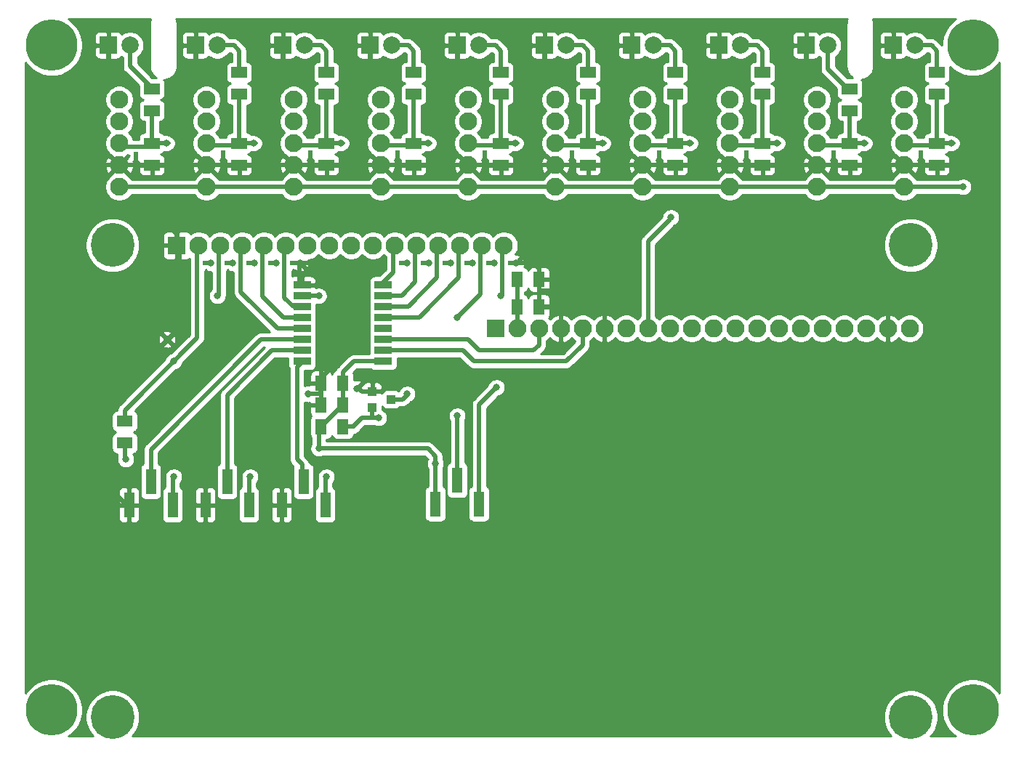
<source format=gbl>
G04 #@! TF.GenerationSoftware,KiCad,Pcbnew,(5.1.6)-1*
G04 #@! TF.CreationDate,2023-01-22T16:10:02+01:00*
G04 #@! TF.ProjectId,switches-with-lcd-display,73776974-6368-4657-932d-776974682d6c,rev?*
G04 #@! TF.SameCoordinates,Original*
G04 #@! TF.FileFunction,Copper,L2,Bot*
G04 #@! TF.FilePolarity,Positive*
%FSLAX46Y46*%
G04 Gerber Fmt 4.6, Leading zero omitted, Abs format (unit mm)*
G04 Created by KiCad (PCBNEW (5.1.6)-1) date 2023-01-22 16:10:02*
%MOMM*%
%LPD*%
G01*
G04 APERTURE LIST*
G04 #@! TA.AperFunction,ComponentPad*
%ADD10C,0.800000*%
G04 #@! TD*
G04 #@! TA.AperFunction,ComponentPad*
%ADD11R,2.100000X2.100000*%
G04 #@! TD*
G04 #@! TA.AperFunction,ComponentPad*
%ADD12C,2.100000*%
G04 #@! TD*
G04 #@! TA.AperFunction,ComponentPad*
%ADD13C,5.100000*%
G04 #@! TD*
G04 #@! TA.AperFunction,SMDPad,CuDef*
%ADD14R,2.000000X0.900000*%
G04 #@! TD*
G04 #@! TA.AperFunction,ComponentPad*
%ADD15C,6.000000*%
G04 #@! TD*
G04 #@! TA.AperFunction,SMDPad,CuDef*
%ADD16C,0.100000*%
G04 #@! TD*
G04 #@! TA.AperFunction,SMDPad,CuDef*
%ADD17R,1.000000X1.000000*%
G04 #@! TD*
G04 #@! TA.AperFunction,SMDPad,CuDef*
%ADD18R,1.250000X3.000000*%
G04 #@! TD*
G04 #@! TA.AperFunction,ComponentPad*
%ADD19O,2.100000X2.100000*%
G04 #@! TD*
G04 #@! TA.AperFunction,SMDPad,CuDef*
%ADD20R,0.500000X0.500000*%
G04 #@! TD*
G04 #@! TA.AperFunction,ComponentPad*
%ADD21R,2.000000X2.000000*%
G04 #@! TD*
G04 #@! TA.AperFunction,ComponentPad*
%ADD22C,2.000000*%
G04 #@! TD*
G04 #@! TA.AperFunction,Conductor*
%ADD23C,0.500000*%
G04 #@! TD*
G04 #@! TA.AperFunction,Conductor*
%ADD24C,0.254000*%
G04 #@! TD*
G04 APERTURE END LIST*
D10*
X135382000Y-96520000D03*
D11*
X43804000Y-103350000D03*
D12*
X46344000Y-103350000D03*
X48884000Y-103350000D03*
X51424000Y-103350000D03*
X53964000Y-103350000D03*
X56504000Y-103350000D03*
X59044000Y-103350000D03*
X61584000Y-103350000D03*
X64124000Y-103350000D03*
X66664000Y-103350000D03*
X69204000Y-103350000D03*
X71744000Y-103350000D03*
X74284000Y-103350000D03*
X76824000Y-103350000D03*
X79364000Y-103350000D03*
X81904000Y-103350000D03*
D13*
X36304000Y-103310000D03*
X129304000Y-103310000D03*
X36304000Y-158310000D03*
X129304000Y-158310000D03*
D14*
X58386500Y-113030000D03*
X67851500Y-111760000D03*
X67851500Y-114300000D03*
X67851500Y-109220000D03*
X58386500Y-107950000D03*
X58386500Y-116840000D03*
X58386500Y-115570000D03*
X58386500Y-110490000D03*
X58386500Y-114300000D03*
X58386500Y-109220000D03*
X67851500Y-107950000D03*
X67851500Y-110490000D03*
X67851500Y-113030000D03*
X67851500Y-115570000D03*
X67851500Y-116840000D03*
X58386500Y-111760000D03*
D15*
X29210000Y-157480000D03*
X136525000Y-157480000D03*
X136525000Y-80010000D03*
X29210000Y-80010000D03*
D10*
X101346000Y-100076000D03*
X48514000Y-109220000D03*
X42672000Y-114300000D03*
X43434000Y-116840000D03*
X37846000Y-128270000D03*
X43434000Y-130302000D03*
X52324000Y-130302000D03*
X61214000Y-130302000D03*
X81026000Y-119888000D03*
X73914000Y-128778000D03*
X76454000Y-123190000D03*
X60325000Y-127000000D03*
X64770000Y-120015000D03*
X59055000Y-120650000D03*
X60325000Y-109220000D03*
X67310000Y-123444000D03*
X70612000Y-120650000D03*
X81534000Y-109220000D03*
X76454000Y-111760000D03*
X83312000Y-105410000D03*
X80772000Y-105410000D03*
X78232000Y-105410000D03*
X75692000Y-105410000D03*
X73152000Y-105410000D03*
X70612000Y-105410000D03*
X58166000Y-105410000D03*
X55372000Y-105410000D03*
X52832000Y-105410000D03*
X50292000Y-105410000D03*
X47752000Y-105410000D03*
X133985000Y-91440000D03*
X123825000Y-91440000D03*
X113665000Y-91440000D03*
X103505000Y-91440000D03*
X93345000Y-91440000D03*
X83185000Y-91440000D03*
X73025000Y-91440000D03*
X62865000Y-91440000D03*
X52705000Y-91440000D03*
X42545000Y-91440000D03*
D12*
X128524000Y-96520000D03*
X128524000Y-86360000D03*
X128524000Y-91440000D03*
X128524000Y-88900000D03*
X128524000Y-93980000D03*
X108204000Y-96520000D03*
X108204000Y-86360000D03*
X108204000Y-91440000D03*
X108204000Y-88900000D03*
X108204000Y-93980000D03*
X98044000Y-96520000D03*
X98044000Y-86360000D03*
X98044000Y-91440000D03*
X98044000Y-88900000D03*
X98044000Y-93980000D03*
X118364000Y-96520000D03*
X118364000Y-86360000D03*
X118364000Y-91440000D03*
X118364000Y-88900000D03*
X118364000Y-93980000D03*
X57404000Y-96520000D03*
X57404000Y-86360000D03*
X57404000Y-91440000D03*
X57404000Y-88900000D03*
X57404000Y-93980000D03*
X77724000Y-96520000D03*
X77724000Y-86360000D03*
X77724000Y-91440000D03*
X77724000Y-88900000D03*
X77724000Y-93980000D03*
X87884000Y-96520000D03*
X87884000Y-86360000D03*
X87884000Y-91440000D03*
X87884000Y-88900000D03*
X87884000Y-93980000D03*
X67564000Y-96520000D03*
X67564000Y-86360000D03*
X67564000Y-91440000D03*
X67564000Y-88900000D03*
X67564000Y-93980000D03*
X37084000Y-96520000D03*
X37084000Y-86360000D03*
X37084000Y-91440000D03*
X37084000Y-88900000D03*
X37084000Y-93980000D03*
X47244000Y-96520000D03*
X47244000Y-86360000D03*
X47244000Y-91440000D03*
X47244000Y-88900000D03*
X47244000Y-93980000D03*
G04 #@! TA.AperFunction,SMDPad,CuDef*
D16*
G36*
X62469000Y-125360000D02*
G01*
X62469000Y-123560000D01*
X63769000Y-123560000D01*
X63769000Y-125360000D01*
X62469000Y-125360000D01*
G37*
G04 #@! TD.AperFunction*
G04 #@! TA.AperFunction,SMDPad,CuDef*
G36*
X59929000Y-125360000D02*
G01*
X59929000Y-123560000D01*
X61229000Y-123560000D01*
X61229000Y-125360000D01*
X59929000Y-125360000D01*
G37*
G04 #@! TD.AperFunction*
G04 #@! TA.AperFunction,SMDPad,CuDef*
G36*
X36819000Y-125715000D02*
G01*
X38619000Y-125715000D01*
X38619000Y-127015000D01*
X36819000Y-127015000D01*
X36819000Y-125715000D01*
G37*
G04 #@! TD.AperFunction*
G04 #@! TA.AperFunction,SMDPad,CuDef*
G36*
X36819000Y-123175000D02*
G01*
X38619000Y-123175000D01*
X38619000Y-124475000D01*
X36819000Y-124475000D01*
X36819000Y-123175000D01*
G37*
G04 #@! TD.AperFunction*
G04 #@! TA.AperFunction,SMDPad,CuDef*
G36*
X133234000Y-83835000D02*
G01*
X131434000Y-83835000D01*
X131434000Y-82535000D01*
X133234000Y-82535000D01*
X133234000Y-83835000D01*
G37*
G04 #@! TD.AperFunction*
G04 #@! TA.AperFunction,SMDPad,CuDef*
G36*
X133234000Y-86375000D02*
G01*
X131434000Y-86375000D01*
X131434000Y-85075000D01*
X133234000Y-85075000D01*
X133234000Y-86375000D01*
G37*
G04 #@! TD.AperFunction*
G04 #@! TA.AperFunction,SMDPad,CuDef*
G36*
X112914000Y-83835000D02*
G01*
X111114000Y-83835000D01*
X111114000Y-82535000D01*
X112914000Y-82535000D01*
X112914000Y-83835000D01*
G37*
G04 #@! TD.AperFunction*
G04 #@! TA.AperFunction,SMDPad,CuDef*
G36*
X112914000Y-86375000D02*
G01*
X111114000Y-86375000D01*
X111114000Y-85075000D01*
X112914000Y-85075000D01*
X112914000Y-86375000D01*
G37*
G04 #@! TD.AperFunction*
G04 #@! TA.AperFunction,SMDPad,CuDef*
G36*
X102754000Y-83835000D02*
G01*
X100954000Y-83835000D01*
X100954000Y-82535000D01*
X102754000Y-82535000D01*
X102754000Y-83835000D01*
G37*
G04 #@! TD.AperFunction*
G04 #@! TA.AperFunction,SMDPad,CuDef*
G36*
X102754000Y-86375000D02*
G01*
X100954000Y-86375000D01*
X100954000Y-85075000D01*
X102754000Y-85075000D01*
X102754000Y-86375000D01*
G37*
G04 #@! TD.AperFunction*
G04 #@! TA.AperFunction,SMDPad,CuDef*
G36*
X123074000Y-85740000D02*
G01*
X121274000Y-85740000D01*
X121274000Y-84440000D01*
X123074000Y-84440000D01*
X123074000Y-85740000D01*
G37*
G04 #@! TD.AperFunction*
G04 #@! TA.AperFunction,SMDPad,CuDef*
G36*
X123074000Y-88280000D02*
G01*
X121274000Y-88280000D01*
X121274000Y-86980000D01*
X123074000Y-86980000D01*
X123074000Y-88280000D01*
G37*
G04 #@! TD.AperFunction*
G04 #@! TA.AperFunction,SMDPad,CuDef*
G36*
X62114000Y-83835000D02*
G01*
X60314000Y-83835000D01*
X60314000Y-82535000D01*
X62114000Y-82535000D01*
X62114000Y-83835000D01*
G37*
G04 #@! TD.AperFunction*
G04 #@! TA.AperFunction,SMDPad,CuDef*
G36*
X62114000Y-86375000D02*
G01*
X60314000Y-86375000D01*
X60314000Y-85075000D01*
X62114000Y-85075000D01*
X62114000Y-86375000D01*
G37*
G04 #@! TD.AperFunction*
G04 #@! TA.AperFunction,SMDPad,CuDef*
G36*
X82434000Y-83835000D02*
G01*
X80634000Y-83835000D01*
X80634000Y-82535000D01*
X82434000Y-82535000D01*
X82434000Y-83835000D01*
G37*
G04 #@! TD.AperFunction*
G04 #@! TA.AperFunction,SMDPad,CuDef*
G36*
X82434000Y-86375000D02*
G01*
X80634000Y-86375000D01*
X80634000Y-85075000D01*
X82434000Y-85075000D01*
X82434000Y-86375000D01*
G37*
G04 #@! TD.AperFunction*
G04 #@! TA.AperFunction,SMDPad,CuDef*
G36*
X92594000Y-83835000D02*
G01*
X90794000Y-83835000D01*
X90794000Y-82535000D01*
X92594000Y-82535000D01*
X92594000Y-83835000D01*
G37*
G04 #@! TD.AperFunction*
G04 #@! TA.AperFunction,SMDPad,CuDef*
G36*
X92594000Y-86375000D02*
G01*
X90794000Y-86375000D01*
X90794000Y-85075000D01*
X92594000Y-85075000D01*
X92594000Y-86375000D01*
G37*
G04 #@! TD.AperFunction*
G04 #@! TA.AperFunction,SMDPad,CuDef*
G36*
X72274000Y-83835000D02*
G01*
X70474000Y-83835000D01*
X70474000Y-82535000D01*
X72274000Y-82535000D01*
X72274000Y-83835000D01*
G37*
G04 #@! TD.AperFunction*
G04 #@! TA.AperFunction,SMDPad,CuDef*
G36*
X72274000Y-86375000D02*
G01*
X70474000Y-86375000D01*
X70474000Y-85075000D01*
X72274000Y-85075000D01*
X72274000Y-86375000D01*
G37*
G04 #@! TD.AperFunction*
G04 #@! TA.AperFunction,SMDPad,CuDef*
G36*
X41794000Y-85740000D02*
G01*
X39994000Y-85740000D01*
X39994000Y-84440000D01*
X41794000Y-84440000D01*
X41794000Y-85740000D01*
G37*
G04 #@! TD.AperFunction*
G04 #@! TA.AperFunction,SMDPad,CuDef*
G36*
X41794000Y-88280000D02*
G01*
X39994000Y-88280000D01*
X39994000Y-86980000D01*
X41794000Y-86980000D01*
X41794000Y-88280000D01*
G37*
G04 #@! TD.AperFunction*
G04 #@! TA.AperFunction,SMDPad,CuDef*
G36*
X51954000Y-83835000D02*
G01*
X50154000Y-83835000D01*
X50154000Y-82535000D01*
X51954000Y-82535000D01*
X51954000Y-83835000D01*
G37*
G04 #@! TD.AperFunction*
G04 #@! TA.AperFunction,SMDPad,CuDef*
G36*
X51954000Y-86375000D02*
G01*
X50154000Y-86375000D01*
X50154000Y-85075000D01*
X51954000Y-85075000D01*
X51954000Y-86375000D01*
G37*
G04 #@! TD.AperFunction*
D17*
X68764000Y-121285000D03*
X66564000Y-120335000D03*
X66564000Y-122235000D03*
D18*
X78994000Y-133455000D03*
X73914000Y-133455000D03*
X76454000Y-130705000D03*
X43307000Y-133582000D03*
X38227000Y-133582000D03*
X40767000Y-130832000D03*
X52197000Y-133582000D03*
X47117000Y-133582000D03*
X49657000Y-130832000D03*
X61087000Y-133582000D03*
X56007000Y-133582000D03*
X58547000Y-130832000D03*
D19*
X129159000Y-113030000D03*
X101219000Y-113030000D03*
X111379000Y-113030000D03*
X106299000Y-113030000D03*
X121539000Y-113030000D03*
X108839000Y-113030000D03*
X118999000Y-113030000D03*
D11*
X80899000Y-113030000D03*
D19*
X91059000Y-113030000D03*
X93599000Y-113030000D03*
X126619000Y-113030000D03*
X113919000Y-113030000D03*
X88519000Y-113030000D03*
X83439000Y-113030000D03*
X85979000Y-113030000D03*
X103759000Y-113030000D03*
X98679000Y-113030000D03*
X124079000Y-113030000D03*
X116459000Y-113030000D03*
X96139000Y-113030000D03*
D20*
X81737200Y-105410000D03*
X82600800Y-105410000D03*
X46177200Y-105410000D03*
X47040800Y-105410000D03*
X79197200Y-105410000D03*
X80060800Y-105410000D03*
X76657200Y-105410000D03*
X77520800Y-105410000D03*
X56337200Y-105410000D03*
X57200800Y-105410000D03*
X74117200Y-105410000D03*
X74980800Y-105410000D03*
X53797200Y-105410000D03*
X54660800Y-105410000D03*
X71577200Y-105410000D03*
X72440800Y-105410000D03*
X51257200Y-105410000D03*
X52120800Y-105410000D03*
X69037200Y-105410000D03*
X69900800Y-105410000D03*
X48717200Y-105410000D03*
X49580800Y-105410000D03*
D21*
X127254000Y-80010000D03*
D22*
X129794000Y-80010000D03*
D21*
X106934000Y-80010000D03*
D22*
X109474000Y-80010000D03*
D21*
X96774000Y-80010000D03*
D22*
X99314000Y-80010000D03*
D21*
X117094000Y-80010000D03*
D22*
X119634000Y-80010000D03*
D20*
X130429000Y-91643200D03*
X130429000Y-92506800D03*
X110109000Y-91643200D03*
X110109000Y-92506800D03*
X99949000Y-91643200D03*
X99949000Y-92506800D03*
X120269000Y-91643200D03*
X120269000Y-92506800D03*
D21*
X56134000Y-80010000D03*
D22*
X58674000Y-80010000D03*
D21*
X76454000Y-80010000D03*
D22*
X78994000Y-80010000D03*
D21*
X86614000Y-80010000D03*
D22*
X89154000Y-80010000D03*
D21*
X66294000Y-80010000D03*
D22*
X68834000Y-80010000D03*
D20*
X59309000Y-91643200D03*
X59309000Y-92506800D03*
X79629000Y-91643200D03*
X79629000Y-92506800D03*
X89789000Y-91643200D03*
X89789000Y-92506800D03*
X69469000Y-91643200D03*
X69469000Y-92506800D03*
D21*
X35814000Y-80010000D03*
D22*
X38354000Y-80010000D03*
D21*
X45974000Y-80010000D03*
D22*
X48514000Y-80010000D03*
D20*
X38989000Y-91846400D03*
X38989000Y-92710000D03*
X49149000Y-91643200D03*
X49149000Y-92506800D03*
G04 #@! TA.AperFunction,SMDPad,CuDef*
D16*
G36*
X84089000Y-109590000D02*
G01*
X84089000Y-111390000D01*
X82789000Y-111390000D01*
X82789000Y-109590000D01*
X84089000Y-109590000D01*
G37*
G04 #@! TD.AperFunction*
G04 #@! TA.AperFunction,SMDPad,CuDef*
G36*
X86629000Y-109590000D02*
G01*
X86629000Y-111390000D01*
X85329000Y-111390000D01*
X85329000Y-109590000D01*
X86629000Y-109590000D01*
G37*
G04 #@! TD.AperFunction*
G04 #@! TA.AperFunction,SMDPad,CuDef*
G36*
X84089000Y-106415000D02*
G01*
X84089000Y-108215000D01*
X82789000Y-108215000D01*
X82789000Y-106415000D01*
X84089000Y-106415000D01*
G37*
G04 #@! TD.AperFunction*
G04 #@! TA.AperFunction,SMDPad,CuDef*
G36*
X86629000Y-106415000D02*
G01*
X86629000Y-108215000D01*
X85329000Y-108215000D01*
X85329000Y-106415000D01*
X86629000Y-106415000D01*
G37*
G04 #@! TD.AperFunction*
G04 #@! TA.AperFunction,SMDPad,CuDef*
G36*
X62469000Y-122820000D02*
G01*
X62469000Y-121020000D01*
X63769000Y-121020000D01*
X63769000Y-122820000D01*
X62469000Y-122820000D01*
G37*
G04 #@! TD.AperFunction*
G04 #@! TA.AperFunction,SMDPad,CuDef*
G36*
X59929000Y-122820000D02*
G01*
X59929000Y-121020000D01*
X61229000Y-121020000D01*
X61229000Y-122820000D01*
X59929000Y-122820000D01*
G37*
G04 #@! TD.AperFunction*
G04 #@! TA.AperFunction,SMDPad,CuDef*
G36*
X62469000Y-120280000D02*
G01*
X62469000Y-118480000D01*
X63769000Y-118480000D01*
X63769000Y-120280000D01*
X62469000Y-120280000D01*
G37*
G04 #@! TD.AperFunction*
G04 #@! TA.AperFunction,SMDPad,CuDef*
G36*
X59929000Y-120280000D02*
G01*
X59929000Y-118480000D01*
X61229000Y-118480000D01*
X61229000Y-120280000D01*
X59929000Y-120280000D01*
G37*
G04 #@! TD.AperFunction*
G04 #@! TA.AperFunction,SMDPad,CuDef*
G36*
X131434000Y-93330000D02*
G01*
X133234000Y-93330000D01*
X133234000Y-94630000D01*
X131434000Y-94630000D01*
X131434000Y-93330000D01*
G37*
G04 #@! TD.AperFunction*
G04 #@! TA.AperFunction,SMDPad,CuDef*
G36*
X131434000Y-90790000D02*
G01*
X133234000Y-90790000D01*
X133234000Y-92090000D01*
X131434000Y-92090000D01*
X131434000Y-90790000D01*
G37*
G04 #@! TD.AperFunction*
G04 #@! TA.AperFunction,SMDPad,CuDef*
G36*
X111114000Y-93330000D02*
G01*
X112914000Y-93330000D01*
X112914000Y-94630000D01*
X111114000Y-94630000D01*
X111114000Y-93330000D01*
G37*
G04 #@! TD.AperFunction*
G04 #@! TA.AperFunction,SMDPad,CuDef*
G36*
X111114000Y-90790000D02*
G01*
X112914000Y-90790000D01*
X112914000Y-92090000D01*
X111114000Y-92090000D01*
X111114000Y-90790000D01*
G37*
G04 #@! TD.AperFunction*
G04 #@! TA.AperFunction,SMDPad,CuDef*
G36*
X100954000Y-93330000D02*
G01*
X102754000Y-93330000D01*
X102754000Y-94630000D01*
X100954000Y-94630000D01*
X100954000Y-93330000D01*
G37*
G04 #@! TD.AperFunction*
G04 #@! TA.AperFunction,SMDPad,CuDef*
G36*
X100954000Y-90790000D02*
G01*
X102754000Y-90790000D01*
X102754000Y-92090000D01*
X100954000Y-92090000D01*
X100954000Y-90790000D01*
G37*
G04 #@! TD.AperFunction*
G04 #@! TA.AperFunction,SMDPad,CuDef*
G36*
X121274000Y-93330000D02*
G01*
X123074000Y-93330000D01*
X123074000Y-94630000D01*
X121274000Y-94630000D01*
X121274000Y-93330000D01*
G37*
G04 #@! TD.AperFunction*
G04 #@! TA.AperFunction,SMDPad,CuDef*
G36*
X121274000Y-90790000D02*
G01*
X123074000Y-90790000D01*
X123074000Y-92090000D01*
X121274000Y-92090000D01*
X121274000Y-90790000D01*
G37*
G04 #@! TD.AperFunction*
G04 #@! TA.AperFunction,SMDPad,CuDef*
G36*
X60314000Y-93330000D02*
G01*
X62114000Y-93330000D01*
X62114000Y-94630000D01*
X60314000Y-94630000D01*
X60314000Y-93330000D01*
G37*
G04 #@! TD.AperFunction*
G04 #@! TA.AperFunction,SMDPad,CuDef*
G36*
X60314000Y-90790000D02*
G01*
X62114000Y-90790000D01*
X62114000Y-92090000D01*
X60314000Y-92090000D01*
X60314000Y-90790000D01*
G37*
G04 #@! TD.AperFunction*
G04 #@! TA.AperFunction,SMDPad,CuDef*
G36*
X80634000Y-93330000D02*
G01*
X82434000Y-93330000D01*
X82434000Y-94630000D01*
X80634000Y-94630000D01*
X80634000Y-93330000D01*
G37*
G04 #@! TD.AperFunction*
G04 #@! TA.AperFunction,SMDPad,CuDef*
G36*
X80634000Y-90790000D02*
G01*
X82434000Y-90790000D01*
X82434000Y-92090000D01*
X80634000Y-92090000D01*
X80634000Y-90790000D01*
G37*
G04 #@! TD.AperFunction*
G04 #@! TA.AperFunction,SMDPad,CuDef*
G36*
X90794000Y-93330000D02*
G01*
X92594000Y-93330000D01*
X92594000Y-94630000D01*
X90794000Y-94630000D01*
X90794000Y-93330000D01*
G37*
G04 #@! TD.AperFunction*
G04 #@! TA.AperFunction,SMDPad,CuDef*
G36*
X90794000Y-90790000D02*
G01*
X92594000Y-90790000D01*
X92594000Y-92090000D01*
X90794000Y-92090000D01*
X90794000Y-90790000D01*
G37*
G04 #@! TD.AperFunction*
G04 #@! TA.AperFunction,SMDPad,CuDef*
G36*
X70474000Y-93330000D02*
G01*
X72274000Y-93330000D01*
X72274000Y-94630000D01*
X70474000Y-94630000D01*
X70474000Y-93330000D01*
G37*
G04 #@! TD.AperFunction*
G04 #@! TA.AperFunction,SMDPad,CuDef*
G36*
X70474000Y-90790000D02*
G01*
X72274000Y-90790000D01*
X72274000Y-92090000D01*
X70474000Y-92090000D01*
X70474000Y-90790000D01*
G37*
G04 #@! TD.AperFunction*
G04 #@! TA.AperFunction,SMDPad,CuDef*
G36*
X39994000Y-93330000D02*
G01*
X41794000Y-93330000D01*
X41794000Y-94630000D01*
X39994000Y-94630000D01*
X39994000Y-93330000D01*
G37*
G04 #@! TD.AperFunction*
G04 #@! TA.AperFunction,SMDPad,CuDef*
G36*
X39994000Y-90790000D02*
G01*
X41794000Y-90790000D01*
X41794000Y-92090000D01*
X39994000Y-92090000D01*
X39994000Y-90790000D01*
G37*
G04 #@! TD.AperFunction*
G04 #@! TA.AperFunction,SMDPad,CuDef*
G36*
X50154000Y-93330000D02*
G01*
X51954000Y-93330000D01*
X51954000Y-94630000D01*
X50154000Y-94630000D01*
X50154000Y-93330000D01*
G37*
G04 #@! TD.AperFunction*
G04 #@! TA.AperFunction,SMDPad,CuDef*
G36*
X50154000Y-90790000D02*
G01*
X51954000Y-90790000D01*
X51954000Y-92090000D01*
X50154000Y-92090000D01*
X50154000Y-90790000D01*
G37*
G04 #@! TD.AperFunction*
D23*
X40894000Y-93980000D02*
X40259000Y-93980000D01*
X35814000Y-83185000D02*
X34544000Y-84455000D01*
X35814000Y-80010000D02*
X35814000Y-83185000D01*
X38989000Y-92710000D02*
X38989000Y-93980000D01*
X37084000Y-93980000D02*
X38989000Y-93980000D01*
X38989000Y-93980000D02*
X40894000Y-93980000D01*
X49149000Y-92506800D02*
X49149000Y-93980000D01*
X47244000Y-93980000D02*
X49149000Y-93980000D01*
X49149000Y-93980000D02*
X51054000Y-93980000D01*
X59309000Y-92506800D02*
X59309000Y-93980000D01*
X61214000Y-93980000D02*
X59309000Y-93980000D01*
X59309000Y-93980000D02*
X57404000Y-93980000D01*
X37084000Y-93980000D02*
X35179000Y-93980000D01*
X34544000Y-84455000D02*
X34544000Y-93345000D01*
X45974000Y-80010000D02*
X45974000Y-83185000D01*
X44704000Y-84455000D02*
X44704000Y-93980000D01*
X45974000Y-83185000D02*
X44704000Y-84455000D01*
X40894000Y-93980000D02*
X44704000Y-93980000D01*
X56134000Y-80010000D02*
X56134000Y-83185000D01*
X56134000Y-83185000D02*
X54864000Y-84455000D01*
X54864000Y-84455000D02*
X54864000Y-93980000D01*
X66294000Y-80010000D02*
X66294000Y-83185000D01*
X65024000Y-84455000D02*
X65024000Y-93980000D01*
X66294000Y-83185000D02*
X65024000Y-84455000D01*
X44704000Y-93980000D02*
X65024000Y-93980000D01*
X65024000Y-93980000D02*
X67564000Y-93980000D01*
X69469000Y-92506800D02*
X69469000Y-93980000D01*
X71374000Y-93980000D02*
X69469000Y-93980000D01*
X69469000Y-93980000D02*
X67564000Y-93980000D01*
X79629000Y-92506800D02*
X79629000Y-93980000D01*
X77724000Y-93980000D02*
X79629000Y-93980000D01*
X79629000Y-93980000D02*
X81534000Y-93980000D01*
X89789000Y-92506800D02*
X89789000Y-93980000D01*
X99949000Y-92506800D02*
X99949000Y-93980000D01*
X110109000Y-92506800D02*
X110109000Y-93980000D01*
X108204000Y-93980000D02*
X110109000Y-93980000D01*
X120269000Y-92506800D02*
X120269000Y-93980000D01*
X130429000Y-92506800D02*
X130429000Y-93345000D01*
X130429000Y-93345000D02*
X130429000Y-93980000D01*
X128524000Y-93980000D02*
X130429000Y-93980000D01*
X130429000Y-93980000D02*
X132334000Y-93980000D01*
X132334000Y-93980000D02*
X135509000Y-93980000D01*
X135509000Y-93980000D02*
X136779000Y-95250000D01*
X136779000Y-95250000D02*
X136779000Y-97155000D01*
X136779000Y-97155000D02*
X133604000Y-100330000D01*
X133604000Y-100330000D02*
X133604000Y-104775000D01*
X133604000Y-104775000D02*
X130429000Y-107950000D01*
X130429000Y-107950000D02*
X127254000Y-107950000D01*
X126619000Y-108585000D02*
X126619000Y-113030000D01*
X127254000Y-107950000D02*
X126619000Y-108585000D01*
X76454000Y-80010000D02*
X76454000Y-83185000D01*
X75184000Y-84455000D02*
X75184000Y-93980000D01*
X71374000Y-93980000D02*
X75184000Y-93980000D01*
X76454000Y-83185000D02*
X75184000Y-84455000D01*
X86614000Y-80010000D02*
X86614000Y-83185000D01*
X85344000Y-84455000D02*
X85344000Y-93980000D01*
X86614000Y-83185000D02*
X85344000Y-84455000D01*
X75184000Y-93980000D02*
X85344000Y-93980000D01*
X85344000Y-93980000D02*
X89789000Y-93980000D01*
X96774000Y-80010000D02*
X96774000Y-83185000D01*
X95504000Y-84455000D02*
X95504000Y-93980000D01*
X96774000Y-83185000D02*
X95504000Y-84455000D01*
X89789000Y-93980000D02*
X95504000Y-93980000D01*
X95504000Y-93980000D02*
X99949000Y-93980000D01*
X106934000Y-80010000D02*
X106934000Y-83185000D01*
X105664000Y-84455000D02*
X105664000Y-93980000D01*
X106934000Y-83185000D02*
X105664000Y-84455000D01*
X99949000Y-93980000D02*
X105664000Y-93980000D01*
X105664000Y-93980000D02*
X108204000Y-93980000D01*
X117094000Y-80010000D02*
X117094000Y-83185000D01*
X115824000Y-84455000D02*
X115824000Y-93980000D01*
X117094000Y-83185000D02*
X115824000Y-84455000D01*
X110109000Y-93980000D02*
X115824000Y-93980000D01*
X115824000Y-93980000D02*
X120269000Y-93980000D01*
X127254000Y-80010000D02*
X127254000Y-83185000D01*
X125984000Y-84455000D02*
X125984000Y-93980000D01*
X120269000Y-93980000D02*
X125984000Y-93980000D01*
X127254000Y-83185000D02*
X125984000Y-84455000D01*
X125984000Y-93980000D02*
X128524000Y-93980000D01*
X49580800Y-105410000D02*
X50407198Y-105410000D01*
X88519000Y-113030000D02*
X88519000Y-111125000D01*
X87884000Y-110490000D02*
X85979000Y-110490000D01*
X88519000Y-111125000D02*
X87884000Y-110490000D01*
X47040800Y-105410000D02*
X47867198Y-105410000D01*
X52120800Y-105410000D02*
X52947198Y-105410000D01*
X54660800Y-105410000D02*
X55487198Y-105410000D01*
X57200800Y-105410000D02*
X58039000Y-105410000D01*
X69900800Y-105410000D02*
X70727198Y-105410000D01*
X72440800Y-105410000D02*
X73267198Y-105410000D01*
X74980800Y-105410000D02*
X75807198Y-105410000D01*
X77520800Y-105410000D02*
X78347198Y-105410000D01*
X80060800Y-105410000D02*
X80887198Y-105410000D01*
X82600800Y-105410000D02*
X83439000Y-105410000D01*
X93599000Y-113030000D02*
X93599000Y-110490000D01*
X91694000Y-108585000D02*
X85979000Y-108585000D01*
X93599000Y-110490000D02*
X91694000Y-108585000D01*
X85979000Y-107315000D02*
X85979000Y-108585000D01*
X85979000Y-108585000D02*
X85979000Y-110490000D01*
X83439000Y-105410000D02*
X85344000Y-105410000D01*
X85979000Y-106045000D02*
X85979000Y-107315000D01*
X85344000Y-105410000D02*
X85979000Y-106045000D01*
X66564000Y-120335000D02*
X65344000Y-120335000D01*
X65344000Y-120335000D02*
X65024000Y-120015000D01*
X60579000Y-119380000D02*
X60579000Y-118745000D01*
X60579000Y-118745000D02*
X63119000Y-116205000D01*
X63119000Y-116205000D02*
X63119000Y-106045000D01*
X62484000Y-105410000D02*
X58039000Y-105410000D01*
X63119000Y-106045000D02*
X62484000Y-105410000D01*
X58039000Y-107602500D02*
X58386500Y-107950000D01*
X58039000Y-105410000D02*
X58039000Y-107602500D01*
X43804000Y-103350000D02*
X43804000Y-101970000D01*
X43804000Y-101970000D02*
X40894000Y-99060000D01*
X34544000Y-97790000D02*
X35814000Y-99060000D01*
X40894000Y-99060000D02*
X35814000Y-99060000D01*
X34544000Y-93345000D02*
X34544000Y-97790000D01*
X35179000Y-93980000D02*
X34544000Y-93980000D01*
X44069000Y-103615000D02*
X43804000Y-103350000D01*
X44069000Y-113030000D02*
X44069000Y-103615000D01*
X38227000Y-133582000D02*
X38227000Y-135763000D01*
X38227000Y-135763000D02*
X38989000Y-136525000D01*
X56007000Y-136017000D02*
X56007000Y-133582000D01*
X55499000Y-136525000D02*
X56007000Y-136017000D01*
X47117000Y-136398000D02*
X47244000Y-136525000D01*
X47117000Y-133582000D02*
X47117000Y-136398000D01*
X38989000Y-136525000D02*
X47244000Y-136525000D01*
X47244000Y-136525000D02*
X55499000Y-136525000D01*
X38227000Y-133582000D02*
X37951000Y-133582000D01*
X37951000Y-133582000D02*
X35179000Y-130810000D01*
X35179000Y-121920000D02*
X44069000Y-113030000D01*
X35179000Y-130810000D02*
X35179000Y-121920000D01*
X60579000Y-121920000D02*
X60579000Y-120396000D01*
X60579000Y-120396000D02*
X60579000Y-119380000D01*
X60325000Y-120650000D02*
X60579000Y-120396000D01*
X59055000Y-120650000D02*
X60325000Y-120650000D01*
X51054000Y-85725000D02*
X51054000Y-91440000D01*
X47447200Y-91643200D02*
X47244000Y-91440000D01*
X50850800Y-91643200D02*
X51054000Y-91440000D01*
X48717200Y-91643200D02*
X47447200Y-91643200D01*
X48717200Y-91643200D02*
X50850800Y-91643200D01*
X49149000Y-91643200D02*
X48717200Y-91643200D01*
X51054000Y-91440000D02*
X52959000Y-91440000D01*
X37490400Y-91846400D02*
X37084000Y-91440000D01*
X38989000Y-91846400D02*
X37490400Y-91846400D01*
X40487600Y-91846400D02*
X40894000Y-91440000D01*
X38989000Y-91846400D02*
X40487600Y-91846400D01*
X40894000Y-91440000D02*
X42799000Y-91440000D01*
X40894000Y-91440000D02*
X40894000Y-87630000D01*
X67767200Y-91643200D02*
X67564000Y-91440000D01*
X69469000Y-91643200D02*
X67767200Y-91643200D01*
X71170800Y-91643200D02*
X71374000Y-91440000D01*
X69469000Y-91643200D02*
X71170800Y-91643200D01*
X71374000Y-85725000D02*
X71374000Y-91440000D01*
X71374000Y-91440000D02*
X73279000Y-91440000D01*
X91694000Y-85725000D02*
X91694000Y-91440000D01*
X88087200Y-91643200D02*
X87884000Y-91440000D01*
X89789000Y-91643200D02*
X88087200Y-91643200D01*
X91490800Y-91643200D02*
X91694000Y-91440000D01*
X89789000Y-91643200D02*
X91490800Y-91643200D01*
X91694000Y-91440000D02*
X93599000Y-91440000D01*
X81534000Y-85725000D02*
X81534000Y-91440000D01*
X77927200Y-91643200D02*
X77724000Y-91440000D01*
X79629000Y-91643200D02*
X77927200Y-91643200D01*
X81330800Y-91643200D02*
X81534000Y-91440000D01*
X79629000Y-91643200D02*
X81330800Y-91643200D01*
X81534000Y-91440000D02*
X83439000Y-91440000D01*
X61214000Y-85725000D02*
X61214000Y-90805000D01*
X57607200Y-91643200D02*
X57404000Y-91440000D01*
X59309000Y-91643200D02*
X57607200Y-91643200D01*
X61010800Y-91643200D02*
X61214000Y-91440000D01*
X59309000Y-91643200D02*
X61010800Y-91643200D01*
X61214000Y-91440000D02*
X63119000Y-91440000D01*
X118567200Y-91643200D02*
X118364000Y-91440000D01*
X120269000Y-91643200D02*
X118567200Y-91643200D01*
X121970800Y-91643200D02*
X122174000Y-91440000D01*
X120269000Y-91643200D02*
X121970800Y-91643200D01*
X122174000Y-91440000D02*
X124079000Y-91440000D01*
X122174000Y-91440000D02*
X122174000Y-87630000D01*
X98247200Y-91643200D02*
X98044000Y-91440000D01*
X99949000Y-91643200D02*
X98247200Y-91643200D01*
X101650800Y-91643200D02*
X101854000Y-91440000D01*
X99949000Y-91643200D02*
X101650800Y-91643200D01*
X101854000Y-85725000D02*
X101854000Y-91440000D01*
X101854000Y-91440000D02*
X103759000Y-91440000D01*
X108407200Y-91643200D02*
X108204000Y-91440000D01*
X110109000Y-91643200D02*
X108407200Y-91643200D01*
X111810800Y-91643200D02*
X112014000Y-91440000D01*
X110109000Y-91643200D02*
X111810800Y-91643200D01*
X112014000Y-85725000D02*
X112014000Y-91440000D01*
X112014000Y-91440000D02*
X113919000Y-91440000D01*
X128727200Y-91643200D02*
X128524000Y-91440000D01*
X130429000Y-91643200D02*
X128727200Y-91643200D01*
X132130800Y-91643200D02*
X132334000Y-91440000D01*
X130429000Y-91643200D02*
X132130800Y-91643200D01*
X132334000Y-85725000D02*
X132334000Y-91440000D01*
X132334000Y-91440000D02*
X134239000Y-91440000D01*
X48514000Y-80010000D02*
X50419000Y-80010000D01*
X51054000Y-80645000D02*
X51054000Y-83185000D01*
X50419000Y-80010000D02*
X51054000Y-80645000D01*
X40828990Y-85024990D02*
X40894000Y-85024990D01*
X40132000Y-84328000D02*
X40828990Y-85024990D01*
X38354000Y-82484990D02*
X40894000Y-85024990D01*
X38354000Y-80010000D02*
X38354000Y-82484990D01*
X68834000Y-80010000D02*
X70739000Y-80010000D01*
X71374000Y-80645000D02*
X71374000Y-83185000D01*
X70739000Y-80010000D02*
X71374000Y-80645000D01*
X89154000Y-80010000D02*
X91059000Y-80010000D01*
X91694000Y-80645000D02*
X91694000Y-83185000D01*
X91059000Y-80010000D02*
X91694000Y-80645000D01*
X78994000Y-80010000D02*
X80899000Y-80010000D01*
X81534000Y-80645000D02*
X81534000Y-83185000D01*
X80899000Y-80010000D02*
X81534000Y-80645000D01*
X58674000Y-80010000D02*
X60579000Y-80010000D01*
X61214000Y-80645000D02*
X61214000Y-83185000D01*
X60579000Y-80010000D02*
X61214000Y-80645000D01*
X122174000Y-85090000D02*
X121920000Y-85090000D01*
X119634000Y-82804000D02*
X119634000Y-80010000D01*
X121920000Y-85090000D02*
X119634000Y-82804000D01*
X99314000Y-80010000D02*
X101219000Y-80010000D01*
X101854000Y-80645000D02*
X101854000Y-83185000D01*
X101219000Y-80010000D02*
X101854000Y-80645000D01*
X109474000Y-80010000D02*
X111379000Y-80010000D01*
X112014000Y-80645000D02*
X112014000Y-83185000D01*
X111379000Y-80010000D02*
X112014000Y-80645000D01*
X129794000Y-80010000D02*
X131699000Y-80010000D01*
X132334000Y-80645000D02*
X132334000Y-83185000D01*
X131699000Y-80010000D02*
X132334000Y-80645000D01*
X48884000Y-103350000D02*
X48717200Y-103516800D01*
X48717200Y-103516800D02*
X48717200Y-104978200D01*
X48717200Y-104978200D02*
X48717200Y-105410000D01*
X48717200Y-107772200D02*
X48717200Y-104978200D01*
X48717200Y-109016800D02*
X48514000Y-109220000D01*
X48717200Y-107772200D02*
X48717200Y-109016800D01*
X48717200Y-108381800D02*
X48717200Y-107772200D01*
X69037200Y-103516800D02*
X69204000Y-103350000D01*
X69037200Y-105410000D02*
X69037200Y-103516800D01*
X69037200Y-105410000D02*
X69037200Y-106476800D01*
X67851500Y-107662500D02*
X69037200Y-106476800D01*
X67851500Y-107950000D02*
X67851500Y-107662500D01*
X51257200Y-103516800D02*
X51424000Y-103350000D01*
X51257200Y-108788200D02*
X51257200Y-104343200D01*
X51257200Y-105410000D02*
X51257200Y-104343200D01*
X51257200Y-104343200D02*
X51257200Y-103516800D01*
X55499000Y-113030000D02*
X51257200Y-108788200D01*
X58386500Y-113030000D02*
X55499000Y-113030000D01*
X71577200Y-103516800D02*
X71744000Y-103350000D01*
X71577200Y-107629300D02*
X71577200Y-105206800D01*
X71577200Y-105410000D02*
X71577200Y-105206800D01*
X71577200Y-105206800D02*
X71577200Y-103516800D01*
X69986500Y-109220000D02*
X71577200Y-107629300D01*
X67851500Y-109220000D02*
X69986500Y-109220000D01*
X53797200Y-103516800D02*
X53964000Y-103350000D01*
X53797200Y-105410000D02*
X53797200Y-104978200D01*
X53797200Y-109305700D02*
X53797200Y-104978200D01*
X53797200Y-104978200D02*
X53797200Y-103516800D01*
X56251500Y-111760000D02*
X53797200Y-109305700D01*
X58386500Y-111760000D02*
X56251500Y-111760000D01*
X74117200Y-103516800D02*
X74284000Y-103350000D01*
X74117200Y-107111800D02*
X74117200Y-105206800D01*
X74117200Y-105410000D02*
X74117200Y-105206800D01*
X74117200Y-105206800D02*
X74117200Y-103516800D01*
X70739000Y-110490000D02*
X74117200Y-107111800D01*
X67851500Y-110490000D02*
X70739000Y-110490000D01*
X56337200Y-103516800D02*
X56504000Y-103350000D01*
X56337200Y-105410000D02*
X56337200Y-105206800D01*
X56337200Y-105206800D02*
X56337200Y-103516800D01*
X57404000Y-110490000D02*
X56337200Y-109423200D01*
X58386500Y-110490000D02*
X57404000Y-110490000D01*
X56337200Y-109423200D02*
X56337200Y-105206800D01*
X76657200Y-103516800D02*
X76824000Y-103350000D01*
X76657200Y-107111800D02*
X76657200Y-104978200D01*
X76657200Y-105410000D02*
X76657200Y-104978200D01*
X76657200Y-104978200D02*
X76657200Y-103516800D01*
X72009000Y-111760000D02*
X76657200Y-107111800D01*
X67851500Y-111760000D02*
X72009000Y-111760000D01*
X79197200Y-103516800D02*
X79364000Y-103350000D01*
X79197200Y-105410000D02*
X79197200Y-103516800D01*
X79197200Y-105410000D02*
X79197200Y-108381800D01*
X79197200Y-108381800D02*
X79197199Y-109016801D01*
X79197199Y-109016801D02*
X76454000Y-111760000D01*
X76454000Y-130705000D02*
X76454000Y-128651000D01*
X76454000Y-130705000D02*
X76454000Y-123190000D01*
X81737200Y-103516800D02*
X81904000Y-103350000D01*
X81737200Y-105410000D02*
X81737200Y-103516800D01*
X68764000Y-121285000D02*
X70104000Y-121285000D01*
X70104000Y-121285000D02*
X70739000Y-120650000D01*
X81737200Y-106222800D02*
X81737200Y-109016800D01*
X81737200Y-106222800D02*
X81737200Y-105410000D01*
X81737200Y-109016800D02*
X81534000Y-109220000D01*
X81737200Y-107111800D02*
X81737200Y-106222800D01*
X37084000Y-96520000D02*
X47244000Y-96520000D01*
X47244000Y-96520000D02*
X128524000Y-96520000D01*
X135509000Y-96520000D02*
X128524000Y-96520000D01*
X78994000Y-121920000D02*
X81026000Y-119888000D01*
X78994000Y-133455000D02*
X78994000Y-121920000D01*
X67851500Y-114300000D02*
X77724000Y-114300000D01*
X77724000Y-114300000D02*
X78994000Y-115570000D01*
X78994000Y-115570000D02*
X85344000Y-115570000D01*
X85979000Y-114935000D02*
X85979000Y-113030000D01*
X85344000Y-115570000D02*
X85979000Y-114935000D01*
X67851500Y-115570000D02*
X77089000Y-115570000D01*
X77089000Y-115570000D02*
X78359000Y-116840000D01*
X78359000Y-116840000D02*
X89154000Y-116840000D01*
X91059000Y-114935000D02*
X91059000Y-113030000D01*
X89154000Y-116840000D02*
X91059000Y-114935000D01*
X52197000Y-133582000D02*
X52197000Y-130937000D01*
X43307000Y-133582000D02*
X43307000Y-130937000D01*
X37719000Y-128270000D02*
X37719000Y-126365000D01*
X61087000Y-130429000D02*
X61214000Y-130302000D01*
X61087000Y-131953000D02*
X61087000Y-130429000D01*
X61087000Y-131953000D02*
X61087000Y-130937000D01*
X61087000Y-133582000D02*
X61087000Y-131953000D01*
X52197000Y-130429000D02*
X52324000Y-130302000D01*
X52197000Y-133582000D02*
X52197000Y-130429000D01*
X43307000Y-130429000D02*
X43434000Y-130302000D01*
X43307000Y-133582000D02*
X43307000Y-130429000D01*
X58386500Y-130671500D02*
X58547000Y-130832000D01*
X58386500Y-116840000D02*
X58386500Y-116873500D01*
X58386500Y-116873500D02*
X57785000Y-117475000D01*
X57785000Y-128270000D02*
X58386500Y-128871500D01*
X57785000Y-117475000D02*
X57785000Y-128270000D01*
X58386500Y-128871500D02*
X58386500Y-130671500D01*
X49657000Y-130832000D02*
X49657000Y-120777000D01*
X54864000Y-115570000D02*
X58386500Y-115570000D01*
X49657000Y-120777000D02*
X54864000Y-115570000D01*
X58386500Y-114300000D02*
X53594000Y-114300000D01*
X40767000Y-127127000D02*
X40767000Y-130832000D01*
X53594000Y-114300000D02*
X40767000Y-127127000D01*
X63119000Y-124460000D02*
X64389000Y-124460000D01*
X63119000Y-124460000D02*
X64339000Y-124460000D01*
X66564000Y-122235000D02*
X66609000Y-122235000D01*
X65355000Y-123444000D02*
X64872000Y-123927000D01*
X64339000Y-124460000D02*
X64872000Y-123927000D01*
X66564000Y-123301000D02*
X66421000Y-123444000D01*
X66564000Y-122235000D02*
X66564000Y-123301000D01*
X67310000Y-123444000D02*
X66421000Y-123444000D01*
X66421000Y-123444000D02*
X65355000Y-123444000D01*
X60325000Y-109220000D02*
X58386500Y-109220000D01*
X63119000Y-121920000D02*
X63119000Y-119380000D01*
X60579000Y-124460000D02*
X63119000Y-121920000D01*
X63119000Y-119380000D02*
X63119000Y-118110000D01*
X64389000Y-116840000D02*
X67851500Y-116840000D01*
X63119000Y-118110000D02*
X64389000Y-116840000D01*
X83439000Y-113030000D02*
X83439000Y-107315000D01*
X46177200Y-103516800D02*
X46344000Y-103350000D01*
X46177200Y-104978200D02*
X46177200Y-103516800D01*
X46177200Y-105410000D02*
X46177200Y-104978200D01*
X37719000Y-123825000D02*
X37719000Y-122555000D01*
X46177200Y-114096800D02*
X46177200Y-111963200D01*
X37719000Y-122555000D02*
X46177200Y-114096800D01*
X46177200Y-104978200D02*
X46177200Y-111963200D01*
X46177200Y-111963200D02*
X46177200Y-112826800D01*
X73914000Y-133455000D02*
X73914000Y-128905000D01*
X73914000Y-128905000D02*
X73914000Y-128270000D01*
X63500000Y-127000000D02*
X60325000Y-127000000D01*
X63500000Y-127000000D02*
X61849000Y-127000000D01*
X60325000Y-124714000D02*
X60579000Y-124460000D01*
X60325000Y-127000000D02*
X60325000Y-124714000D01*
X73914000Y-127889000D02*
X73025000Y-127000000D01*
X73914000Y-128778000D02*
X73914000Y-127889000D01*
X73025000Y-127000000D02*
X63500000Y-127000000D01*
X98679000Y-113030000D02*
X98679000Y-102870000D01*
X100139500Y-101409500D02*
X101219000Y-100330000D01*
X98679000Y-102870000D02*
X98869500Y-102679500D01*
X98869500Y-102679500D02*
X100139500Y-101409500D01*
D24*
G36*
X40741333Y-76979475D02*
G01*
X40717764Y-77034466D01*
X40715039Y-77043269D01*
X40661309Y-77221231D01*
X40649691Y-77279908D01*
X40637253Y-77338423D01*
X40636290Y-77347588D01*
X40618150Y-77532596D01*
X40615000Y-77564582D01*
X40615001Y-82455419D01*
X40618242Y-82488327D01*
X40618242Y-82500702D01*
X40619206Y-82509866D01*
X40639927Y-82694603D01*
X40652359Y-82753093D01*
X40663984Y-82811800D01*
X40666709Y-82820603D01*
X40722919Y-82997797D01*
X40746478Y-83052764D01*
X40769277Y-83108080D01*
X40773661Y-83116186D01*
X40863216Y-83279087D01*
X40897016Y-83328450D01*
X40930117Y-83378272D01*
X40935991Y-83385373D01*
X41055483Y-83527777D01*
X41098232Y-83569639D01*
X41140370Y-83612073D01*
X41147511Y-83617897D01*
X41292386Y-83734380D01*
X41342423Y-83767123D01*
X41392033Y-83800586D01*
X41394557Y-83801928D01*
X40922517Y-83801928D01*
X39239000Y-82118412D01*
X39239000Y-81385059D01*
X39396252Y-81279987D01*
X39623987Y-81052252D01*
X39802918Y-80784463D01*
X39926168Y-80486912D01*
X39989000Y-80171033D01*
X39989000Y-79848967D01*
X39926168Y-79533088D01*
X39802918Y-79235537D01*
X39623987Y-78967748D01*
X39396252Y-78740013D01*
X39128463Y-78561082D01*
X38830912Y-78437832D01*
X38515033Y-78375000D01*
X38192967Y-78375000D01*
X37877088Y-78437832D01*
X37579537Y-78561082D01*
X37369191Y-78701630D01*
X37344537Y-78655506D01*
X37265185Y-78558815D01*
X37168494Y-78479463D01*
X37058180Y-78420498D01*
X36938482Y-78384188D01*
X36814000Y-78371928D01*
X36099750Y-78375000D01*
X35941000Y-78533750D01*
X35941000Y-79883000D01*
X35961000Y-79883000D01*
X35961000Y-80137000D01*
X35941000Y-80137000D01*
X35941000Y-81486250D01*
X36099750Y-81645000D01*
X36814000Y-81648072D01*
X36938482Y-81635812D01*
X37058180Y-81599502D01*
X37168494Y-81540537D01*
X37265185Y-81461185D01*
X37344537Y-81364494D01*
X37369191Y-81318370D01*
X37469001Y-81385060D01*
X37469001Y-82441511D01*
X37464719Y-82484990D01*
X37481805Y-82658480D01*
X37532412Y-82825303D01*
X37614590Y-82979049D01*
X37697468Y-83080036D01*
X37697471Y-83080039D01*
X37725184Y-83113807D01*
X37758951Y-83141519D01*
X39338737Y-84721305D01*
X39355928Y-84753468D01*
X39355928Y-85740000D01*
X39368188Y-85864482D01*
X39404498Y-85984180D01*
X39463463Y-86094494D01*
X39542815Y-86191185D01*
X39639506Y-86270537D01*
X39749820Y-86329502D01*
X39850358Y-86360000D01*
X39749820Y-86390498D01*
X39639506Y-86449463D01*
X39542815Y-86528815D01*
X39463463Y-86625506D01*
X39404498Y-86735820D01*
X39368188Y-86855518D01*
X39355928Y-86980000D01*
X39355928Y-88280000D01*
X39368188Y-88404482D01*
X39404498Y-88524180D01*
X39463463Y-88634494D01*
X39542815Y-88731185D01*
X39639506Y-88810537D01*
X39749820Y-88869502D01*
X39869518Y-88905812D01*
X39994000Y-88918072D01*
X40009001Y-88918072D01*
X40009000Y-90151928D01*
X39994000Y-90151928D01*
X39869518Y-90164188D01*
X39749820Y-90200498D01*
X39639506Y-90259463D01*
X39542815Y-90338815D01*
X39463463Y-90435506D01*
X39404498Y-90545820D01*
X39368188Y-90665518D01*
X39355928Y-90790000D01*
X39355928Y-90961400D01*
X39270192Y-90961400D01*
X39239000Y-90958328D01*
X38739000Y-90958328D01*
X38707808Y-90961400D01*
X38706811Y-90961400D01*
X38704246Y-90948504D01*
X38577228Y-90641853D01*
X38392825Y-90365875D01*
X38196950Y-90170000D01*
X38392825Y-89974125D01*
X38577228Y-89698147D01*
X38704246Y-89391496D01*
X38769000Y-89065958D01*
X38769000Y-88734042D01*
X38704246Y-88408504D01*
X38577228Y-88101853D01*
X38392825Y-87825875D01*
X38196950Y-87630000D01*
X38392825Y-87434125D01*
X38577228Y-87158147D01*
X38704246Y-86851496D01*
X38769000Y-86525958D01*
X38769000Y-86194042D01*
X38704246Y-85868504D01*
X38577228Y-85561853D01*
X38392825Y-85285875D01*
X38158125Y-85051175D01*
X37882147Y-84866772D01*
X37575496Y-84739754D01*
X37249958Y-84675000D01*
X36918042Y-84675000D01*
X36592504Y-84739754D01*
X36285853Y-84866772D01*
X36009875Y-85051175D01*
X35775175Y-85285875D01*
X35590772Y-85561853D01*
X35463754Y-85868504D01*
X35399000Y-86194042D01*
X35399000Y-86525958D01*
X35463754Y-86851496D01*
X35590772Y-87158147D01*
X35775175Y-87434125D01*
X35971050Y-87630000D01*
X35775175Y-87825875D01*
X35590772Y-88101853D01*
X35463754Y-88408504D01*
X35399000Y-88734042D01*
X35399000Y-89065958D01*
X35463754Y-89391496D01*
X35590772Y-89698147D01*
X35775175Y-89974125D01*
X35971050Y-90170000D01*
X35775175Y-90365875D01*
X35590772Y-90641853D01*
X35463754Y-90948504D01*
X35399000Y-91274042D01*
X35399000Y-91605958D01*
X35463754Y-91931496D01*
X35590772Y-92238147D01*
X35775175Y-92514125D01*
X36009875Y-92748825D01*
X36094009Y-92805042D01*
X36092539Y-92808934D01*
X37084000Y-93800395D01*
X38075461Y-92808934D01*
X38073991Y-92805042D01*
X38104000Y-92784990D01*
X38104000Y-92837002D01*
X38258748Y-92837002D01*
X38104000Y-92991750D01*
X38116914Y-93101932D01*
X38123115Y-93120490D01*
X37263605Y-93980000D01*
X38255066Y-94971461D01*
X38524579Y-94869661D01*
X38670463Y-94571523D01*
X38755380Y-94250654D01*
X38764350Y-94107000D01*
X39355928Y-94107000D01*
X39355928Y-94630000D01*
X39368188Y-94754482D01*
X39404498Y-94874180D01*
X39463463Y-94984494D01*
X39542815Y-95081185D01*
X39639506Y-95160537D01*
X39749820Y-95219502D01*
X39869518Y-95255812D01*
X39994000Y-95268072D01*
X40767000Y-95268072D01*
X40767000Y-94107000D01*
X41021000Y-94107000D01*
X41021000Y-95268072D01*
X41794000Y-95268072D01*
X41918482Y-95255812D01*
X42038180Y-95219502D01*
X42148494Y-95160537D01*
X42245185Y-95081185D01*
X42324537Y-94984494D01*
X42383502Y-94874180D01*
X42419812Y-94754482D01*
X42432072Y-94630000D01*
X42432072Y-94107000D01*
X41021000Y-94107000D01*
X40767000Y-94107000D01*
X39355928Y-94107000D01*
X38764350Y-94107000D01*
X38768495Y-94040617D01*
X45551934Y-94040617D01*
X45596272Y-94369557D01*
X45703931Y-94683527D01*
X45803421Y-94869661D01*
X46072934Y-94971461D01*
X47064395Y-93980000D01*
X46072934Y-92988539D01*
X45803421Y-93090339D01*
X45657537Y-93388477D01*
X45572620Y-93709346D01*
X45551934Y-94040617D01*
X38768495Y-94040617D01*
X38776066Y-93919383D01*
X38731728Y-93590443D01*
X38726641Y-93575609D01*
X38866000Y-93436250D01*
X38866000Y-92833000D01*
X38842000Y-92833000D01*
X38842000Y-92734472D01*
X39136000Y-92734472D01*
X39136000Y-92833000D01*
X39112000Y-92833000D01*
X39112000Y-93436250D01*
X39270750Y-93595000D01*
X39345934Y-93589048D01*
X39355928Y-93586319D01*
X39355928Y-93853000D01*
X40767000Y-93853000D01*
X40767000Y-93833000D01*
X41021000Y-93833000D01*
X41021000Y-93853000D01*
X42432072Y-93853000D01*
X42432072Y-93330000D01*
X42419812Y-93205518D01*
X42383502Y-93085820D01*
X42324537Y-92975506D01*
X42245185Y-92878815D01*
X42148494Y-92799463D01*
X42038180Y-92740498D01*
X41937642Y-92710000D01*
X42038180Y-92679502D01*
X42148494Y-92620537D01*
X42245185Y-92541185D01*
X42319648Y-92450452D01*
X42443061Y-92475000D01*
X42646939Y-92475000D01*
X42846898Y-92435226D01*
X43035256Y-92357205D01*
X43204774Y-92243937D01*
X43242019Y-92206692D01*
X43293059Y-92179411D01*
X43427817Y-92068817D01*
X43538411Y-91934059D01*
X43620589Y-91780313D01*
X43671195Y-91613490D01*
X43688282Y-91440000D01*
X43671195Y-91266510D01*
X43620589Y-91099687D01*
X43538411Y-90945941D01*
X43427817Y-90811183D01*
X43293059Y-90700589D01*
X43242019Y-90673308D01*
X43204774Y-90636063D01*
X43035256Y-90522795D01*
X42846898Y-90444774D01*
X42646939Y-90405000D01*
X42443061Y-90405000D01*
X42319648Y-90429548D01*
X42245185Y-90338815D01*
X42148494Y-90259463D01*
X42038180Y-90200498D01*
X41918482Y-90164188D01*
X41794000Y-90151928D01*
X41779000Y-90151928D01*
X41779000Y-88918072D01*
X41794000Y-88918072D01*
X41918482Y-88905812D01*
X42038180Y-88869502D01*
X42148494Y-88810537D01*
X42245185Y-88731185D01*
X42324537Y-88634494D01*
X42383502Y-88524180D01*
X42419812Y-88404482D01*
X42432072Y-88280000D01*
X42432072Y-86980000D01*
X42419812Y-86855518D01*
X42383502Y-86735820D01*
X42324537Y-86625506D01*
X42245185Y-86528815D01*
X42148494Y-86449463D01*
X42038180Y-86390498D01*
X41937642Y-86360000D01*
X42038180Y-86329502D01*
X42148494Y-86270537D01*
X42241703Y-86194042D01*
X45559000Y-86194042D01*
X45559000Y-86525958D01*
X45623754Y-86851496D01*
X45750772Y-87158147D01*
X45935175Y-87434125D01*
X46131050Y-87630000D01*
X45935175Y-87825875D01*
X45750772Y-88101853D01*
X45623754Y-88408504D01*
X45559000Y-88734042D01*
X45559000Y-89065958D01*
X45623754Y-89391496D01*
X45750772Y-89698147D01*
X45935175Y-89974125D01*
X46131050Y-90170000D01*
X45935175Y-90365875D01*
X45750772Y-90641853D01*
X45623754Y-90948504D01*
X45559000Y-91274042D01*
X45559000Y-91605958D01*
X45623754Y-91931496D01*
X45750772Y-92238147D01*
X45935175Y-92514125D01*
X46169875Y-92748825D01*
X46254009Y-92805042D01*
X46252539Y-92808934D01*
X47244000Y-93800395D01*
X47258143Y-93786253D01*
X47437748Y-93965858D01*
X47423605Y-93980000D01*
X48415066Y-94971461D01*
X48684579Y-94869661D01*
X48830463Y-94571523D01*
X48915380Y-94250654D01*
X48924350Y-94107000D01*
X49515928Y-94107000D01*
X49515928Y-94630000D01*
X49528188Y-94754482D01*
X49564498Y-94874180D01*
X49623463Y-94984494D01*
X49702815Y-95081185D01*
X49799506Y-95160537D01*
X49909820Y-95219502D01*
X50029518Y-95255812D01*
X50154000Y-95268072D01*
X50927000Y-95268072D01*
X50927000Y-94107000D01*
X51181000Y-94107000D01*
X51181000Y-95268072D01*
X51954000Y-95268072D01*
X52078482Y-95255812D01*
X52198180Y-95219502D01*
X52308494Y-95160537D01*
X52405185Y-95081185D01*
X52484537Y-94984494D01*
X52543502Y-94874180D01*
X52579812Y-94754482D01*
X52592072Y-94630000D01*
X52592072Y-94107000D01*
X51181000Y-94107000D01*
X50927000Y-94107000D01*
X49515928Y-94107000D01*
X48924350Y-94107000D01*
X48928495Y-94040617D01*
X55711934Y-94040617D01*
X55756272Y-94369557D01*
X55863931Y-94683527D01*
X55963421Y-94869661D01*
X56232934Y-94971461D01*
X57224395Y-93980000D01*
X56232934Y-92988539D01*
X55963421Y-93090339D01*
X55817537Y-93388477D01*
X55732620Y-93709346D01*
X55711934Y-94040617D01*
X48928495Y-94040617D01*
X48936066Y-93919383D01*
X48891728Y-93590443D01*
X48822397Y-93388249D01*
X48867250Y-93391800D01*
X49026000Y-93233050D01*
X49026000Y-92629800D01*
X49002000Y-92629800D01*
X49002000Y-92531272D01*
X49296000Y-92531272D01*
X49296000Y-92629800D01*
X49272000Y-92629800D01*
X49272000Y-93233050D01*
X49430750Y-93391800D01*
X49505934Y-93385848D01*
X49515928Y-93383119D01*
X49515928Y-93853000D01*
X50927000Y-93853000D01*
X50927000Y-93833000D01*
X51181000Y-93833000D01*
X51181000Y-93853000D01*
X52592072Y-93853000D01*
X52592072Y-93330000D01*
X52579812Y-93205518D01*
X52543502Y-93085820D01*
X52484537Y-92975506D01*
X52405185Y-92878815D01*
X52308494Y-92799463D01*
X52198180Y-92740498D01*
X52097642Y-92710000D01*
X52198180Y-92679502D01*
X52308494Y-92620537D01*
X52405185Y-92541185D01*
X52479648Y-92450452D01*
X52603061Y-92475000D01*
X52806939Y-92475000D01*
X53006898Y-92435226D01*
X53195256Y-92357205D01*
X53364774Y-92243937D01*
X53402019Y-92206692D01*
X53453059Y-92179411D01*
X53587817Y-92068817D01*
X53698411Y-91934059D01*
X53780589Y-91780313D01*
X53831195Y-91613490D01*
X53848282Y-91440000D01*
X53831195Y-91266510D01*
X53780589Y-91099687D01*
X53698411Y-90945941D01*
X53587817Y-90811183D01*
X53453059Y-90700589D01*
X53402019Y-90673308D01*
X53364774Y-90636063D01*
X53195256Y-90522795D01*
X53006898Y-90444774D01*
X52806939Y-90405000D01*
X52603061Y-90405000D01*
X52479648Y-90429548D01*
X52405185Y-90338815D01*
X52308494Y-90259463D01*
X52198180Y-90200498D01*
X52078482Y-90164188D01*
X51954000Y-90151928D01*
X51939000Y-90151928D01*
X51939000Y-87013072D01*
X51954000Y-87013072D01*
X52078482Y-87000812D01*
X52198180Y-86964502D01*
X52308494Y-86905537D01*
X52405185Y-86826185D01*
X52484537Y-86729494D01*
X52543502Y-86619180D01*
X52579812Y-86499482D01*
X52592072Y-86375000D01*
X52592072Y-86194042D01*
X55719000Y-86194042D01*
X55719000Y-86525958D01*
X55783754Y-86851496D01*
X55910772Y-87158147D01*
X56095175Y-87434125D01*
X56291050Y-87630000D01*
X56095175Y-87825875D01*
X55910772Y-88101853D01*
X55783754Y-88408504D01*
X55719000Y-88734042D01*
X55719000Y-89065958D01*
X55783754Y-89391496D01*
X55910772Y-89698147D01*
X56095175Y-89974125D01*
X56291050Y-90170000D01*
X56095175Y-90365875D01*
X55910772Y-90641853D01*
X55783754Y-90948504D01*
X55719000Y-91274042D01*
X55719000Y-91605958D01*
X55783754Y-91931496D01*
X55910772Y-92238147D01*
X56095175Y-92514125D01*
X56329875Y-92748825D01*
X56414009Y-92805042D01*
X56412539Y-92808934D01*
X57404000Y-93800395D01*
X57418143Y-93786253D01*
X57597748Y-93965858D01*
X57583605Y-93980000D01*
X58575066Y-94971461D01*
X58844579Y-94869661D01*
X58990463Y-94571523D01*
X59075380Y-94250654D01*
X59084350Y-94107000D01*
X59675928Y-94107000D01*
X59675928Y-94630000D01*
X59688188Y-94754482D01*
X59724498Y-94874180D01*
X59783463Y-94984494D01*
X59862815Y-95081185D01*
X59959506Y-95160537D01*
X60069820Y-95219502D01*
X60189518Y-95255812D01*
X60314000Y-95268072D01*
X61087000Y-95268072D01*
X61087000Y-94107000D01*
X61341000Y-94107000D01*
X61341000Y-95268072D01*
X62114000Y-95268072D01*
X62238482Y-95255812D01*
X62358180Y-95219502D01*
X62468494Y-95160537D01*
X62565185Y-95081185D01*
X62644537Y-94984494D01*
X62703502Y-94874180D01*
X62739812Y-94754482D01*
X62752072Y-94630000D01*
X62752072Y-94107000D01*
X61341000Y-94107000D01*
X61087000Y-94107000D01*
X59675928Y-94107000D01*
X59084350Y-94107000D01*
X59088495Y-94040617D01*
X65871934Y-94040617D01*
X65916272Y-94369557D01*
X66023931Y-94683527D01*
X66123421Y-94869661D01*
X66392934Y-94971461D01*
X67384395Y-93980000D01*
X66392934Y-92988539D01*
X66123421Y-93090339D01*
X65977537Y-93388477D01*
X65892620Y-93709346D01*
X65871934Y-94040617D01*
X59088495Y-94040617D01*
X59096066Y-93919383D01*
X59051728Y-93590443D01*
X58982397Y-93388249D01*
X59027250Y-93391800D01*
X59186000Y-93233050D01*
X59186000Y-92629800D01*
X59162000Y-92629800D01*
X59162000Y-92531272D01*
X59456000Y-92531272D01*
X59456000Y-92629800D01*
X59432000Y-92629800D01*
X59432000Y-93233050D01*
X59590750Y-93391800D01*
X59665934Y-93385848D01*
X59675928Y-93383119D01*
X59675928Y-93853000D01*
X61087000Y-93853000D01*
X61087000Y-93833000D01*
X61341000Y-93833000D01*
X61341000Y-93853000D01*
X62752072Y-93853000D01*
X62752072Y-93330000D01*
X62739812Y-93205518D01*
X62703502Y-93085820D01*
X62644537Y-92975506D01*
X62565185Y-92878815D01*
X62468494Y-92799463D01*
X62358180Y-92740498D01*
X62257642Y-92710000D01*
X62358180Y-92679502D01*
X62468494Y-92620537D01*
X62565185Y-92541185D01*
X62639648Y-92450452D01*
X62763061Y-92475000D01*
X62966939Y-92475000D01*
X63166898Y-92435226D01*
X63355256Y-92357205D01*
X63524774Y-92243937D01*
X63562019Y-92206692D01*
X63613059Y-92179411D01*
X63747817Y-92068817D01*
X63858411Y-91934059D01*
X63940589Y-91780313D01*
X63991195Y-91613490D01*
X64008282Y-91440000D01*
X63991195Y-91266510D01*
X63940589Y-91099687D01*
X63858411Y-90945941D01*
X63747817Y-90811183D01*
X63613059Y-90700589D01*
X63562019Y-90673308D01*
X63524774Y-90636063D01*
X63355256Y-90522795D01*
X63166898Y-90444774D01*
X62966939Y-90405000D01*
X62763061Y-90405000D01*
X62639648Y-90429548D01*
X62565185Y-90338815D01*
X62468494Y-90259463D01*
X62358180Y-90200498D01*
X62238482Y-90164188D01*
X62114000Y-90151928D01*
X62099000Y-90151928D01*
X62099000Y-87013072D01*
X62114000Y-87013072D01*
X62238482Y-87000812D01*
X62358180Y-86964502D01*
X62468494Y-86905537D01*
X62565185Y-86826185D01*
X62644537Y-86729494D01*
X62703502Y-86619180D01*
X62739812Y-86499482D01*
X62752072Y-86375000D01*
X62752072Y-86194042D01*
X65879000Y-86194042D01*
X65879000Y-86525958D01*
X65943754Y-86851496D01*
X66070772Y-87158147D01*
X66255175Y-87434125D01*
X66451050Y-87630000D01*
X66255175Y-87825875D01*
X66070772Y-88101853D01*
X65943754Y-88408504D01*
X65879000Y-88734042D01*
X65879000Y-89065958D01*
X65943754Y-89391496D01*
X66070772Y-89698147D01*
X66255175Y-89974125D01*
X66451050Y-90170000D01*
X66255175Y-90365875D01*
X66070772Y-90641853D01*
X65943754Y-90948504D01*
X65879000Y-91274042D01*
X65879000Y-91605958D01*
X65943754Y-91931496D01*
X66070772Y-92238147D01*
X66255175Y-92514125D01*
X66489875Y-92748825D01*
X66574009Y-92805042D01*
X66572539Y-92808934D01*
X67564000Y-93800395D01*
X67578143Y-93786253D01*
X67757748Y-93965858D01*
X67743605Y-93980000D01*
X68735066Y-94971461D01*
X69004579Y-94869661D01*
X69150463Y-94571523D01*
X69235380Y-94250654D01*
X69244350Y-94107000D01*
X69835928Y-94107000D01*
X69835928Y-94630000D01*
X69848188Y-94754482D01*
X69884498Y-94874180D01*
X69943463Y-94984494D01*
X70022815Y-95081185D01*
X70119506Y-95160537D01*
X70229820Y-95219502D01*
X70349518Y-95255812D01*
X70474000Y-95268072D01*
X71247000Y-95268072D01*
X71247000Y-94107000D01*
X71501000Y-94107000D01*
X71501000Y-95268072D01*
X72274000Y-95268072D01*
X72398482Y-95255812D01*
X72518180Y-95219502D01*
X72628494Y-95160537D01*
X72725185Y-95081185D01*
X72804537Y-94984494D01*
X72863502Y-94874180D01*
X72899812Y-94754482D01*
X72912072Y-94630000D01*
X72912072Y-94107000D01*
X71501000Y-94107000D01*
X71247000Y-94107000D01*
X69835928Y-94107000D01*
X69244350Y-94107000D01*
X69248495Y-94040617D01*
X76031934Y-94040617D01*
X76076272Y-94369557D01*
X76183931Y-94683527D01*
X76283421Y-94869661D01*
X76552934Y-94971461D01*
X77544395Y-93980000D01*
X76552934Y-92988539D01*
X76283421Y-93090339D01*
X76137537Y-93388477D01*
X76052620Y-93709346D01*
X76031934Y-94040617D01*
X69248495Y-94040617D01*
X69256066Y-93919383D01*
X69211728Y-93590443D01*
X69142397Y-93388249D01*
X69187250Y-93391800D01*
X69346000Y-93233050D01*
X69346000Y-92629800D01*
X69322000Y-92629800D01*
X69322000Y-92531272D01*
X69616000Y-92531272D01*
X69616000Y-92629800D01*
X69592000Y-92629800D01*
X69592000Y-93233050D01*
X69750750Y-93391800D01*
X69825934Y-93385848D01*
X69835928Y-93383119D01*
X69835928Y-93853000D01*
X71247000Y-93853000D01*
X71247000Y-93833000D01*
X71501000Y-93833000D01*
X71501000Y-93853000D01*
X72912072Y-93853000D01*
X72912072Y-93330000D01*
X72899812Y-93205518D01*
X72863502Y-93085820D01*
X72804537Y-92975506D01*
X72725185Y-92878815D01*
X72628494Y-92799463D01*
X72518180Y-92740498D01*
X72417642Y-92710000D01*
X72518180Y-92679502D01*
X72628494Y-92620537D01*
X72725185Y-92541185D01*
X72799648Y-92450452D01*
X72923061Y-92475000D01*
X73126939Y-92475000D01*
X73326898Y-92435226D01*
X73515256Y-92357205D01*
X73684774Y-92243937D01*
X73722019Y-92206692D01*
X73773059Y-92179411D01*
X73907817Y-92068817D01*
X74018411Y-91934059D01*
X74100589Y-91780313D01*
X74151195Y-91613490D01*
X74168282Y-91440000D01*
X74151195Y-91266510D01*
X74100589Y-91099687D01*
X74018411Y-90945941D01*
X73907817Y-90811183D01*
X73773059Y-90700589D01*
X73722019Y-90673308D01*
X73684774Y-90636063D01*
X73515256Y-90522795D01*
X73326898Y-90444774D01*
X73126939Y-90405000D01*
X72923061Y-90405000D01*
X72799648Y-90429548D01*
X72725185Y-90338815D01*
X72628494Y-90259463D01*
X72518180Y-90200498D01*
X72398482Y-90164188D01*
X72274000Y-90151928D01*
X72259000Y-90151928D01*
X72259000Y-87013072D01*
X72274000Y-87013072D01*
X72398482Y-87000812D01*
X72518180Y-86964502D01*
X72628494Y-86905537D01*
X72725185Y-86826185D01*
X72804537Y-86729494D01*
X72863502Y-86619180D01*
X72899812Y-86499482D01*
X72912072Y-86375000D01*
X72912072Y-86194042D01*
X76039000Y-86194042D01*
X76039000Y-86525958D01*
X76103754Y-86851496D01*
X76230772Y-87158147D01*
X76415175Y-87434125D01*
X76611050Y-87630000D01*
X76415175Y-87825875D01*
X76230772Y-88101853D01*
X76103754Y-88408504D01*
X76039000Y-88734042D01*
X76039000Y-89065958D01*
X76103754Y-89391496D01*
X76230772Y-89698147D01*
X76415175Y-89974125D01*
X76611050Y-90170000D01*
X76415175Y-90365875D01*
X76230772Y-90641853D01*
X76103754Y-90948504D01*
X76039000Y-91274042D01*
X76039000Y-91605958D01*
X76103754Y-91931496D01*
X76230772Y-92238147D01*
X76415175Y-92514125D01*
X76649875Y-92748825D01*
X76734009Y-92805042D01*
X76732539Y-92808934D01*
X77724000Y-93800395D01*
X77738143Y-93786253D01*
X77917748Y-93965858D01*
X77903605Y-93980000D01*
X78895066Y-94971461D01*
X79164579Y-94869661D01*
X79310463Y-94571523D01*
X79395380Y-94250654D01*
X79404350Y-94107000D01*
X79995928Y-94107000D01*
X79995928Y-94630000D01*
X80008188Y-94754482D01*
X80044498Y-94874180D01*
X80103463Y-94984494D01*
X80182815Y-95081185D01*
X80279506Y-95160537D01*
X80389820Y-95219502D01*
X80509518Y-95255812D01*
X80634000Y-95268072D01*
X81407000Y-95268072D01*
X81407000Y-94107000D01*
X81661000Y-94107000D01*
X81661000Y-95268072D01*
X82434000Y-95268072D01*
X82558482Y-95255812D01*
X82678180Y-95219502D01*
X82788494Y-95160537D01*
X82885185Y-95081185D01*
X82964537Y-94984494D01*
X83023502Y-94874180D01*
X83059812Y-94754482D01*
X83072072Y-94630000D01*
X83072072Y-94107000D01*
X81661000Y-94107000D01*
X81407000Y-94107000D01*
X79995928Y-94107000D01*
X79404350Y-94107000D01*
X79408495Y-94040617D01*
X86191934Y-94040617D01*
X86236272Y-94369557D01*
X86343931Y-94683527D01*
X86443421Y-94869661D01*
X86712934Y-94971461D01*
X87704395Y-93980000D01*
X86712934Y-92988539D01*
X86443421Y-93090339D01*
X86297537Y-93388477D01*
X86212620Y-93709346D01*
X86191934Y-94040617D01*
X79408495Y-94040617D01*
X79416066Y-93919383D01*
X79371728Y-93590443D01*
X79302397Y-93388249D01*
X79347250Y-93391800D01*
X79506000Y-93233050D01*
X79506000Y-92629800D01*
X79482000Y-92629800D01*
X79482000Y-92531272D01*
X79776000Y-92531272D01*
X79776000Y-92629800D01*
X79752000Y-92629800D01*
X79752000Y-93233050D01*
X79910750Y-93391800D01*
X79985934Y-93385848D01*
X79995928Y-93383119D01*
X79995928Y-93853000D01*
X81407000Y-93853000D01*
X81407000Y-93833000D01*
X81661000Y-93833000D01*
X81661000Y-93853000D01*
X83072072Y-93853000D01*
X83072072Y-93330000D01*
X83059812Y-93205518D01*
X83023502Y-93085820D01*
X82964537Y-92975506D01*
X82885185Y-92878815D01*
X82788494Y-92799463D01*
X82678180Y-92740498D01*
X82577642Y-92710000D01*
X82678180Y-92679502D01*
X82788494Y-92620537D01*
X82885185Y-92541185D01*
X82959648Y-92450452D01*
X83083061Y-92475000D01*
X83286939Y-92475000D01*
X83486898Y-92435226D01*
X83675256Y-92357205D01*
X83844774Y-92243937D01*
X83882019Y-92206692D01*
X83933059Y-92179411D01*
X84067817Y-92068817D01*
X84178411Y-91934059D01*
X84260589Y-91780313D01*
X84311195Y-91613490D01*
X84328282Y-91440000D01*
X84311195Y-91266510D01*
X84260589Y-91099687D01*
X84178411Y-90945941D01*
X84067817Y-90811183D01*
X83933059Y-90700589D01*
X83882019Y-90673308D01*
X83844774Y-90636063D01*
X83675256Y-90522795D01*
X83486898Y-90444774D01*
X83286939Y-90405000D01*
X83083061Y-90405000D01*
X82959648Y-90429548D01*
X82885185Y-90338815D01*
X82788494Y-90259463D01*
X82678180Y-90200498D01*
X82558482Y-90164188D01*
X82434000Y-90151928D01*
X82419000Y-90151928D01*
X82419000Y-87013072D01*
X82434000Y-87013072D01*
X82558482Y-87000812D01*
X82678180Y-86964502D01*
X82788494Y-86905537D01*
X82885185Y-86826185D01*
X82964537Y-86729494D01*
X83023502Y-86619180D01*
X83059812Y-86499482D01*
X83072072Y-86375000D01*
X83072072Y-86194042D01*
X86199000Y-86194042D01*
X86199000Y-86525958D01*
X86263754Y-86851496D01*
X86390772Y-87158147D01*
X86575175Y-87434125D01*
X86771050Y-87630000D01*
X86575175Y-87825875D01*
X86390772Y-88101853D01*
X86263754Y-88408504D01*
X86199000Y-88734042D01*
X86199000Y-89065958D01*
X86263754Y-89391496D01*
X86390772Y-89698147D01*
X86575175Y-89974125D01*
X86771050Y-90170000D01*
X86575175Y-90365875D01*
X86390772Y-90641853D01*
X86263754Y-90948504D01*
X86199000Y-91274042D01*
X86199000Y-91605958D01*
X86263754Y-91931496D01*
X86390772Y-92238147D01*
X86575175Y-92514125D01*
X86809875Y-92748825D01*
X86894009Y-92805042D01*
X86892539Y-92808934D01*
X87884000Y-93800395D01*
X87898143Y-93786253D01*
X88077748Y-93965858D01*
X88063605Y-93980000D01*
X89055066Y-94971461D01*
X89324579Y-94869661D01*
X89470463Y-94571523D01*
X89555380Y-94250654D01*
X89564350Y-94107000D01*
X90155928Y-94107000D01*
X90155928Y-94630000D01*
X90168188Y-94754482D01*
X90204498Y-94874180D01*
X90263463Y-94984494D01*
X90342815Y-95081185D01*
X90439506Y-95160537D01*
X90549820Y-95219502D01*
X90669518Y-95255812D01*
X90794000Y-95268072D01*
X91567000Y-95268072D01*
X91567000Y-94107000D01*
X91821000Y-94107000D01*
X91821000Y-95268072D01*
X92594000Y-95268072D01*
X92718482Y-95255812D01*
X92838180Y-95219502D01*
X92948494Y-95160537D01*
X93045185Y-95081185D01*
X93124537Y-94984494D01*
X93183502Y-94874180D01*
X93219812Y-94754482D01*
X93232072Y-94630000D01*
X93232072Y-94107000D01*
X91821000Y-94107000D01*
X91567000Y-94107000D01*
X90155928Y-94107000D01*
X89564350Y-94107000D01*
X89568495Y-94040617D01*
X96351934Y-94040617D01*
X96396272Y-94369557D01*
X96503931Y-94683527D01*
X96603421Y-94869661D01*
X96872934Y-94971461D01*
X97864395Y-93980000D01*
X96872934Y-92988539D01*
X96603421Y-93090339D01*
X96457537Y-93388477D01*
X96372620Y-93709346D01*
X96351934Y-94040617D01*
X89568495Y-94040617D01*
X89576066Y-93919383D01*
X89531728Y-93590443D01*
X89462397Y-93388249D01*
X89507250Y-93391800D01*
X89666000Y-93233050D01*
X89666000Y-92629800D01*
X89642000Y-92629800D01*
X89642000Y-92531272D01*
X89936000Y-92531272D01*
X89936000Y-92629800D01*
X89912000Y-92629800D01*
X89912000Y-93233050D01*
X90070750Y-93391800D01*
X90145934Y-93385848D01*
X90155928Y-93383119D01*
X90155928Y-93853000D01*
X91567000Y-93853000D01*
X91567000Y-93833000D01*
X91821000Y-93833000D01*
X91821000Y-93853000D01*
X93232072Y-93853000D01*
X93232072Y-93330000D01*
X93219812Y-93205518D01*
X93183502Y-93085820D01*
X93124537Y-92975506D01*
X93045185Y-92878815D01*
X92948494Y-92799463D01*
X92838180Y-92740498D01*
X92737642Y-92710000D01*
X92838180Y-92679502D01*
X92948494Y-92620537D01*
X93045185Y-92541185D01*
X93119648Y-92450452D01*
X93243061Y-92475000D01*
X93446939Y-92475000D01*
X93646898Y-92435226D01*
X93835256Y-92357205D01*
X94004774Y-92243937D01*
X94042019Y-92206692D01*
X94093059Y-92179411D01*
X94227817Y-92068817D01*
X94338411Y-91934059D01*
X94420589Y-91780313D01*
X94471195Y-91613490D01*
X94488282Y-91440000D01*
X94471195Y-91266510D01*
X94420589Y-91099687D01*
X94338411Y-90945941D01*
X94227817Y-90811183D01*
X94093059Y-90700589D01*
X94042019Y-90673308D01*
X94004774Y-90636063D01*
X93835256Y-90522795D01*
X93646898Y-90444774D01*
X93446939Y-90405000D01*
X93243061Y-90405000D01*
X93119648Y-90429548D01*
X93045185Y-90338815D01*
X92948494Y-90259463D01*
X92838180Y-90200498D01*
X92718482Y-90164188D01*
X92594000Y-90151928D01*
X92579000Y-90151928D01*
X92579000Y-87013072D01*
X92594000Y-87013072D01*
X92718482Y-87000812D01*
X92838180Y-86964502D01*
X92948494Y-86905537D01*
X93045185Y-86826185D01*
X93124537Y-86729494D01*
X93183502Y-86619180D01*
X93219812Y-86499482D01*
X93232072Y-86375000D01*
X93232072Y-86194042D01*
X96359000Y-86194042D01*
X96359000Y-86525958D01*
X96423754Y-86851496D01*
X96550772Y-87158147D01*
X96735175Y-87434125D01*
X96931050Y-87630000D01*
X96735175Y-87825875D01*
X96550772Y-88101853D01*
X96423754Y-88408504D01*
X96359000Y-88734042D01*
X96359000Y-89065958D01*
X96423754Y-89391496D01*
X96550772Y-89698147D01*
X96735175Y-89974125D01*
X96931050Y-90170000D01*
X96735175Y-90365875D01*
X96550772Y-90641853D01*
X96423754Y-90948504D01*
X96359000Y-91274042D01*
X96359000Y-91605958D01*
X96423754Y-91931496D01*
X96550772Y-92238147D01*
X96735175Y-92514125D01*
X96969875Y-92748825D01*
X97054009Y-92805042D01*
X97052539Y-92808934D01*
X98044000Y-93800395D01*
X98058143Y-93786253D01*
X98237748Y-93965858D01*
X98223605Y-93980000D01*
X99215066Y-94971461D01*
X99484579Y-94869661D01*
X99630463Y-94571523D01*
X99715380Y-94250654D01*
X99724350Y-94107000D01*
X100315928Y-94107000D01*
X100315928Y-94630000D01*
X100328188Y-94754482D01*
X100364498Y-94874180D01*
X100423463Y-94984494D01*
X100502815Y-95081185D01*
X100599506Y-95160537D01*
X100709820Y-95219502D01*
X100829518Y-95255812D01*
X100954000Y-95268072D01*
X101727000Y-95268072D01*
X101727000Y-94107000D01*
X101981000Y-94107000D01*
X101981000Y-95268072D01*
X102754000Y-95268072D01*
X102878482Y-95255812D01*
X102998180Y-95219502D01*
X103108494Y-95160537D01*
X103205185Y-95081185D01*
X103284537Y-94984494D01*
X103343502Y-94874180D01*
X103379812Y-94754482D01*
X103392072Y-94630000D01*
X103392072Y-94107000D01*
X101981000Y-94107000D01*
X101727000Y-94107000D01*
X100315928Y-94107000D01*
X99724350Y-94107000D01*
X99728495Y-94040617D01*
X106511934Y-94040617D01*
X106556272Y-94369557D01*
X106663931Y-94683527D01*
X106763421Y-94869661D01*
X107032934Y-94971461D01*
X108024395Y-93980000D01*
X107032934Y-92988539D01*
X106763421Y-93090339D01*
X106617537Y-93388477D01*
X106532620Y-93709346D01*
X106511934Y-94040617D01*
X99728495Y-94040617D01*
X99736066Y-93919383D01*
X99691728Y-93590443D01*
X99622397Y-93388249D01*
X99667250Y-93391800D01*
X99826000Y-93233050D01*
X99826000Y-92629800D01*
X99802000Y-92629800D01*
X99802000Y-92531272D01*
X100096000Y-92531272D01*
X100096000Y-92629800D01*
X100072000Y-92629800D01*
X100072000Y-93233050D01*
X100230750Y-93391800D01*
X100305934Y-93385848D01*
X100315928Y-93383119D01*
X100315928Y-93853000D01*
X101727000Y-93853000D01*
X101727000Y-93833000D01*
X101981000Y-93833000D01*
X101981000Y-93853000D01*
X103392072Y-93853000D01*
X103392072Y-93330000D01*
X103379812Y-93205518D01*
X103343502Y-93085820D01*
X103284537Y-92975506D01*
X103205185Y-92878815D01*
X103108494Y-92799463D01*
X102998180Y-92740498D01*
X102897642Y-92710000D01*
X102998180Y-92679502D01*
X103108494Y-92620537D01*
X103205185Y-92541185D01*
X103279648Y-92450452D01*
X103403061Y-92475000D01*
X103606939Y-92475000D01*
X103806898Y-92435226D01*
X103995256Y-92357205D01*
X104164774Y-92243937D01*
X104202019Y-92206692D01*
X104253059Y-92179411D01*
X104387817Y-92068817D01*
X104498411Y-91934059D01*
X104580589Y-91780313D01*
X104631195Y-91613490D01*
X104648282Y-91440000D01*
X104631195Y-91266510D01*
X104580589Y-91099687D01*
X104498411Y-90945941D01*
X104387817Y-90811183D01*
X104253059Y-90700589D01*
X104202019Y-90673308D01*
X104164774Y-90636063D01*
X103995256Y-90522795D01*
X103806898Y-90444774D01*
X103606939Y-90405000D01*
X103403061Y-90405000D01*
X103279648Y-90429548D01*
X103205185Y-90338815D01*
X103108494Y-90259463D01*
X102998180Y-90200498D01*
X102878482Y-90164188D01*
X102754000Y-90151928D01*
X102739000Y-90151928D01*
X102739000Y-87013072D01*
X102754000Y-87013072D01*
X102878482Y-87000812D01*
X102998180Y-86964502D01*
X103108494Y-86905537D01*
X103205185Y-86826185D01*
X103284537Y-86729494D01*
X103343502Y-86619180D01*
X103379812Y-86499482D01*
X103392072Y-86375000D01*
X103392072Y-86194042D01*
X106519000Y-86194042D01*
X106519000Y-86525958D01*
X106583754Y-86851496D01*
X106710772Y-87158147D01*
X106895175Y-87434125D01*
X107091050Y-87630000D01*
X106895175Y-87825875D01*
X106710772Y-88101853D01*
X106583754Y-88408504D01*
X106519000Y-88734042D01*
X106519000Y-89065958D01*
X106583754Y-89391496D01*
X106710772Y-89698147D01*
X106895175Y-89974125D01*
X107091050Y-90170000D01*
X106895175Y-90365875D01*
X106710772Y-90641853D01*
X106583754Y-90948504D01*
X106519000Y-91274042D01*
X106519000Y-91605958D01*
X106583754Y-91931496D01*
X106710772Y-92238147D01*
X106895175Y-92514125D01*
X107129875Y-92748825D01*
X107214009Y-92805042D01*
X107212539Y-92808934D01*
X108204000Y-93800395D01*
X108218143Y-93786253D01*
X108397748Y-93965858D01*
X108383605Y-93980000D01*
X109375066Y-94971461D01*
X109644579Y-94869661D01*
X109790463Y-94571523D01*
X109875380Y-94250654D01*
X109884350Y-94107000D01*
X110475928Y-94107000D01*
X110475928Y-94630000D01*
X110488188Y-94754482D01*
X110524498Y-94874180D01*
X110583463Y-94984494D01*
X110662815Y-95081185D01*
X110759506Y-95160537D01*
X110869820Y-95219502D01*
X110989518Y-95255812D01*
X111114000Y-95268072D01*
X111887000Y-95268072D01*
X111887000Y-94107000D01*
X112141000Y-94107000D01*
X112141000Y-95268072D01*
X112914000Y-95268072D01*
X113038482Y-95255812D01*
X113158180Y-95219502D01*
X113268494Y-95160537D01*
X113365185Y-95081185D01*
X113444537Y-94984494D01*
X113503502Y-94874180D01*
X113539812Y-94754482D01*
X113552072Y-94630000D01*
X113552072Y-94107000D01*
X112141000Y-94107000D01*
X111887000Y-94107000D01*
X110475928Y-94107000D01*
X109884350Y-94107000D01*
X109888495Y-94040617D01*
X116671934Y-94040617D01*
X116716272Y-94369557D01*
X116823931Y-94683527D01*
X116923421Y-94869661D01*
X117192934Y-94971461D01*
X118184395Y-93980000D01*
X117192934Y-92988539D01*
X116923421Y-93090339D01*
X116777537Y-93388477D01*
X116692620Y-93709346D01*
X116671934Y-94040617D01*
X109888495Y-94040617D01*
X109896066Y-93919383D01*
X109851728Y-93590443D01*
X109782397Y-93388249D01*
X109827250Y-93391800D01*
X109986000Y-93233050D01*
X109986000Y-92629800D01*
X109962000Y-92629800D01*
X109962000Y-92531272D01*
X110256000Y-92531272D01*
X110256000Y-92629800D01*
X110232000Y-92629800D01*
X110232000Y-93233050D01*
X110390750Y-93391800D01*
X110465934Y-93385848D01*
X110475928Y-93383119D01*
X110475928Y-93853000D01*
X111887000Y-93853000D01*
X111887000Y-93833000D01*
X112141000Y-93833000D01*
X112141000Y-93853000D01*
X113552072Y-93853000D01*
X113552072Y-93330000D01*
X113539812Y-93205518D01*
X113503502Y-93085820D01*
X113444537Y-92975506D01*
X113365185Y-92878815D01*
X113268494Y-92799463D01*
X113158180Y-92740498D01*
X113057642Y-92710000D01*
X113158180Y-92679502D01*
X113268494Y-92620537D01*
X113365185Y-92541185D01*
X113439648Y-92450452D01*
X113563061Y-92475000D01*
X113766939Y-92475000D01*
X113966898Y-92435226D01*
X114155256Y-92357205D01*
X114324774Y-92243937D01*
X114362019Y-92206692D01*
X114413059Y-92179411D01*
X114547817Y-92068817D01*
X114658411Y-91934059D01*
X114740589Y-91780313D01*
X114791195Y-91613490D01*
X114808282Y-91440000D01*
X114791195Y-91266510D01*
X114740589Y-91099687D01*
X114658411Y-90945941D01*
X114547817Y-90811183D01*
X114413059Y-90700589D01*
X114362019Y-90673308D01*
X114324774Y-90636063D01*
X114155256Y-90522795D01*
X113966898Y-90444774D01*
X113766939Y-90405000D01*
X113563061Y-90405000D01*
X113439648Y-90429548D01*
X113365185Y-90338815D01*
X113268494Y-90259463D01*
X113158180Y-90200498D01*
X113038482Y-90164188D01*
X112914000Y-90151928D01*
X112899000Y-90151928D01*
X112899000Y-87013072D01*
X112914000Y-87013072D01*
X113038482Y-87000812D01*
X113158180Y-86964502D01*
X113268494Y-86905537D01*
X113365185Y-86826185D01*
X113444537Y-86729494D01*
X113503502Y-86619180D01*
X113539812Y-86499482D01*
X113552072Y-86375000D01*
X113552072Y-85075000D01*
X113539812Y-84950518D01*
X113503502Y-84830820D01*
X113444537Y-84720506D01*
X113365185Y-84623815D01*
X113268494Y-84544463D01*
X113158180Y-84485498D01*
X113057642Y-84455000D01*
X113158180Y-84424502D01*
X113268494Y-84365537D01*
X113365185Y-84286185D01*
X113444537Y-84189494D01*
X113503502Y-84079180D01*
X113539812Y-83959482D01*
X113552072Y-83835000D01*
X113552072Y-82535000D01*
X113539812Y-82410518D01*
X113503502Y-82290820D01*
X113444537Y-82180506D01*
X113365185Y-82083815D01*
X113268494Y-82004463D01*
X113158180Y-81945498D01*
X113038482Y-81909188D01*
X112914000Y-81896928D01*
X112899000Y-81896928D01*
X112899000Y-81010000D01*
X115455928Y-81010000D01*
X115468188Y-81134482D01*
X115504498Y-81254180D01*
X115563463Y-81364494D01*
X115642815Y-81461185D01*
X115739506Y-81540537D01*
X115849820Y-81599502D01*
X115969518Y-81635812D01*
X116094000Y-81648072D01*
X116808250Y-81645000D01*
X116967000Y-81486250D01*
X116967000Y-80137000D01*
X115617750Y-80137000D01*
X115459000Y-80295750D01*
X115455928Y-81010000D01*
X112899000Y-81010000D01*
X112899000Y-80688469D01*
X112903281Y-80645000D01*
X112899000Y-80601531D01*
X112899000Y-80601523D01*
X112886195Y-80471510D01*
X112849430Y-80350313D01*
X112835589Y-80304686D01*
X112753411Y-80150941D01*
X112670532Y-80049953D01*
X112670530Y-80049951D01*
X112642817Y-80016183D01*
X112609050Y-79988471D01*
X112035534Y-79414956D01*
X112007817Y-79381183D01*
X111873059Y-79270589D01*
X111719313Y-79188411D01*
X111552490Y-79137805D01*
X111422477Y-79125000D01*
X111422469Y-79125000D01*
X111379000Y-79120719D01*
X111335531Y-79125000D01*
X110849059Y-79125000D01*
X110772219Y-79010000D01*
X115455928Y-79010000D01*
X115459000Y-79724250D01*
X115617750Y-79883000D01*
X116967000Y-79883000D01*
X116967000Y-78533750D01*
X116808250Y-78375000D01*
X116094000Y-78371928D01*
X115969518Y-78384188D01*
X115849820Y-78420498D01*
X115739506Y-78479463D01*
X115642815Y-78558815D01*
X115563463Y-78655506D01*
X115504498Y-78765820D01*
X115468188Y-78885518D01*
X115455928Y-79010000D01*
X110772219Y-79010000D01*
X110743987Y-78967748D01*
X110516252Y-78740013D01*
X110248463Y-78561082D01*
X109950912Y-78437832D01*
X109635033Y-78375000D01*
X109312967Y-78375000D01*
X108997088Y-78437832D01*
X108699537Y-78561082D01*
X108489191Y-78701630D01*
X108464537Y-78655506D01*
X108385185Y-78558815D01*
X108288494Y-78479463D01*
X108178180Y-78420498D01*
X108058482Y-78384188D01*
X107934000Y-78371928D01*
X107219750Y-78375000D01*
X107061000Y-78533750D01*
X107061000Y-79883000D01*
X107081000Y-79883000D01*
X107081000Y-80137000D01*
X107061000Y-80137000D01*
X107061000Y-81486250D01*
X107219750Y-81645000D01*
X107934000Y-81648072D01*
X108058482Y-81635812D01*
X108178180Y-81599502D01*
X108288494Y-81540537D01*
X108385185Y-81461185D01*
X108464537Y-81364494D01*
X108489191Y-81318370D01*
X108699537Y-81458918D01*
X108997088Y-81582168D01*
X109312967Y-81645000D01*
X109635033Y-81645000D01*
X109950912Y-81582168D01*
X110248463Y-81458918D01*
X110516252Y-81279987D01*
X110743987Y-81052252D01*
X110849059Y-80895000D01*
X111012422Y-80895000D01*
X111129000Y-81011579D01*
X111129000Y-81896928D01*
X111114000Y-81896928D01*
X110989518Y-81909188D01*
X110869820Y-81945498D01*
X110759506Y-82004463D01*
X110662815Y-82083815D01*
X110583463Y-82180506D01*
X110524498Y-82290820D01*
X110488188Y-82410518D01*
X110475928Y-82535000D01*
X110475928Y-83835000D01*
X110488188Y-83959482D01*
X110524498Y-84079180D01*
X110583463Y-84189494D01*
X110662815Y-84286185D01*
X110759506Y-84365537D01*
X110869820Y-84424502D01*
X110970358Y-84455000D01*
X110869820Y-84485498D01*
X110759506Y-84544463D01*
X110662815Y-84623815D01*
X110583463Y-84720506D01*
X110524498Y-84830820D01*
X110488188Y-84950518D01*
X110475928Y-85075000D01*
X110475928Y-86375000D01*
X110488188Y-86499482D01*
X110524498Y-86619180D01*
X110583463Y-86729494D01*
X110662815Y-86826185D01*
X110759506Y-86905537D01*
X110869820Y-86964502D01*
X110989518Y-87000812D01*
X111114000Y-87013072D01*
X111129000Y-87013072D01*
X111129001Y-90151928D01*
X111114000Y-90151928D01*
X110989518Y-90164188D01*
X110869820Y-90200498D01*
X110759506Y-90259463D01*
X110662815Y-90338815D01*
X110583463Y-90435506D01*
X110524498Y-90545820D01*
X110488188Y-90665518D01*
X110479060Y-90758200D01*
X110390192Y-90758200D01*
X110359000Y-90755128D01*
X109859000Y-90755128D01*
X109827808Y-90758200D01*
X109745420Y-90758200D01*
X109697228Y-90641853D01*
X109512825Y-90365875D01*
X109316950Y-90170000D01*
X109512825Y-89974125D01*
X109697228Y-89698147D01*
X109824246Y-89391496D01*
X109889000Y-89065958D01*
X109889000Y-88734042D01*
X109824246Y-88408504D01*
X109697228Y-88101853D01*
X109512825Y-87825875D01*
X109316950Y-87630000D01*
X109512825Y-87434125D01*
X109697228Y-87158147D01*
X109824246Y-86851496D01*
X109889000Y-86525958D01*
X109889000Y-86194042D01*
X109824246Y-85868504D01*
X109697228Y-85561853D01*
X109512825Y-85285875D01*
X109278125Y-85051175D01*
X109002147Y-84866772D01*
X108695496Y-84739754D01*
X108369958Y-84675000D01*
X108038042Y-84675000D01*
X107712504Y-84739754D01*
X107405853Y-84866772D01*
X107129875Y-85051175D01*
X106895175Y-85285875D01*
X106710772Y-85561853D01*
X106583754Y-85868504D01*
X106519000Y-86194042D01*
X103392072Y-86194042D01*
X103392072Y-85075000D01*
X103379812Y-84950518D01*
X103343502Y-84830820D01*
X103284537Y-84720506D01*
X103205185Y-84623815D01*
X103108494Y-84544463D01*
X102998180Y-84485498D01*
X102897642Y-84455000D01*
X102998180Y-84424502D01*
X103108494Y-84365537D01*
X103205185Y-84286185D01*
X103284537Y-84189494D01*
X103343502Y-84079180D01*
X103379812Y-83959482D01*
X103392072Y-83835000D01*
X103392072Y-82535000D01*
X103379812Y-82410518D01*
X103343502Y-82290820D01*
X103284537Y-82180506D01*
X103205185Y-82083815D01*
X103108494Y-82004463D01*
X102998180Y-81945498D01*
X102878482Y-81909188D01*
X102754000Y-81896928D01*
X102739000Y-81896928D01*
X102739000Y-81010000D01*
X105295928Y-81010000D01*
X105308188Y-81134482D01*
X105344498Y-81254180D01*
X105403463Y-81364494D01*
X105482815Y-81461185D01*
X105579506Y-81540537D01*
X105689820Y-81599502D01*
X105809518Y-81635812D01*
X105934000Y-81648072D01*
X106648250Y-81645000D01*
X106807000Y-81486250D01*
X106807000Y-80137000D01*
X105457750Y-80137000D01*
X105299000Y-80295750D01*
X105295928Y-81010000D01*
X102739000Y-81010000D01*
X102739000Y-80688469D01*
X102743281Y-80645000D01*
X102739000Y-80601531D01*
X102739000Y-80601523D01*
X102726195Y-80471510D01*
X102689430Y-80350313D01*
X102675589Y-80304686D01*
X102593411Y-80150941D01*
X102510532Y-80049953D01*
X102510530Y-80049951D01*
X102482817Y-80016183D01*
X102449050Y-79988471D01*
X101875534Y-79414956D01*
X101847817Y-79381183D01*
X101713059Y-79270589D01*
X101559313Y-79188411D01*
X101392490Y-79137805D01*
X101262477Y-79125000D01*
X101262469Y-79125000D01*
X101219000Y-79120719D01*
X101175531Y-79125000D01*
X100689059Y-79125000D01*
X100612219Y-79010000D01*
X105295928Y-79010000D01*
X105299000Y-79724250D01*
X105457750Y-79883000D01*
X106807000Y-79883000D01*
X106807000Y-78533750D01*
X106648250Y-78375000D01*
X105934000Y-78371928D01*
X105809518Y-78384188D01*
X105689820Y-78420498D01*
X105579506Y-78479463D01*
X105482815Y-78558815D01*
X105403463Y-78655506D01*
X105344498Y-78765820D01*
X105308188Y-78885518D01*
X105295928Y-79010000D01*
X100612219Y-79010000D01*
X100583987Y-78967748D01*
X100356252Y-78740013D01*
X100088463Y-78561082D01*
X99790912Y-78437832D01*
X99475033Y-78375000D01*
X99152967Y-78375000D01*
X98837088Y-78437832D01*
X98539537Y-78561082D01*
X98329191Y-78701630D01*
X98304537Y-78655506D01*
X98225185Y-78558815D01*
X98128494Y-78479463D01*
X98018180Y-78420498D01*
X97898482Y-78384188D01*
X97774000Y-78371928D01*
X97059750Y-78375000D01*
X96901000Y-78533750D01*
X96901000Y-79883000D01*
X96921000Y-79883000D01*
X96921000Y-80137000D01*
X96901000Y-80137000D01*
X96901000Y-81486250D01*
X97059750Y-81645000D01*
X97774000Y-81648072D01*
X97898482Y-81635812D01*
X98018180Y-81599502D01*
X98128494Y-81540537D01*
X98225185Y-81461185D01*
X98304537Y-81364494D01*
X98329191Y-81318370D01*
X98539537Y-81458918D01*
X98837088Y-81582168D01*
X99152967Y-81645000D01*
X99475033Y-81645000D01*
X99790912Y-81582168D01*
X100088463Y-81458918D01*
X100356252Y-81279987D01*
X100583987Y-81052252D01*
X100689059Y-80895000D01*
X100852422Y-80895000D01*
X100969000Y-81011579D01*
X100969000Y-81896928D01*
X100954000Y-81896928D01*
X100829518Y-81909188D01*
X100709820Y-81945498D01*
X100599506Y-82004463D01*
X100502815Y-82083815D01*
X100423463Y-82180506D01*
X100364498Y-82290820D01*
X100328188Y-82410518D01*
X100315928Y-82535000D01*
X100315928Y-83835000D01*
X100328188Y-83959482D01*
X100364498Y-84079180D01*
X100423463Y-84189494D01*
X100502815Y-84286185D01*
X100599506Y-84365537D01*
X100709820Y-84424502D01*
X100810358Y-84455000D01*
X100709820Y-84485498D01*
X100599506Y-84544463D01*
X100502815Y-84623815D01*
X100423463Y-84720506D01*
X100364498Y-84830820D01*
X100328188Y-84950518D01*
X100315928Y-85075000D01*
X100315928Y-86375000D01*
X100328188Y-86499482D01*
X100364498Y-86619180D01*
X100423463Y-86729494D01*
X100502815Y-86826185D01*
X100599506Y-86905537D01*
X100709820Y-86964502D01*
X100829518Y-87000812D01*
X100954000Y-87013072D01*
X100969000Y-87013072D01*
X100969001Y-90151928D01*
X100954000Y-90151928D01*
X100829518Y-90164188D01*
X100709820Y-90200498D01*
X100599506Y-90259463D01*
X100502815Y-90338815D01*
X100423463Y-90435506D01*
X100364498Y-90545820D01*
X100328188Y-90665518D01*
X100319060Y-90758200D01*
X100230192Y-90758200D01*
X100199000Y-90755128D01*
X99699000Y-90755128D01*
X99667808Y-90758200D01*
X99585420Y-90758200D01*
X99537228Y-90641853D01*
X99352825Y-90365875D01*
X99156950Y-90170000D01*
X99352825Y-89974125D01*
X99537228Y-89698147D01*
X99664246Y-89391496D01*
X99729000Y-89065958D01*
X99729000Y-88734042D01*
X99664246Y-88408504D01*
X99537228Y-88101853D01*
X99352825Y-87825875D01*
X99156950Y-87630000D01*
X99352825Y-87434125D01*
X99537228Y-87158147D01*
X99664246Y-86851496D01*
X99729000Y-86525958D01*
X99729000Y-86194042D01*
X99664246Y-85868504D01*
X99537228Y-85561853D01*
X99352825Y-85285875D01*
X99118125Y-85051175D01*
X98842147Y-84866772D01*
X98535496Y-84739754D01*
X98209958Y-84675000D01*
X97878042Y-84675000D01*
X97552504Y-84739754D01*
X97245853Y-84866772D01*
X96969875Y-85051175D01*
X96735175Y-85285875D01*
X96550772Y-85561853D01*
X96423754Y-85868504D01*
X96359000Y-86194042D01*
X93232072Y-86194042D01*
X93232072Y-85075000D01*
X93219812Y-84950518D01*
X93183502Y-84830820D01*
X93124537Y-84720506D01*
X93045185Y-84623815D01*
X92948494Y-84544463D01*
X92838180Y-84485498D01*
X92737642Y-84455000D01*
X92838180Y-84424502D01*
X92948494Y-84365537D01*
X93045185Y-84286185D01*
X93124537Y-84189494D01*
X93183502Y-84079180D01*
X93219812Y-83959482D01*
X93232072Y-83835000D01*
X93232072Y-82535000D01*
X93219812Y-82410518D01*
X93183502Y-82290820D01*
X93124537Y-82180506D01*
X93045185Y-82083815D01*
X92948494Y-82004463D01*
X92838180Y-81945498D01*
X92718482Y-81909188D01*
X92594000Y-81896928D01*
X92579000Y-81896928D01*
X92579000Y-81010000D01*
X95135928Y-81010000D01*
X95148188Y-81134482D01*
X95184498Y-81254180D01*
X95243463Y-81364494D01*
X95322815Y-81461185D01*
X95419506Y-81540537D01*
X95529820Y-81599502D01*
X95649518Y-81635812D01*
X95774000Y-81648072D01*
X96488250Y-81645000D01*
X96647000Y-81486250D01*
X96647000Y-80137000D01*
X95297750Y-80137000D01*
X95139000Y-80295750D01*
X95135928Y-81010000D01*
X92579000Y-81010000D01*
X92579000Y-80688469D01*
X92583281Y-80645000D01*
X92579000Y-80601531D01*
X92579000Y-80601523D01*
X92566195Y-80471510D01*
X92529430Y-80350313D01*
X92515589Y-80304686D01*
X92433411Y-80150941D01*
X92350532Y-80049953D01*
X92350530Y-80049951D01*
X92322817Y-80016183D01*
X92289050Y-79988471D01*
X91715534Y-79414956D01*
X91687817Y-79381183D01*
X91553059Y-79270589D01*
X91399313Y-79188411D01*
X91232490Y-79137805D01*
X91102477Y-79125000D01*
X91102469Y-79125000D01*
X91059000Y-79120719D01*
X91015531Y-79125000D01*
X90529059Y-79125000D01*
X90452219Y-79010000D01*
X95135928Y-79010000D01*
X95139000Y-79724250D01*
X95297750Y-79883000D01*
X96647000Y-79883000D01*
X96647000Y-78533750D01*
X96488250Y-78375000D01*
X95774000Y-78371928D01*
X95649518Y-78384188D01*
X95529820Y-78420498D01*
X95419506Y-78479463D01*
X95322815Y-78558815D01*
X95243463Y-78655506D01*
X95184498Y-78765820D01*
X95148188Y-78885518D01*
X95135928Y-79010000D01*
X90452219Y-79010000D01*
X90423987Y-78967748D01*
X90196252Y-78740013D01*
X89928463Y-78561082D01*
X89630912Y-78437832D01*
X89315033Y-78375000D01*
X88992967Y-78375000D01*
X88677088Y-78437832D01*
X88379537Y-78561082D01*
X88169191Y-78701630D01*
X88144537Y-78655506D01*
X88065185Y-78558815D01*
X87968494Y-78479463D01*
X87858180Y-78420498D01*
X87738482Y-78384188D01*
X87614000Y-78371928D01*
X86899750Y-78375000D01*
X86741000Y-78533750D01*
X86741000Y-79883000D01*
X86761000Y-79883000D01*
X86761000Y-80137000D01*
X86741000Y-80137000D01*
X86741000Y-81486250D01*
X86899750Y-81645000D01*
X87614000Y-81648072D01*
X87738482Y-81635812D01*
X87858180Y-81599502D01*
X87968494Y-81540537D01*
X88065185Y-81461185D01*
X88144537Y-81364494D01*
X88169191Y-81318370D01*
X88379537Y-81458918D01*
X88677088Y-81582168D01*
X88992967Y-81645000D01*
X89315033Y-81645000D01*
X89630912Y-81582168D01*
X89928463Y-81458918D01*
X90196252Y-81279987D01*
X90423987Y-81052252D01*
X90529059Y-80895000D01*
X90692422Y-80895000D01*
X90809000Y-81011579D01*
X90809000Y-81896928D01*
X90794000Y-81896928D01*
X90669518Y-81909188D01*
X90549820Y-81945498D01*
X90439506Y-82004463D01*
X90342815Y-82083815D01*
X90263463Y-82180506D01*
X90204498Y-82290820D01*
X90168188Y-82410518D01*
X90155928Y-82535000D01*
X90155928Y-83835000D01*
X90168188Y-83959482D01*
X90204498Y-84079180D01*
X90263463Y-84189494D01*
X90342815Y-84286185D01*
X90439506Y-84365537D01*
X90549820Y-84424502D01*
X90650358Y-84455000D01*
X90549820Y-84485498D01*
X90439506Y-84544463D01*
X90342815Y-84623815D01*
X90263463Y-84720506D01*
X90204498Y-84830820D01*
X90168188Y-84950518D01*
X90155928Y-85075000D01*
X90155928Y-86375000D01*
X90168188Y-86499482D01*
X90204498Y-86619180D01*
X90263463Y-86729494D01*
X90342815Y-86826185D01*
X90439506Y-86905537D01*
X90549820Y-86964502D01*
X90669518Y-87000812D01*
X90794000Y-87013072D01*
X90809000Y-87013072D01*
X90809001Y-90151928D01*
X90794000Y-90151928D01*
X90669518Y-90164188D01*
X90549820Y-90200498D01*
X90439506Y-90259463D01*
X90342815Y-90338815D01*
X90263463Y-90435506D01*
X90204498Y-90545820D01*
X90168188Y-90665518D01*
X90159060Y-90758200D01*
X90070192Y-90758200D01*
X90039000Y-90755128D01*
X89539000Y-90755128D01*
X89507808Y-90758200D01*
X89425420Y-90758200D01*
X89377228Y-90641853D01*
X89192825Y-90365875D01*
X88996950Y-90170000D01*
X89192825Y-89974125D01*
X89377228Y-89698147D01*
X89504246Y-89391496D01*
X89569000Y-89065958D01*
X89569000Y-88734042D01*
X89504246Y-88408504D01*
X89377228Y-88101853D01*
X89192825Y-87825875D01*
X88996950Y-87630000D01*
X89192825Y-87434125D01*
X89377228Y-87158147D01*
X89504246Y-86851496D01*
X89569000Y-86525958D01*
X89569000Y-86194042D01*
X89504246Y-85868504D01*
X89377228Y-85561853D01*
X89192825Y-85285875D01*
X88958125Y-85051175D01*
X88682147Y-84866772D01*
X88375496Y-84739754D01*
X88049958Y-84675000D01*
X87718042Y-84675000D01*
X87392504Y-84739754D01*
X87085853Y-84866772D01*
X86809875Y-85051175D01*
X86575175Y-85285875D01*
X86390772Y-85561853D01*
X86263754Y-85868504D01*
X86199000Y-86194042D01*
X83072072Y-86194042D01*
X83072072Y-85075000D01*
X83059812Y-84950518D01*
X83023502Y-84830820D01*
X82964537Y-84720506D01*
X82885185Y-84623815D01*
X82788494Y-84544463D01*
X82678180Y-84485498D01*
X82577642Y-84455000D01*
X82678180Y-84424502D01*
X82788494Y-84365537D01*
X82885185Y-84286185D01*
X82964537Y-84189494D01*
X83023502Y-84079180D01*
X83059812Y-83959482D01*
X83072072Y-83835000D01*
X83072072Y-82535000D01*
X83059812Y-82410518D01*
X83023502Y-82290820D01*
X82964537Y-82180506D01*
X82885185Y-82083815D01*
X82788494Y-82004463D01*
X82678180Y-81945498D01*
X82558482Y-81909188D01*
X82434000Y-81896928D01*
X82419000Y-81896928D01*
X82419000Y-81010000D01*
X84975928Y-81010000D01*
X84988188Y-81134482D01*
X85024498Y-81254180D01*
X85083463Y-81364494D01*
X85162815Y-81461185D01*
X85259506Y-81540537D01*
X85369820Y-81599502D01*
X85489518Y-81635812D01*
X85614000Y-81648072D01*
X86328250Y-81645000D01*
X86487000Y-81486250D01*
X86487000Y-80137000D01*
X85137750Y-80137000D01*
X84979000Y-80295750D01*
X84975928Y-81010000D01*
X82419000Y-81010000D01*
X82419000Y-80688469D01*
X82423281Y-80645000D01*
X82419000Y-80601531D01*
X82419000Y-80601523D01*
X82406195Y-80471510D01*
X82369430Y-80350313D01*
X82355589Y-80304686D01*
X82273411Y-80150941D01*
X82190532Y-80049953D01*
X82190530Y-80049951D01*
X82162817Y-80016183D01*
X82129050Y-79988471D01*
X81555534Y-79414956D01*
X81527817Y-79381183D01*
X81393059Y-79270589D01*
X81239313Y-79188411D01*
X81072490Y-79137805D01*
X80942477Y-79125000D01*
X80942469Y-79125000D01*
X80899000Y-79120719D01*
X80855531Y-79125000D01*
X80369059Y-79125000D01*
X80292219Y-79010000D01*
X84975928Y-79010000D01*
X84979000Y-79724250D01*
X85137750Y-79883000D01*
X86487000Y-79883000D01*
X86487000Y-78533750D01*
X86328250Y-78375000D01*
X85614000Y-78371928D01*
X85489518Y-78384188D01*
X85369820Y-78420498D01*
X85259506Y-78479463D01*
X85162815Y-78558815D01*
X85083463Y-78655506D01*
X85024498Y-78765820D01*
X84988188Y-78885518D01*
X84975928Y-79010000D01*
X80292219Y-79010000D01*
X80263987Y-78967748D01*
X80036252Y-78740013D01*
X79768463Y-78561082D01*
X79470912Y-78437832D01*
X79155033Y-78375000D01*
X78832967Y-78375000D01*
X78517088Y-78437832D01*
X78219537Y-78561082D01*
X78009191Y-78701630D01*
X77984537Y-78655506D01*
X77905185Y-78558815D01*
X77808494Y-78479463D01*
X77698180Y-78420498D01*
X77578482Y-78384188D01*
X77454000Y-78371928D01*
X76739750Y-78375000D01*
X76581000Y-78533750D01*
X76581000Y-79883000D01*
X76601000Y-79883000D01*
X76601000Y-80137000D01*
X76581000Y-80137000D01*
X76581000Y-81486250D01*
X76739750Y-81645000D01*
X77454000Y-81648072D01*
X77578482Y-81635812D01*
X77698180Y-81599502D01*
X77808494Y-81540537D01*
X77905185Y-81461185D01*
X77984537Y-81364494D01*
X78009191Y-81318370D01*
X78219537Y-81458918D01*
X78517088Y-81582168D01*
X78832967Y-81645000D01*
X79155033Y-81645000D01*
X79470912Y-81582168D01*
X79768463Y-81458918D01*
X80036252Y-81279987D01*
X80263987Y-81052252D01*
X80369059Y-80895000D01*
X80532422Y-80895000D01*
X80649000Y-81011579D01*
X80649000Y-81896928D01*
X80634000Y-81896928D01*
X80509518Y-81909188D01*
X80389820Y-81945498D01*
X80279506Y-82004463D01*
X80182815Y-82083815D01*
X80103463Y-82180506D01*
X80044498Y-82290820D01*
X80008188Y-82410518D01*
X79995928Y-82535000D01*
X79995928Y-83835000D01*
X80008188Y-83959482D01*
X80044498Y-84079180D01*
X80103463Y-84189494D01*
X80182815Y-84286185D01*
X80279506Y-84365537D01*
X80389820Y-84424502D01*
X80490358Y-84455000D01*
X80389820Y-84485498D01*
X80279506Y-84544463D01*
X80182815Y-84623815D01*
X80103463Y-84720506D01*
X80044498Y-84830820D01*
X80008188Y-84950518D01*
X79995928Y-85075000D01*
X79995928Y-86375000D01*
X80008188Y-86499482D01*
X80044498Y-86619180D01*
X80103463Y-86729494D01*
X80182815Y-86826185D01*
X80279506Y-86905537D01*
X80389820Y-86964502D01*
X80509518Y-87000812D01*
X80634000Y-87013072D01*
X80649000Y-87013072D01*
X80649001Y-90151928D01*
X80634000Y-90151928D01*
X80509518Y-90164188D01*
X80389820Y-90200498D01*
X80279506Y-90259463D01*
X80182815Y-90338815D01*
X80103463Y-90435506D01*
X80044498Y-90545820D01*
X80008188Y-90665518D01*
X79999060Y-90758200D01*
X79910192Y-90758200D01*
X79879000Y-90755128D01*
X79379000Y-90755128D01*
X79347808Y-90758200D01*
X79265420Y-90758200D01*
X79217228Y-90641853D01*
X79032825Y-90365875D01*
X78836950Y-90170000D01*
X79032825Y-89974125D01*
X79217228Y-89698147D01*
X79344246Y-89391496D01*
X79409000Y-89065958D01*
X79409000Y-88734042D01*
X79344246Y-88408504D01*
X79217228Y-88101853D01*
X79032825Y-87825875D01*
X78836950Y-87630000D01*
X79032825Y-87434125D01*
X79217228Y-87158147D01*
X79344246Y-86851496D01*
X79409000Y-86525958D01*
X79409000Y-86194042D01*
X79344246Y-85868504D01*
X79217228Y-85561853D01*
X79032825Y-85285875D01*
X78798125Y-85051175D01*
X78522147Y-84866772D01*
X78215496Y-84739754D01*
X77889958Y-84675000D01*
X77558042Y-84675000D01*
X77232504Y-84739754D01*
X76925853Y-84866772D01*
X76649875Y-85051175D01*
X76415175Y-85285875D01*
X76230772Y-85561853D01*
X76103754Y-85868504D01*
X76039000Y-86194042D01*
X72912072Y-86194042D01*
X72912072Y-85075000D01*
X72899812Y-84950518D01*
X72863502Y-84830820D01*
X72804537Y-84720506D01*
X72725185Y-84623815D01*
X72628494Y-84544463D01*
X72518180Y-84485498D01*
X72417642Y-84455000D01*
X72518180Y-84424502D01*
X72628494Y-84365537D01*
X72725185Y-84286185D01*
X72804537Y-84189494D01*
X72863502Y-84079180D01*
X72899812Y-83959482D01*
X72912072Y-83835000D01*
X72912072Y-82535000D01*
X72899812Y-82410518D01*
X72863502Y-82290820D01*
X72804537Y-82180506D01*
X72725185Y-82083815D01*
X72628494Y-82004463D01*
X72518180Y-81945498D01*
X72398482Y-81909188D01*
X72274000Y-81896928D01*
X72259000Y-81896928D01*
X72259000Y-81010000D01*
X74815928Y-81010000D01*
X74828188Y-81134482D01*
X74864498Y-81254180D01*
X74923463Y-81364494D01*
X75002815Y-81461185D01*
X75099506Y-81540537D01*
X75209820Y-81599502D01*
X75329518Y-81635812D01*
X75454000Y-81648072D01*
X76168250Y-81645000D01*
X76327000Y-81486250D01*
X76327000Y-80137000D01*
X74977750Y-80137000D01*
X74819000Y-80295750D01*
X74815928Y-81010000D01*
X72259000Y-81010000D01*
X72259000Y-80688469D01*
X72263281Y-80645000D01*
X72259000Y-80601531D01*
X72259000Y-80601523D01*
X72246195Y-80471510D01*
X72209430Y-80350313D01*
X72195589Y-80304686D01*
X72113411Y-80150941D01*
X72030532Y-80049953D01*
X72030530Y-80049951D01*
X72002817Y-80016183D01*
X71969050Y-79988471D01*
X71395534Y-79414956D01*
X71367817Y-79381183D01*
X71233059Y-79270589D01*
X71079313Y-79188411D01*
X70912490Y-79137805D01*
X70782477Y-79125000D01*
X70782469Y-79125000D01*
X70739000Y-79120719D01*
X70695531Y-79125000D01*
X70209059Y-79125000D01*
X70132219Y-79010000D01*
X74815928Y-79010000D01*
X74819000Y-79724250D01*
X74977750Y-79883000D01*
X76327000Y-79883000D01*
X76327000Y-78533750D01*
X76168250Y-78375000D01*
X75454000Y-78371928D01*
X75329518Y-78384188D01*
X75209820Y-78420498D01*
X75099506Y-78479463D01*
X75002815Y-78558815D01*
X74923463Y-78655506D01*
X74864498Y-78765820D01*
X74828188Y-78885518D01*
X74815928Y-79010000D01*
X70132219Y-79010000D01*
X70103987Y-78967748D01*
X69876252Y-78740013D01*
X69608463Y-78561082D01*
X69310912Y-78437832D01*
X68995033Y-78375000D01*
X68672967Y-78375000D01*
X68357088Y-78437832D01*
X68059537Y-78561082D01*
X67849191Y-78701630D01*
X67824537Y-78655506D01*
X67745185Y-78558815D01*
X67648494Y-78479463D01*
X67538180Y-78420498D01*
X67418482Y-78384188D01*
X67294000Y-78371928D01*
X66579750Y-78375000D01*
X66421000Y-78533750D01*
X66421000Y-79883000D01*
X66441000Y-79883000D01*
X66441000Y-80137000D01*
X66421000Y-80137000D01*
X66421000Y-81486250D01*
X66579750Y-81645000D01*
X67294000Y-81648072D01*
X67418482Y-81635812D01*
X67538180Y-81599502D01*
X67648494Y-81540537D01*
X67745185Y-81461185D01*
X67824537Y-81364494D01*
X67849191Y-81318370D01*
X68059537Y-81458918D01*
X68357088Y-81582168D01*
X68672967Y-81645000D01*
X68995033Y-81645000D01*
X69310912Y-81582168D01*
X69608463Y-81458918D01*
X69876252Y-81279987D01*
X70103987Y-81052252D01*
X70209059Y-80895000D01*
X70372422Y-80895000D01*
X70489000Y-81011579D01*
X70489000Y-81896928D01*
X70474000Y-81896928D01*
X70349518Y-81909188D01*
X70229820Y-81945498D01*
X70119506Y-82004463D01*
X70022815Y-82083815D01*
X69943463Y-82180506D01*
X69884498Y-82290820D01*
X69848188Y-82410518D01*
X69835928Y-82535000D01*
X69835928Y-83835000D01*
X69848188Y-83959482D01*
X69884498Y-84079180D01*
X69943463Y-84189494D01*
X70022815Y-84286185D01*
X70119506Y-84365537D01*
X70229820Y-84424502D01*
X70330358Y-84455000D01*
X70229820Y-84485498D01*
X70119506Y-84544463D01*
X70022815Y-84623815D01*
X69943463Y-84720506D01*
X69884498Y-84830820D01*
X69848188Y-84950518D01*
X69835928Y-85075000D01*
X69835928Y-86375000D01*
X69848188Y-86499482D01*
X69884498Y-86619180D01*
X69943463Y-86729494D01*
X70022815Y-86826185D01*
X70119506Y-86905537D01*
X70229820Y-86964502D01*
X70349518Y-87000812D01*
X70474000Y-87013072D01*
X70489000Y-87013072D01*
X70489001Y-90151928D01*
X70474000Y-90151928D01*
X70349518Y-90164188D01*
X70229820Y-90200498D01*
X70119506Y-90259463D01*
X70022815Y-90338815D01*
X69943463Y-90435506D01*
X69884498Y-90545820D01*
X69848188Y-90665518D01*
X69839060Y-90758200D01*
X69750192Y-90758200D01*
X69719000Y-90755128D01*
X69219000Y-90755128D01*
X69187808Y-90758200D01*
X69105420Y-90758200D01*
X69057228Y-90641853D01*
X68872825Y-90365875D01*
X68676950Y-90170000D01*
X68872825Y-89974125D01*
X69057228Y-89698147D01*
X69184246Y-89391496D01*
X69249000Y-89065958D01*
X69249000Y-88734042D01*
X69184246Y-88408504D01*
X69057228Y-88101853D01*
X68872825Y-87825875D01*
X68676950Y-87630000D01*
X68872825Y-87434125D01*
X69057228Y-87158147D01*
X69184246Y-86851496D01*
X69249000Y-86525958D01*
X69249000Y-86194042D01*
X69184246Y-85868504D01*
X69057228Y-85561853D01*
X68872825Y-85285875D01*
X68638125Y-85051175D01*
X68362147Y-84866772D01*
X68055496Y-84739754D01*
X67729958Y-84675000D01*
X67398042Y-84675000D01*
X67072504Y-84739754D01*
X66765853Y-84866772D01*
X66489875Y-85051175D01*
X66255175Y-85285875D01*
X66070772Y-85561853D01*
X65943754Y-85868504D01*
X65879000Y-86194042D01*
X62752072Y-86194042D01*
X62752072Y-85075000D01*
X62739812Y-84950518D01*
X62703502Y-84830820D01*
X62644537Y-84720506D01*
X62565185Y-84623815D01*
X62468494Y-84544463D01*
X62358180Y-84485498D01*
X62257642Y-84455000D01*
X62358180Y-84424502D01*
X62468494Y-84365537D01*
X62565185Y-84286185D01*
X62644537Y-84189494D01*
X62703502Y-84079180D01*
X62739812Y-83959482D01*
X62752072Y-83835000D01*
X62752072Y-82535000D01*
X62739812Y-82410518D01*
X62703502Y-82290820D01*
X62644537Y-82180506D01*
X62565185Y-82083815D01*
X62468494Y-82004463D01*
X62358180Y-81945498D01*
X62238482Y-81909188D01*
X62114000Y-81896928D01*
X62099000Y-81896928D01*
X62099000Y-81010000D01*
X64655928Y-81010000D01*
X64668188Y-81134482D01*
X64704498Y-81254180D01*
X64763463Y-81364494D01*
X64842815Y-81461185D01*
X64939506Y-81540537D01*
X65049820Y-81599502D01*
X65169518Y-81635812D01*
X65294000Y-81648072D01*
X66008250Y-81645000D01*
X66167000Y-81486250D01*
X66167000Y-80137000D01*
X64817750Y-80137000D01*
X64659000Y-80295750D01*
X64655928Y-81010000D01*
X62099000Y-81010000D01*
X62099000Y-80688469D01*
X62103281Y-80645000D01*
X62099000Y-80601531D01*
X62099000Y-80601523D01*
X62086195Y-80471510D01*
X62049430Y-80350313D01*
X62035589Y-80304686D01*
X61953411Y-80150941D01*
X61870532Y-80049953D01*
X61870530Y-80049951D01*
X61842817Y-80016183D01*
X61809050Y-79988471D01*
X61235534Y-79414956D01*
X61207817Y-79381183D01*
X61073059Y-79270589D01*
X60919313Y-79188411D01*
X60752490Y-79137805D01*
X60622477Y-79125000D01*
X60622469Y-79125000D01*
X60579000Y-79120719D01*
X60535531Y-79125000D01*
X60049059Y-79125000D01*
X59972219Y-79010000D01*
X64655928Y-79010000D01*
X64659000Y-79724250D01*
X64817750Y-79883000D01*
X66167000Y-79883000D01*
X66167000Y-78533750D01*
X66008250Y-78375000D01*
X65294000Y-78371928D01*
X65169518Y-78384188D01*
X65049820Y-78420498D01*
X64939506Y-78479463D01*
X64842815Y-78558815D01*
X64763463Y-78655506D01*
X64704498Y-78765820D01*
X64668188Y-78885518D01*
X64655928Y-79010000D01*
X59972219Y-79010000D01*
X59943987Y-78967748D01*
X59716252Y-78740013D01*
X59448463Y-78561082D01*
X59150912Y-78437832D01*
X58835033Y-78375000D01*
X58512967Y-78375000D01*
X58197088Y-78437832D01*
X57899537Y-78561082D01*
X57689191Y-78701630D01*
X57664537Y-78655506D01*
X57585185Y-78558815D01*
X57488494Y-78479463D01*
X57378180Y-78420498D01*
X57258482Y-78384188D01*
X57134000Y-78371928D01*
X56419750Y-78375000D01*
X56261000Y-78533750D01*
X56261000Y-79883000D01*
X56281000Y-79883000D01*
X56281000Y-80137000D01*
X56261000Y-80137000D01*
X56261000Y-81486250D01*
X56419750Y-81645000D01*
X57134000Y-81648072D01*
X57258482Y-81635812D01*
X57378180Y-81599502D01*
X57488494Y-81540537D01*
X57585185Y-81461185D01*
X57664537Y-81364494D01*
X57689191Y-81318370D01*
X57899537Y-81458918D01*
X58197088Y-81582168D01*
X58512967Y-81645000D01*
X58835033Y-81645000D01*
X59150912Y-81582168D01*
X59448463Y-81458918D01*
X59716252Y-81279987D01*
X59943987Y-81052252D01*
X60049059Y-80895000D01*
X60212422Y-80895000D01*
X60329000Y-81011579D01*
X60329000Y-81896928D01*
X60314000Y-81896928D01*
X60189518Y-81909188D01*
X60069820Y-81945498D01*
X59959506Y-82004463D01*
X59862815Y-82083815D01*
X59783463Y-82180506D01*
X59724498Y-82290820D01*
X59688188Y-82410518D01*
X59675928Y-82535000D01*
X59675928Y-83835000D01*
X59688188Y-83959482D01*
X59724498Y-84079180D01*
X59783463Y-84189494D01*
X59862815Y-84286185D01*
X59959506Y-84365537D01*
X60069820Y-84424502D01*
X60170358Y-84455000D01*
X60069820Y-84485498D01*
X59959506Y-84544463D01*
X59862815Y-84623815D01*
X59783463Y-84720506D01*
X59724498Y-84830820D01*
X59688188Y-84950518D01*
X59675928Y-85075000D01*
X59675928Y-86375000D01*
X59688188Y-86499482D01*
X59724498Y-86619180D01*
X59783463Y-86729494D01*
X59862815Y-86826185D01*
X59959506Y-86905537D01*
X60069820Y-86964502D01*
X60189518Y-87000812D01*
X60314000Y-87013072D01*
X60329000Y-87013072D01*
X60329001Y-90151928D01*
X60314000Y-90151928D01*
X60189518Y-90164188D01*
X60069820Y-90200498D01*
X59959506Y-90259463D01*
X59862815Y-90338815D01*
X59783463Y-90435506D01*
X59724498Y-90545820D01*
X59688188Y-90665518D01*
X59679060Y-90758200D01*
X59590192Y-90758200D01*
X59559000Y-90755128D01*
X59059000Y-90755128D01*
X59027808Y-90758200D01*
X58945420Y-90758200D01*
X58897228Y-90641853D01*
X58712825Y-90365875D01*
X58516950Y-90170000D01*
X58712825Y-89974125D01*
X58897228Y-89698147D01*
X59024246Y-89391496D01*
X59089000Y-89065958D01*
X59089000Y-88734042D01*
X59024246Y-88408504D01*
X58897228Y-88101853D01*
X58712825Y-87825875D01*
X58516950Y-87630000D01*
X58712825Y-87434125D01*
X58897228Y-87158147D01*
X59024246Y-86851496D01*
X59089000Y-86525958D01*
X59089000Y-86194042D01*
X59024246Y-85868504D01*
X58897228Y-85561853D01*
X58712825Y-85285875D01*
X58478125Y-85051175D01*
X58202147Y-84866772D01*
X57895496Y-84739754D01*
X57569958Y-84675000D01*
X57238042Y-84675000D01*
X56912504Y-84739754D01*
X56605853Y-84866772D01*
X56329875Y-85051175D01*
X56095175Y-85285875D01*
X55910772Y-85561853D01*
X55783754Y-85868504D01*
X55719000Y-86194042D01*
X52592072Y-86194042D01*
X52592072Y-85075000D01*
X52579812Y-84950518D01*
X52543502Y-84830820D01*
X52484537Y-84720506D01*
X52405185Y-84623815D01*
X52308494Y-84544463D01*
X52198180Y-84485498D01*
X52097642Y-84455000D01*
X52198180Y-84424502D01*
X52308494Y-84365537D01*
X52405185Y-84286185D01*
X52484537Y-84189494D01*
X52543502Y-84079180D01*
X52579812Y-83959482D01*
X52592072Y-83835000D01*
X52592072Y-82535000D01*
X52579812Y-82410518D01*
X52543502Y-82290820D01*
X52484537Y-82180506D01*
X52405185Y-82083815D01*
X52308494Y-82004463D01*
X52198180Y-81945498D01*
X52078482Y-81909188D01*
X51954000Y-81896928D01*
X51939000Y-81896928D01*
X51939000Y-81010000D01*
X54495928Y-81010000D01*
X54508188Y-81134482D01*
X54544498Y-81254180D01*
X54603463Y-81364494D01*
X54682815Y-81461185D01*
X54779506Y-81540537D01*
X54889820Y-81599502D01*
X55009518Y-81635812D01*
X55134000Y-81648072D01*
X55848250Y-81645000D01*
X56007000Y-81486250D01*
X56007000Y-80137000D01*
X54657750Y-80137000D01*
X54499000Y-80295750D01*
X54495928Y-81010000D01*
X51939000Y-81010000D01*
X51939000Y-80688469D01*
X51943281Y-80645000D01*
X51939000Y-80601531D01*
X51939000Y-80601523D01*
X51926195Y-80471510D01*
X51889430Y-80350313D01*
X51875589Y-80304686D01*
X51793411Y-80150941D01*
X51710532Y-80049953D01*
X51710530Y-80049951D01*
X51682817Y-80016183D01*
X51649050Y-79988471D01*
X51075534Y-79414956D01*
X51047817Y-79381183D01*
X50913059Y-79270589D01*
X50759313Y-79188411D01*
X50592490Y-79137805D01*
X50462477Y-79125000D01*
X50462469Y-79125000D01*
X50419000Y-79120719D01*
X50375531Y-79125000D01*
X49889059Y-79125000D01*
X49812219Y-79010000D01*
X54495928Y-79010000D01*
X54499000Y-79724250D01*
X54657750Y-79883000D01*
X56007000Y-79883000D01*
X56007000Y-78533750D01*
X55848250Y-78375000D01*
X55134000Y-78371928D01*
X55009518Y-78384188D01*
X54889820Y-78420498D01*
X54779506Y-78479463D01*
X54682815Y-78558815D01*
X54603463Y-78655506D01*
X54544498Y-78765820D01*
X54508188Y-78885518D01*
X54495928Y-79010000D01*
X49812219Y-79010000D01*
X49783987Y-78967748D01*
X49556252Y-78740013D01*
X49288463Y-78561082D01*
X48990912Y-78437832D01*
X48675033Y-78375000D01*
X48352967Y-78375000D01*
X48037088Y-78437832D01*
X47739537Y-78561082D01*
X47529191Y-78701630D01*
X47504537Y-78655506D01*
X47425185Y-78558815D01*
X47328494Y-78479463D01*
X47218180Y-78420498D01*
X47098482Y-78384188D01*
X46974000Y-78371928D01*
X46259750Y-78375000D01*
X46101000Y-78533750D01*
X46101000Y-79883000D01*
X46121000Y-79883000D01*
X46121000Y-80137000D01*
X46101000Y-80137000D01*
X46101000Y-81486250D01*
X46259750Y-81645000D01*
X46974000Y-81648072D01*
X47098482Y-81635812D01*
X47218180Y-81599502D01*
X47328494Y-81540537D01*
X47425185Y-81461185D01*
X47504537Y-81364494D01*
X47529191Y-81318370D01*
X47739537Y-81458918D01*
X48037088Y-81582168D01*
X48352967Y-81645000D01*
X48675033Y-81645000D01*
X48990912Y-81582168D01*
X49288463Y-81458918D01*
X49556252Y-81279987D01*
X49783987Y-81052252D01*
X49889059Y-80895000D01*
X50052422Y-80895000D01*
X50169000Y-81011579D01*
X50169000Y-81896928D01*
X50154000Y-81896928D01*
X50029518Y-81909188D01*
X49909820Y-81945498D01*
X49799506Y-82004463D01*
X49702815Y-82083815D01*
X49623463Y-82180506D01*
X49564498Y-82290820D01*
X49528188Y-82410518D01*
X49515928Y-82535000D01*
X49515928Y-83835000D01*
X49528188Y-83959482D01*
X49564498Y-84079180D01*
X49623463Y-84189494D01*
X49702815Y-84286185D01*
X49799506Y-84365537D01*
X49909820Y-84424502D01*
X50010358Y-84455000D01*
X49909820Y-84485498D01*
X49799506Y-84544463D01*
X49702815Y-84623815D01*
X49623463Y-84720506D01*
X49564498Y-84830820D01*
X49528188Y-84950518D01*
X49515928Y-85075000D01*
X49515928Y-86375000D01*
X49528188Y-86499482D01*
X49564498Y-86619180D01*
X49623463Y-86729494D01*
X49702815Y-86826185D01*
X49799506Y-86905537D01*
X49909820Y-86964502D01*
X50029518Y-87000812D01*
X50154000Y-87013072D01*
X50169000Y-87013072D01*
X50169001Y-90151928D01*
X50154000Y-90151928D01*
X50029518Y-90164188D01*
X49909820Y-90200498D01*
X49799506Y-90259463D01*
X49702815Y-90338815D01*
X49623463Y-90435506D01*
X49564498Y-90545820D01*
X49528188Y-90665518D01*
X49519060Y-90758200D01*
X49430192Y-90758200D01*
X49399000Y-90755128D01*
X48899000Y-90755128D01*
X48867808Y-90758200D01*
X48785420Y-90758200D01*
X48737228Y-90641853D01*
X48552825Y-90365875D01*
X48356950Y-90170000D01*
X48552825Y-89974125D01*
X48737228Y-89698147D01*
X48864246Y-89391496D01*
X48929000Y-89065958D01*
X48929000Y-88734042D01*
X48864246Y-88408504D01*
X48737228Y-88101853D01*
X48552825Y-87825875D01*
X48356950Y-87630000D01*
X48552825Y-87434125D01*
X48737228Y-87158147D01*
X48864246Y-86851496D01*
X48929000Y-86525958D01*
X48929000Y-86194042D01*
X48864246Y-85868504D01*
X48737228Y-85561853D01*
X48552825Y-85285875D01*
X48318125Y-85051175D01*
X48042147Y-84866772D01*
X47735496Y-84739754D01*
X47409958Y-84675000D01*
X47078042Y-84675000D01*
X46752504Y-84739754D01*
X46445853Y-84866772D01*
X46169875Y-85051175D01*
X45935175Y-85285875D01*
X45750772Y-85561853D01*
X45623754Y-85868504D01*
X45559000Y-86194042D01*
X42241703Y-86194042D01*
X42245185Y-86191185D01*
X42324537Y-86094494D01*
X42383502Y-85984180D01*
X42419812Y-85864482D01*
X42432072Y-85740000D01*
X42432072Y-84440000D01*
X42419812Y-84315518D01*
X42383502Y-84195820D01*
X42324537Y-84085506D01*
X42281177Y-84032672D01*
X42293970Y-84032761D01*
X42303141Y-84031861D01*
X42488018Y-84012429D01*
X42546601Y-84000403D01*
X42605370Y-83989193D01*
X42614192Y-83986530D01*
X42791773Y-83931560D01*
X42846923Y-83908377D01*
X42902387Y-83885968D01*
X42910524Y-83881642D01*
X43074046Y-83793225D01*
X43123622Y-83759785D01*
X43173689Y-83727022D01*
X43180830Y-83721197D01*
X43324065Y-83602704D01*
X43366223Y-83560250D01*
X43408957Y-83518403D01*
X43414828Y-83511305D01*
X43414829Y-83511304D01*
X43414832Y-83511300D01*
X43532321Y-83367243D01*
X43565422Y-83317422D01*
X43599218Y-83268065D01*
X43603601Y-83259959D01*
X43690874Y-83095823D01*
X43713655Y-83040552D01*
X43737236Y-82985535D01*
X43739961Y-82976731D01*
X43793691Y-82798769D01*
X43805309Y-82740092D01*
X43817747Y-82681577D01*
X43818710Y-82672412D01*
X43836850Y-82487404D01*
X43836850Y-82487402D01*
X43840000Y-82455419D01*
X43840000Y-81010000D01*
X44335928Y-81010000D01*
X44348188Y-81134482D01*
X44384498Y-81254180D01*
X44443463Y-81364494D01*
X44522815Y-81461185D01*
X44619506Y-81540537D01*
X44729820Y-81599502D01*
X44849518Y-81635812D01*
X44974000Y-81648072D01*
X45688250Y-81645000D01*
X45847000Y-81486250D01*
X45847000Y-80137000D01*
X44497750Y-80137000D01*
X44339000Y-80295750D01*
X44335928Y-81010000D01*
X43840000Y-81010000D01*
X43840000Y-79010000D01*
X44335928Y-79010000D01*
X44339000Y-79724250D01*
X44497750Y-79883000D01*
X45847000Y-79883000D01*
X45847000Y-78533750D01*
X45688250Y-78375000D01*
X44974000Y-78371928D01*
X44849518Y-78384188D01*
X44729820Y-78420498D01*
X44619506Y-78479463D01*
X44522815Y-78558815D01*
X44443463Y-78655506D01*
X44384498Y-78765820D01*
X44348188Y-78885518D01*
X44335928Y-79010000D01*
X43840000Y-79010000D01*
X43840000Y-77564581D01*
X43836758Y-77531662D01*
X43836758Y-77519298D01*
X43835794Y-77510133D01*
X43815073Y-77325397D01*
X43802639Y-77266900D01*
X43791016Y-77208201D01*
X43788291Y-77199398D01*
X43732081Y-77022203D01*
X43708522Y-76967236D01*
X43706364Y-76962000D01*
X121901536Y-76962000D01*
X121894333Y-76979475D01*
X121870764Y-77034466D01*
X121868039Y-77043269D01*
X121814309Y-77221231D01*
X121802691Y-77279908D01*
X121790253Y-77338423D01*
X121789290Y-77347588D01*
X121771150Y-77532596D01*
X121768000Y-77564582D01*
X121768001Y-82455419D01*
X121771242Y-82488327D01*
X121771242Y-82500702D01*
X121772206Y-82509866D01*
X121792927Y-82694603D01*
X121805359Y-82753093D01*
X121816984Y-82811800D01*
X121819709Y-82820603D01*
X121875919Y-82997797D01*
X121899478Y-83052764D01*
X121922277Y-83108080D01*
X121926661Y-83116186D01*
X122016216Y-83279087D01*
X122050016Y-83328450D01*
X122083117Y-83378272D01*
X122088991Y-83385373D01*
X122208483Y-83527777D01*
X122251232Y-83569639D01*
X122293370Y-83612073D01*
X122300511Y-83617897D01*
X122445386Y-83734380D01*
X122495423Y-83767123D01*
X122545033Y-83800586D01*
X122547557Y-83801928D01*
X121883507Y-83801928D01*
X120519000Y-82437422D01*
X120519000Y-81385059D01*
X120676252Y-81279987D01*
X120903987Y-81052252D01*
X121082918Y-80784463D01*
X121206168Y-80486912D01*
X121269000Y-80171033D01*
X121269000Y-79848967D01*
X121206168Y-79533088D01*
X121082918Y-79235537D01*
X120903987Y-78967748D01*
X120676252Y-78740013D01*
X120408463Y-78561082D01*
X120110912Y-78437832D01*
X119795033Y-78375000D01*
X119472967Y-78375000D01*
X119157088Y-78437832D01*
X118859537Y-78561082D01*
X118649191Y-78701630D01*
X118624537Y-78655506D01*
X118545185Y-78558815D01*
X118448494Y-78479463D01*
X118338180Y-78420498D01*
X118218482Y-78384188D01*
X118094000Y-78371928D01*
X117379750Y-78375000D01*
X117221000Y-78533750D01*
X117221000Y-79883000D01*
X117241000Y-79883000D01*
X117241000Y-80137000D01*
X117221000Y-80137000D01*
X117221000Y-81486250D01*
X117379750Y-81645000D01*
X118094000Y-81648072D01*
X118218482Y-81635812D01*
X118338180Y-81599502D01*
X118448494Y-81540537D01*
X118545185Y-81461185D01*
X118624537Y-81364494D01*
X118649191Y-81318370D01*
X118749001Y-81385060D01*
X118749000Y-82760531D01*
X118744719Y-82804000D01*
X118749000Y-82847469D01*
X118749000Y-82847476D01*
X118758260Y-82941491D01*
X118761805Y-82977490D01*
X118765972Y-82991226D01*
X118812411Y-83144312D01*
X118894589Y-83298058D01*
X119005183Y-83432817D01*
X119038956Y-83460534D01*
X120635928Y-85057507D01*
X120635928Y-85740000D01*
X120648188Y-85864482D01*
X120684498Y-85984180D01*
X120743463Y-86094494D01*
X120822815Y-86191185D01*
X120919506Y-86270537D01*
X121029820Y-86329502D01*
X121130358Y-86360000D01*
X121029820Y-86390498D01*
X120919506Y-86449463D01*
X120822815Y-86528815D01*
X120743463Y-86625506D01*
X120684498Y-86735820D01*
X120648188Y-86855518D01*
X120635928Y-86980000D01*
X120635928Y-88280000D01*
X120648188Y-88404482D01*
X120684498Y-88524180D01*
X120743463Y-88634494D01*
X120822815Y-88731185D01*
X120919506Y-88810537D01*
X121029820Y-88869502D01*
X121149518Y-88905812D01*
X121274000Y-88918072D01*
X121289001Y-88918072D01*
X121289000Y-90151928D01*
X121274000Y-90151928D01*
X121149518Y-90164188D01*
X121029820Y-90200498D01*
X120919506Y-90259463D01*
X120822815Y-90338815D01*
X120743463Y-90435506D01*
X120684498Y-90545820D01*
X120648188Y-90665518D01*
X120639060Y-90758200D01*
X120550192Y-90758200D01*
X120519000Y-90755128D01*
X120019000Y-90755128D01*
X119987808Y-90758200D01*
X119905420Y-90758200D01*
X119857228Y-90641853D01*
X119672825Y-90365875D01*
X119476950Y-90170000D01*
X119672825Y-89974125D01*
X119857228Y-89698147D01*
X119984246Y-89391496D01*
X120049000Y-89065958D01*
X120049000Y-88734042D01*
X119984246Y-88408504D01*
X119857228Y-88101853D01*
X119672825Y-87825875D01*
X119476950Y-87630000D01*
X119672825Y-87434125D01*
X119857228Y-87158147D01*
X119984246Y-86851496D01*
X120049000Y-86525958D01*
X120049000Y-86194042D01*
X119984246Y-85868504D01*
X119857228Y-85561853D01*
X119672825Y-85285875D01*
X119438125Y-85051175D01*
X119162147Y-84866772D01*
X118855496Y-84739754D01*
X118529958Y-84675000D01*
X118198042Y-84675000D01*
X117872504Y-84739754D01*
X117565853Y-84866772D01*
X117289875Y-85051175D01*
X117055175Y-85285875D01*
X116870772Y-85561853D01*
X116743754Y-85868504D01*
X116679000Y-86194042D01*
X116679000Y-86525958D01*
X116743754Y-86851496D01*
X116870772Y-87158147D01*
X117055175Y-87434125D01*
X117251050Y-87630000D01*
X117055175Y-87825875D01*
X116870772Y-88101853D01*
X116743754Y-88408504D01*
X116679000Y-88734042D01*
X116679000Y-89065958D01*
X116743754Y-89391496D01*
X116870772Y-89698147D01*
X117055175Y-89974125D01*
X117251050Y-90170000D01*
X117055175Y-90365875D01*
X116870772Y-90641853D01*
X116743754Y-90948504D01*
X116679000Y-91274042D01*
X116679000Y-91605958D01*
X116743754Y-91931496D01*
X116870772Y-92238147D01*
X117055175Y-92514125D01*
X117289875Y-92748825D01*
X117374009Y-92805042D01*
X117372539Y-92808934D01*
X118364000Y-93800395D01*
X118378143Y-93786253D01*
X118557748Y-93965858D01*
X118543605Y-93980000D01*
X119535066Y-94971461D01*
X119804579Y-94869661D01*
X119950463Y-94571523D01*
X120035380Y-94250654D01*
X120044350Y-94107000D01*
X120635928Y-94107000D01*
X120635928Y-94630000D01*
X120648188Y-94754482D01*
X120684498Y-94874180D01*
X120743463Y-94984494D01*
X120822815Y-95081185D01*
X120919506Y-95160537D01*
X121029820Y-95219502D01*
X121149518Y-95255812D01*
X121274000Y-95268072D01*
X122047000Y-95268072D01*
X122047000Y-94107000D01*
X122301000Y-94107000D01*
X122301000Y-95268072D01*
X123074000Y-95268072D01*
X123198482Y-95255812D01*
X123318180Y-95219502D01*
X123428494Y-95160537D01*
X123525185Y-95081185D01*
X123604537Y-94984494D01*
X123663502Y-94874180D01*
X123699812Y-94754482D01*
X123712072Y-94630000D01*
X123712072Y-94107000D01*
X122301000Y-94107000D01*
X122047000Y-94107000D01*
X120635928Y-94107000D01*
X120044350Y-94107000D01*
X120048495Y-94040617D01*
X126831934Y-94040617D01*
X126876272Y-94369557D01*
X126983931Y-94683527D01*
X127083421Y-94869661D01*
X127352934Y-94971461D01*
X128344395Y-93980000D01*
X127352934Y-92988539D01*
X127083421Y-93090339D01*
X126937537Y-93388477D01*
X126852620Y-93709346D01*
X126831934Y-94040617D01*
X120048495Y-94040617D01*
X120056066Y-93919383D01*
X120011728Y-93590443D01*
X119942397Y-93388249D01*
X119987250Y-93391800D01*
X120146000Y-93233050D01*
X120146000Y-92629800D01*
X120122000Y-92629800D01*
X120122000Y-92531272D01*
X120416000Y-92531272D01*
X120416000Y-92629800D01*
X120392000Y-92629800D01*
X120392000Y-93233050D01*
X120550750Y-93391800D01*
X120625934Y-93385848D01*
X120635928Y-93383119D01*
X120635928Y-93853000D01*
X122047000Y-93853000D01*
X122047000Y-93833000D01*
X122301000Y-93833000D01*
X122301000Y-93853000D01*
X123712072Y-93853000D01*
X123712072Y-93330000D01*
X123699812Y-93205518D01*
X123663502Y-93085820D01*
X123604537Y-92975506D01*
X123525185Y-92878815D01*
X123428494Y-92799463D01*
X123318180Y-92740498D01*
X123217642Y-92710000D01*
X123318180Y-92679502D01*
X123428494Y-92620537D01*
X123525185Y-92541185D01*
X123599648Y-92450452D01*
X123723061Y-92475000D01*
X123926939Y-92475000D01*
X124126898Y-92435226D01*
X124315256Y-92357205D01*
X124484774Y-92243937D01*
X124522019Y-92206692D01*
X124573059Y-92179411D01*
X124707817Y-92068817D01*
X124818411Y-91934059D01*
X124900589Y-91780313D01*
X124951195Y-91613490D01*
X124968282Y-91440000D01*
X124951195Y-91266510D01*
X124900589Y-91099687D01*
X124818411Y-90945941D01*
X124707817Y-90811183D01*
X124573059Y-90700589D01*
X124522019Y-90673308D01*
X124484774Y-90636063D01*
X124315256Y-90522795D01*
X124126898Y-90444774D01*
X123926939Y-90405000D01*
X123723061Y-90405000D01*
X123599648Y-90429548D01*
X123525185Y-90338815D01*
X123428494Y-90259463D01*
X123318180Y-90200498D01*
X123198482Y-90164188D01*
X123074000Y-90151928D01*
X123059000Y-90151928D01*
X123059000Y-88918072D01*
X123074000Y-88918072D01*
X123198482Y-88905812D01*
X123318180Y-88869502D01*
X123428494Y-88810537D01*
X123525185Y-88731185D01*
X123604537Y-88634494D01*
X123663502Y-88524180D01*
X123699812Y-88404482D01*
X123712072Y-88280000D01*
X123712072Y-86980000D01*
X123699812Y-86855518D01*
X123663502Y-86735820D01*
X123604537Y-86625506D01*
X123525185Y-86528815D01*
X123428494Y-86449463D01*
X123318180Y-86390498D01*
X123217642Y-86360000D01*
X123318180Y-86329502D01*
X123428494Y-86270537D01*
X123525185Y-86191185D01*
X123604537Y-86094494D01*
X123663502Y-85984180D01*
X123699812Y-85864482D01*
X123712072Y-85740000D01*
X123712072Y-84440000D01*
X123699812Y-84315518D01*
X123663502Y-84195820D01*
X123604537Y-84085506D01*
X123552224Y-84021762D01*
X123641018Y-84012429D01*
X123699601Y-84000403D01*
X123758370Y-83989193D01*
X123767192Y-83986530D01*
X123944773Y-83931560D01*
X123999923Y-83908377D01*
X124055387Y-83885968D01*
X124063524Y-83881642D01*
X124227046Y-83793225D01*
X124276622Y-83759785D01*
X124326689Y-83727022D01*
X124333830Y-83721197D01*
X124477065Y-83602704D01*
X124519223Y-83560250D01*
X124561957Y-83518403D01*
X124567828Y-83511305D01*
X124567829Y-83511304D01*
X124567832Y-83511300D01*
X124685321Y-83367243D01*
X124718422Y-83317422D01*
X124752218Y-83268065D01*
X124756601Y-83259959D01*
X124843874Y-83095823D01*
X124866655Y-83040552D01*
X124890236Y-82985535D01*
X124892961Y-82976731D01*
X124946691Y-82798769D01*
X124958309Y-82740092D01*
X124970747Y-82681577D01*
X124971710Y-82672412D01*
X124989850Y-82487404D01*
X124989850Y-82487402D01*
X124993000Y-82455419D01*
X124993000Y-81010000D01*
X125615928Y-81010000D01*
X125628188Y-81134482D01*
X125664498Y-81254180D01*
X125723463Y-81364494D01*
X125802815Y-81461185D01*
X125899506Y-81540537D01*
X126009820Y-81599502D01*
X126129518Y-81635812D01*
X126254000Y-81648072D01*
X126968250Y-81645000D01*
X127127000Y-81486250D01*
X127127000Y-80137000D01*
X125777750Y-80137000D01*
X125619000Y-80295750D01*
X125615928Y-81010000D01*
X124993000Y-81010000D01*
X124993000Y-79010000D01*
X125615928Y-79010000D01*
X125619000Y-79724250D01*
X125777750Y-79883000D01*
X127127000Y-79883000D01*
X127127000Y-78533750D01*
X126968250Y-78375000D01*
X126254000Y-78371928D01*
X126129518Y-78384188D01*
X126009820Y-78420498D01*
X125899506Y-78479463D01*
X125802815Y-78558815D01*
X125723463Y-78655506D01*
X125664498Y-78765820D01*
X125628188Y-78885518D01*
X125615928Y-79010000D01*
X124993000Y-79010000D01*
X124993000Y-77564581D01*
X124989758Y-77531662D01*
X124989758Y-77519298D01*
X124988794Y-77510133D01*
X124968073Y-77325397D01*
X124955639Y-77266900D01*
X124944016Y-77208201D01*
X124941291Y-77199398D01*
X124885081Y-77022203D01*
X124861522Y-76967236D01*
X124859364Y-76962000D01*
X134543827Y-76962000D01*
X134207823Y-77186511D01*
X133701511Y-77692823D01*
X133303705Y-78288182D01*
X133029691Y-78949710D01*
X132890000Y-79651984D01*
X132890000Y-79949421D01*
X132355534Y-79414956D01*
X132327817Y-79381183D01*
X132193059Y-79270589D01*
X132039313Y-79188411D01*
X131872490Y-79137805D01*
X131742477Y-79125000D01*
X131742469Y-79125000D01*
X131699000Y-79120719D01*
X131655531Y-79125000D01*
X131169059Y-79125000D01*
X131063987Y-78967748D01*
X130836252Y-78740013D01*
X130568463Y-78561082D01*
X130270912Y-78437832D01*
X129955033Y-78375000D01*
X129632967Y-78375000D01*
X129317088Y-78437832D01*
X129019537Y-78561082D01*
X128809191Y-78701630D01*
X128784537Y-78655506D01*
X128705185Y-78558815D01*
X128608494Y-78479463D01*
X128498180Y-78420498D01*
X128378482Y-78384188D01*
X128254000Y-78371928D01*
X127539750Y-78375000D01*
X127381000Y-78533750D01*
X127381000Y-79883000D01*
X127401000Y-79883000D01*
X127401000Y-80137000D01*
X127381000Y-80137000D01*
X127381000Y-81486250D01*
X127539750Y-81645000D01*
X128254000Y-81648072D01*
X128378482Y-81635812D01*
X128498180Y-81599502D01*
X128608494Y-81540537D01*
X128705185Y-81461185D01*
X128784537Y-81364494D01*
X128809191Y-81318370D01*
X129019537Y-81458918D01*
X129317088Y-81582168D01*
X129632967Y-81645000D01*
X129955033Y-81645000D01*
X130270912Y-81582168D01*
X130568463Y-81458918D01*
X130836252Y-81279987D01*
X131063987Y-81052252D01*
X131169059Y-80895000D01*
X131332422Y-80895000D01*
X131449000Y-81011579D01*
X131449000Y-81896928D01*
X131434000Y-81896928D01*
X131309518Y-81909188D01*
X131189820Y-81945498D01*
X131079506Y-82004463D01*
X130982815Y-82083815D01*
X130903463Y-82180506D01*
X130844498Y-82290820D01*
X130808188Y-82410518D01*
X130795928Y-82535000D01*
X130795928Y-83835000D01*
X130808188Y-83959482D01*
X130844498Y-84079180D01*
X130903463Y-84189494D01*
X130982815Y-84286185D01*
X131079506Y-84365537D01*
X131189820Y-84424502D01*
X131290358Y-84455000D01*
X131189820Y-84485498D01*
X131079506Y-84544463D01*
X130982815Y-84623815D01*
X130903463Y-84720506D01*
X130844498Y-84830820D01*
X130808188Y-84950518D01*
X130795928Y-85075000D01*
X130795928Y-86375000D01*
X130808188Y-86499482D01*
X130844498Y-86619180D01*
X130903463Y-86729494D01*
X130982815Y-86826185D01*
X131079506Y-86905537D01*
X131189820Y-86964502D01*
X131309518Y-87000812D01*
X131434000Y-87013072D01*
X131449000Y-87013072D01*
X131449001Y-90151928D01*
X131434000Y-90151928D01*
X131309518Y-90164188D01*
X131189820Y-90200498D01*
X131079506Y-90259463D01*
X130982815Y-90338815D01*
X130903463Y-90435506D01*
X130844498Y-90545820D01*
X130808188Y-90665518D01*
X130799060Y-90758200D01*
X130710192Y-90758200D01*
X130679000Y-90755128D01*
X130179000Y-90755128D01*
X130147808Y-90758200D01*
X130065420Y-90758200D01*
X130017228Y-90641853D01*
X129832825Y-90365875D01*
X129636950Y-90170000D01*
X129832825Y-89974125D01*
X130017228Y-89698147D01*
X130144246Y-89391496D01*
X130209000Y-89065958D01*
X130209000Y-88734042D01*
X130144246Y-88408504D01*
X130017228Y-88101853D01*
X129832825Y-87825875D01*
X129636950Y-87630000D01*
X129832825Y-87434125D01*
X130017228Y-87158147D01*
X130144246Y-86851496D01*
X130209000Y-86525958D01*
X130209000Y-86194042D01*
X130144246Y-85868504D01*
X130017228Y-85561853D01*
X129832825Y-85285875D01*
X129598125Y-85051175D01*
X129322147Y-84866772D01*
X129015496Y-84739754D01*
X128689958Y-84675000D01*
X128358042Y-84675000D01*
X128032504Y-84739754D01*
X127725853Y-84866772D01*
X127449875Y-85051175D01*
X127215175Y-85285875D01*
X127030772Y-85561853D01*
X126903754Y-85868504D01*
X126839000Y-86194042D01*
X126839000Y-86525958D01*
X126903754Y-86851496D01*
X127030772Y-87158147D01*
X127215175Y-87434125D01*
X127411050Y-87630000D01*
X127215175Y-87825875D01*
X127030772Y-88101853D01*
X126903754Y-88408504D01*
X126839000Y-88734042D01*
X126839000Y-89065958D01*
X126903754Y-89391496D01*
X127030772Y-89698147D01*
X127215175Y-89974125D01*
X127411050Y-90170000D01*
X127215175Y-90365875D01*
X127030772Y-90641853D01*
X126903754Y-90948504D01*
X126839000Y-91274042D01*
X126839000Y-91605958D01*
X126903754Y-91931496D01*
X127030772Y-92238147D01*
X127215175Y-92514125D01*
X127449875Y-92748825D01*
X127534009Y-92805042D01*
X127532539Y-92808934D01*
X128524000Y-93800395D01*
X128538143Y-93786253D01*
X128717748Y-93965858D01*
X128703605Y-93980000D01*
X129695066Y-94971461D01*
X129964579Y-94869661D01*
X130110463Y-94571523D01*
X130195380Y-94250654D01*
X130204350Y-94107000D01*
X130795928Y-94107000D01*
X130795928Y-94630000D01*
X130808188Y-94754482D01*
X130844498Y-94874180D01*
X130903463Y-94984494D01*
X130982815Y-95081185D01*
X131079506Y-95160537D01*
X131189820Y-95219502D01*
X131309518Y-95255812D01*
X131434000Y-95268072D01*
X132207000Y-95268072D01*
X132207000Y-94107000D01*
X132461000Y-94107000D01*
X132461000Y-95268072D01*
X133234000Y-95268072D01*
X133358482Y-95255812D01*
X133478180Y-95219502D01*
X133588494Y-95160537D01*
X133685185Y-95081185D01*
X133764537Y-94984494D01*
X133823502Y-94874180D01*
X133859812Y-94754482D01*
X133872072Y-94630000D01*
X133872072Y-94107000D01*
X132461000Y-94107000D01*
X132207000Y-94107000D01*
X130795928Y-94107000D01*
X130204350Y-94107000D01*
X130216066Y-93919383D01*
X130171728Y-93590443D01*
X130102397Y-93388249D01*
X130147250Y-93391800D01*
X130306000Y-93233050D01*
X130306000Y-92629800D01*
X130282000Y-92629800D01*
X130282000Y-92531272D01*
X130576000Y-92531272D01*
X130576000Y-92629800D01*
X130552000Y-92629800D01*
X130552000Y-93233050D01*
X130710750Y-93391800D01*
X130785934Y-93385848D01*
X130795928Y-93383119D01*
X130795928Y-93853000D01*
X132207000Y-93853000D01*
X132207000Y-93833000D01*
X132461000Y-93833000D01*
X132461000Y-93853000D01*
X133872072Y-93853000D01*
X133872072Y-93330000D01*
X133859812Y-93205518D01*
X133823502Y-93085820D01*
X133764537Y-92975506D01*
X133685185Y-92878815D01*
X133588494Y-92799463D01*
X133478180Y-92740498D01*
X133377642Y-92710000D01*
X133478180Y-92679502D01*
X133588494Y-92620537D01*
X133685185Y-92541185D01*
X133759648Y-92450452D01*
X133883061Y-92475000D01*
X134086939Y-92475000D01*
X134286898Y-92435226D01*
X134475256Y-92357205D01*
X134644774Y-92243937D01*
X134682019Y-92206692D01*
X134733059Y-92179411D01*
X134867817Y-92068817D01*
X134978411Y-91934059D01*
X135060589Y-91780313D01*
X135111195Y-91613490D01*
X135128282Y-91440000D01*
X135111195Y-91266510D01*
X135060589Y-91099687D01*
X134978411Y-90945941D01*
X134867817Y-90811183D01*
X134733059Y-90700589D01*
X134682019Y-90673308D01*
X134644774Y-90636063D01*
X134475256Y-90522795D01*
X134286898Y-90444774D01*
X134086939Y-90405000D01*
X133883061Y-90405000D01*
X133759648Y-90429548D01*
X133685185Y-90338815D01*
X133588494Y-90259463D01*
X133478180Y-90200498D01*
X133358482Y-90164188D01*
X133234000Y-90151928D01*
X133219000Y-90151928D01*
X133219000Y-87013072D01*
X133234000Y-87013072D01*
X133358482Y-87000812D01*
X133478180Y-86964502D01*
X133588494Y-86905537D01*
X133685185Y-86826185D01*
X133764537Y-86729494D01*
X133823502Y-86619180D01*
X133859812Y-86499482D01*
X133872072Y-86375000D01*
X133872072Y-85075000D01*
X133859812Y-84950518D01*
X133823502Y-84830820D01*
X133764537Y-84720506D01*
X133685185Y-84623815D01*
X133588494Y-84544463D01*
X133478180Y-84485498D01*
X133377642Y-84455000D01*
X133478180Y-84424502D01*
X133588494Y-84365537D01*
X133685185Y-84286185D01*
X133764537Y-84189494D01*
X133823502Y-84079180D01*
X133859812Y-83959482D01*
X133872072Y-83835000D01*
X133872072Y-82535000D01*
X133868001Y-82493667D01*
X134207823Y-82833489D01*
X134803182Y-83231295D01*
X135464710Y-83505309D01*
X136166984Y-83645000D01*
X136883016Y-83645000D01*
X137585290Y-83505309D01*
X138246818Y-83231295D01*
X138842177Y-82833489D01*
X139348489Y-82327177D01*
X139573000Y-81991172D01*
X139573000Y-155498828D01*
X139348489Y-155162823D01*
X138842177Y-154656511D01*
X138246818Y-154258705D01*
X137585290Y-153984691D01*
X136883016Y-153845000D01*
X136166984Y-153845000D01*
X135464710Y-153984691D01*
X134803182Y-154258705D01*
X134207823Y-154656511D01*
X133701511Y-155162823D01*
X133303705Y-155758182D01*
X133029691Y-156419710D01*
X132890000Y-157121984D01*
X132890000Y-157838016D01*
X133029691Y-158540290D01*
X133303705Y-159201818D01*
X133701511Y-159797177D01*
X134207823Y-160303489D01*
X134543828Y-160528000D01*
X131590270Y-160528000D01*
X131777951Y-160340319D01*
X132126511Y-159818663D01*
X132366602Y-159239030D01*
X132489000Y-158623695D01*
X132489000Y-157996305D01*
X132366602Y-157380970D01*
X132126511Y-156801337D01*
X131777951Y-156279681D01*
X131334319Y-155836049D01*
X130812663Y-155487489D01*
X130233030Y-155247398D01*
X129617695Y-155125000D01*
X128990305Y-155125000D01*
X128374970Y-155247398D01*
X127795337Y-155487489D01*
X127273681Y-155836049D01*
X126830049Y-156279681D01*
X126481489Y-156801337D01*
X126241398Y-157380970D01*
X126119000Y-157996305D01*
X126119000Y-158623695D01*
X126241398Y-159239030D01*
X126481489Y-159818663D01*
X126830049Y-160340319D01*
X127017730Y-160528000D01*
X38590270Y-160528000D01*
X38777951Y-160340319D01*
X39126511Y-159818663D01*
X39366602Y-159239030D01*
X39489000Y-158623695D01*
X39489000Y-157996305D01*
X39366602Y-157380970D01*
X39126511Y-156801337D01*
X38777951Y-156279681D01*
X38334319Y-155836049D01*
X37812663Y-155487489D01*
X37233030Y-155247398D01*
X36617695Y-155125000D01*
X35990305Y-155125000D01*
X35374970Y-155247398D01*
X34795337Y-155487489D01*
X34273681Y-155836049D01*
X33830049Y-156279681D01*
X33481489Y-156801337D01*
X33241398Y-157380970D01*
X33119000Y-157996305D01*
X33119000Y-158623695D01*
X33241398Y-159239030D01*
X33481489Y-159818663D01*
X33830049Y-160340319D01*
X34017730Y-160528000D01*
X31191172Y-160528000D01*
X31527177Y-160303489D01*
X32033489Y-159797177D01*
X32431295Y-159201818D01*
X32705309Y-158540290D01*
X32845000Y-157838016D01*
X32845000Y-157121984D01*
X32705309Y-156419710D01*
X32431295Y-155758182D01*
X32033489Y-155162823D01*
X31527177Y-154656511D01*
X30931818Y-154258705D01*
X30270290Y-153984691D01*
X29568016Y-153845000D01*
X28851984Y-153845000D01*
X28149710Y-153984691D01*
X27488182Y-154258705D01*
X26892823Y-154656511D01*
X26386511Y-155162823D01*
X26162000Y-155498827D01*
X26162000Y-135082000D01*
X36963928Y-135082000D01*
X36976188Y-135206482D01*
X37012498Y-135326180D01*
X37071463Y-135436494D01*
X37150815Y-135533185D01*
X37247506Y-135612537D01*
X37357820Y-135671502D01*
X37477518Y-135707812D01*
X37602000Y-135720072D01*
X37941250Y-135717000D01*
X38100000Y-135558250D01*
X38100000Y-133709000D01*
X38354000Y-133709000D01*
X38354000Y-135558250D01*
X38512750Y-135717000D01*
X38852000Y-135720072D01*
X38976482Y-135707812D01*
X39096180Y-135671502D01*
X39206494Y-135612537D01*
X39303185Y-135533185D01*
X39382537Y-135436494D01*
X39441502Y-135326180D01*
X39477812Y-135206482D01*
X39490072Y-135082000D01*
X39487000Y-133867750D01*
X39328250Y-133709000D01*
X38354000Y-133709000D01*
X38100000Y-133709000D01*
X37125750Y-133709000D01*
X36967000Y-133867750D01*
X36963928Y-135082000D01*
X26162000Y-135082000D01*
X26162000Y-132082000D01*
X36963928Y-132082000D01*
X36967000Y-133296250D01*
X37125750Y-133455000D01*
X38100000Y-133455000D01*
X38100000Y-131605750D01*
X38354000Y-131605750D01*
X38354000Y-133455000D01*
X39328250Y-133455000D01*
X39487000Y-133296250D01*
X39490072Y-132082000D01*
X39477812Y-131957518D01*
X39441502Y-131837820D01*
X39382537Y-131727506D01*
X39303185Y-131630815D01*
X39206494Y-131551463D01*
X39096180Y-131492498D01*
X38976482Y-131456188D01*
X38852000Y-131443928D01*
X38512750Y-131447000D01*
X38354000Y-131605750D01*
X38100000Y-131605750D01*
X37941250Y-131447000D01*
X37602000Y-131443928D01*
X37477518Y-131456188D01*
X37357820Y-131492498D01*
X37247506Y-131551463D01*
X37150815Y-131630815D01*
X37071463Y-131727506D01*
X37012498Y-131837820D01*
X36976188Y-131957518D01*
X36963928Y-132082000D01*
X26162000Y-132082000D01*
X26162000Y-123175000D01*
X36180928Y-123175000D01*
X36180928Y-124475000D01*
X36193188Y-124599482D01*
X36229498Y-124719180D01*
X36288463Y-124829494D01*
X36367815Y-124926185D01*
X36464506Y-125005537D01*
X36574820Y-125064502D01*
X36675358Y-125095000D01*
X36574820Y-125125498D01*
X36464506Y-125184463D01*
X36367815Y-125263815D01*
X36288463Y-125360506D01*
X36229498Y-125470820D01*
X36193188Y-125590518D01*
X36180928Y-125715000D01*
X36180928Y-127015000D01*
X36193188Y-127139482D01*
X36229498Y-127259180D01*
X36288463Y-127369494D01*
X36367815Y-127466185D01*
X36464506Y-127545537D01*
X36574820Y-127604502D01*
X36694518Y-127640812D01*
X36819000Y-127653072D01*
X36834000Y-127653072D01*
X36834000Y-128052431D01*
X36811000Y-128168061D01*
X36811000Y-128371939D01*
X36850774Y-128571898D01*
X36928795Y-128760256D01*
X37042063Y-128929774D01*
X37186226Y-129073937D01*
X37355744Y-129187205D01*
X37544102Y-129265226D01*
X37744061Y-129305000D01*
X37947939Y-129305000D01*
X38147898Y-129265226D01*
X38336256Y-129187205D01*
X38505774Y-129073937D01*
X38649937Y-128929774D01*
X38763205Y-128760256D01*
X38841226Y-128571898D01*
X38881000Y-128371939D01*
X38881000Y-128168061D01*
X38841226Y-127968102D01*
X38763205Y-127779744D01*
X38674888Y-127647568D01*
X38743482Y-127640812D01*
X38863180Y-127604502D01*
X38973494Y-127545537D01*
X39070185Y-127466185D01*
X39149537Y-127369494D01*
X39208502Y-127259180D01*
X39244812Y-127139482D01*
X39257072Y-127015000D01*
X39257072Y-125715000D01*
X39244812Y-125590518D01*
X39208502Y-125470820D01*
X39149537Y-125360506D01*
X39070185Y-125263815D01*
X38973494Y-125184463D01*
X38863180Y-125125498D01*
X38762642Y-125095000D01*
X38863180Y-125064502D01*
X38973494Y-125005537D01*
X39070185Y-124926185D01*
X39149537Y-124829494D01*
X39208502Y-124719180D01*
X39244812Y-124599482D01*
X39257072Y-124475000D01*
X39257072Y-123175000D01*
X39244812Y-123050518D01*
X39208502Y-122930820D01*
X39149537Y-122820506D01*
X39070185Y-122723815D01*
X38973494Y-122644463D01*
X38913293Y-122612285D01*
X43679044Y-117846535D01*
X43735898Y-117835226D01*
X43924256Y-117757205D01*
X44093774Y-117643937D01*
X44237937Y-117499774D01*
X44351205Y-117330256D01*
X44429226Y-117141898D01*
X44440535Y-117085044D01*
X46772251Y-114753328D01*
X46806017Y-114725617D01*
X46842865Y-114680719D01*
X46895308Y-114616816D01*
X46916611Y-114590859D01*
X46998789Y-114437113D01*
X47049395Y-114270290D01*
X47062200Y-114140277D01*
X47062200Y-114140267D01*
X47066481Y-114096801D01*
X47062200Y-114053335D01*
X47062200Y-106295000D01*
X47167802Y-106295000D01*
X47167802Y-106173806D01*
X47184579Y-106157029D01*
X47235446Y-106207896D01*
X47248019Y-106319736D01*
X47435184Y-106400577D01*
X47634523Y-106443351D01*
X47832200Y-106446320D01*
X47832200Y-108425276D01*
X47832201Y-108425281D01*
X47832201Y-108438088D01*
X47710063Y-108560226D01*
X47596795Y-108729744D01*
X47518774Y-108918102D01*
X47479000Y-109118061D01*
X47479000Y-109321939D01*
X47518774Y-109521898D01*
X47596795Y-109710256D01*
X47710063Y-109879774D01*
X47854226Y-110023937D01*
X48023744Y-110137205D01*
X48212102Y-110215226D01*
X48412061Y-110255000D01*
X48615939Y-110255000D01*
X48815898Y-110215226D01*
X49004256Y-110137205D01*
X49173774Y-110023937D01*
X49317937Y-109879774D01*
X49431205Y-109710256D01*
X49509226Y-109521898D01*
X49548126Y-109326335D01*
X49589395Y-109190290D01*
X49602200Y-109060277D01*
X49602200Y-109060267D01*
X49606481Y-109016801D01*
X49602200Y-108973335D01*
X49602200Y-106295000D01*
X49707802Y-106295000D01*
X49707802Y-106173806D01*
X49724579Y-106157029D01*
X49775446Y-106207896D01*
X49788019Y-106319736D01*
X49975184Y-106400577D01*
X50174523Y-106443351D01*
X50372201Y-106446320D01*
X50372200Y-108744731D01*
X50367919Y-108788200D01*
X50372200Y-108831669D01*
X50372200Y-108831676D01*
X50385005Y-108961689D01*
X50435611Y-109128512D01*
X50517789Y-109282258D01*
X50628383Y-109417017D01*
X50662156Y-109444734D01*
X54632421Y-113415000D01*
X53637465Y-113415000D01*
X53593999Y-113410719D01*
X53550533Y-113415000D01*
X53550523Y-113415000D01*
X53420510Y-113427805D01*
X53253687Y-113478411D01*
X53099941Y-113560589D01*
X53099939Y-113560590D01*
X53099940Y-113560590D01*
X52998953Y-113643468D01*
X52998951Y-113643470D01*
X52965183Y-113671183D01*
X52937470Y-113704951D01*
X40171956Y-126470466D01*
X40138183Y-126498183D01*
X40027589Y-126632942D01*
X39945411Y-126786688D01*
X39894805Y-126953511D01*
X39882000Y-127083524D01*
X39882000Y-127083531D01*
X39877719Y-127127000D01*
X39882000Y-127170469D01*
X39882000Y-128750954D01*
X39787506Y-128801463D01*
X39690815Y-128880815D01*
X39611463Y-128977506D01*
X39552498Y-129087820D01*
X39516188Y-129207518D01*
X39503928Y-129332000D01*
X39503928Y-132332000D01*
X39516188Y-132456482D01*
X39552498Y-132576180D01*
X39611463Y-132686494D01*
X39690815Y-132783185D01*
X39787506Y-132862537D01*
X39897820Y-132921502D01*
X40017518Y-132957812D01*
X40142000Y-132970072D01*
X41392000Y-132970072D01*
X41516482Y-132957812D01*
X41636180Y-132921502D01*
X41746494Y-132862537D01*
X41843185Y-132783185D01*
X41922537Y-132686494D01*
X41981502Y-132576180D01*
X42017812Y-132456482D01*
X42030072Y-132332000D01*
X42030072Y-132082000D01*
X42043928Y-132082000D01*
X42043928Y-135082000D01*
X42056188Y-135206482D01*
X42092498Y-135326180D01*
X42151463Y-135436494D01*
X42230815Y-135533185D01*
X42327506Y-135612537D01*
X42437820Y-135671502D01*
X42557518Y-135707812D01*
X42682000Y-135720072D01*
X43932000Y-135720072D01*
X44056482Y-135707812D01*
X44176180Y-135671502D01*
X44286494Y-135612537D01*
X44383185Y-135533185D01*
X44462537Y-135436494D01*
X44521502Y-135326180D01*
X44557812Y-135206482D01*
X44570072Y-135082000D01*
X45853928Y-135082000D01*
X45866188Y-135206482D01*
X45902498Y-135326180D01*
X45961463Y-135436494D01*
X46040815Y-135533185D01*
X46137506Y-135612537D01*
X46247820Y-135671502D01*
X46367518Y-135707812D01*
X46492000Y-135720072D01*
X46831250Y-135717000D01*
X46990000Y-135558250D01*
X46990000Y-133709000D01*
X47244000Y-133709000D01*
X47244000Y-135558250D01*
X47402750Y-135717000D01*
X47742000Y-135720072D01*
X47866482Y-135707812D01*
X47986180Y-135671502D01*
X48096494Y-135612537D01*
X48193185Y-135533185D01*
X48272537Y-135436494D01*
X48331502Y-135326180D01*
X48367812Y-135206482D01*
X48380072Y-135082000D01*
X48377000Y-133867750D01*
X48218250Y-133709000D01*
X47244000Y-133709000D01*
X46990000Y-133709000D01*
X46015750Y-133709000D01*
X45857000Y-133867750D01*
X45853928Y-135082000D01*
X44570072Y-135082000D01*
X44570072Y-132082000D01*
X45853928Y-132082000D01*
X45857000Y-133296250D01*
X46015750Y-133455000D01*
X46990000Y-133455000D01*
X46990000Y-131605750D01*
X47244000Y-131605750D01*
X47244000Y-133455000D01*
X48218250Y-133455000D01*
X48377000Y-133296250D01*
X48380072Y-132082000D01*
X48367812Y-131957518D01*
X48331502Y-131837820D01*
X48272537Y-131727506D01*
X48193185Y-131630815D01*
X48096494Y-131551463D01*
X47986180Y-131492498D01*
X47866482Y-131456188D01*
X47742000Y-131443928D01*
X47402750Y-131447000D01*
X47244000Y-131605750D01*
X46990000Y-131605750D01*
X46831250Y-131447000D01*
X46492000Y-131443928D01*
X46367518Y-131456188D01*
X46247820Y-131492498D01*
X46137506Y-131551463D01*
X46040815Y-131630815D01*
X45961463Y-131727506D01*
X45902498Y-131837820D01*
X45866188Y-131957518D01*
X45853928Y-132082000D01*
X44570072Y-132082000D01*
X44557812Y-131957518D01*
X44521502Y-131837820D01*
X44462537Y-131727506D01*
X44383185Y-131630815D01*
X44286494Y-131551463D01*
X44192000Y-131500954D01*
X44192000Y-131007711D01*
X44237937Y-130961774D01*
X44351205Y-130792256D01*
X44429226Y-130603898D01*
X44469000Y-130403939D01*
X44469000Y-130200061D01*
X44429226Y-130000102D01*
X44351205Y-129811744D01*
X44237937Y-129642226D01*
X44093774Y-129498063D01*
X43924256Y-129384795D01*
X43735898Y-129306774D01*
X43535939Y-129267000D01*
X43332061Y-129267000D01*
X43132102Y-129306774D01*
X42943744Y-129384795D01*
X42774226Y-129498063D01*
X42630063Y-129642226D01*
X42516795Y-129811744D01*
X42438774Y-130000102D01*
X42399000Y-130200061D01*
X42399000Y-130403939D01*
X42422001Y-130519574D01*
X42422001Y-131500954D01*
X42327506Y-131551463D01*
X42230815Y-131630815D01*
X42151463Y-131727506D01*
X42092498Y-131837820D01*
X42056188Y-131957518D01*
X42043928Y-132082000D01*
X42030072Y-132082000D01*
X42030072Y-129332000D01*
X42017812Y-129207518D01*
X41981502Y-129087820D01*
X41922537Y-128977506D01*
X41843185Y-128880815D01*
X41746494Y-128801463D01*
X41652000Y-128750954D01*
X41652000Y-127493578D01*
X53960579Y-115185000D01*
X53997421Y-115185000D01*
X49061952Y-120120470D01*
X49028184Y-120148183D01*
X49000471Y-120181951D01*
X49000468Y-120181954D01*
X48917590Y-120282941D01*
X48835412Y-120436687D01*
X48784805Y-120603510D01*
X48767719Y-120777000D01*
X48772001Y-120820479D01*
X48772000Y-128750954D01*
X48677506Y-128801463D01*
X48580815Y-128880815D01*
X48501463Y-128977506D01*
X48442498Y-129087820D01*
X48406188Y-129207518D01*
X48393928Y-129332000D01*
X48393928Y-132332000D01*
X48406188Y-132456482D01*
X48442498Y-132576180D01*
X48501463Y-132686494D01*
X48580815Y-132783185D01*
X48677506Y-132862537D01*
X48787820Y-132921502D01*
X48907518Y-132957812D01*
X49032000Y-132970072D01*
X50282000Y-132970072D01*
X50406482Y-132957812D01*
X50526180Y-132921502D01*
X50636494Y-132862537D01*
X50733185Y-132783185D01*
X50812537Y-132686494D01*
X50871502Y-132576180D01*
X50907812Y-132456482D01*
X50920072Y-132332000D01*
X50920072Y-132082000D01*
X50933928Y-132082000D01*
X50933928Y-135082000D01*
X50946188Y-135206482D01*
X50982498Y-135326180D01*
X51041463Y-135436494D01*
X51120815Y-135533185D01*
X51217506Y-135612537D01*
X51327820Y-135671502D01*
X51447518Y-135707812D01*
X51572000Y-135720072D01*
X52822000Y-135720072D01*
X52946482Y-135707812D01*
X53066180Y-135671502D01*
X53176494Y-135612537D01*
X53273185Y-135533185D01*
X53352537Y-135436494D01*
X53411502Y-135326180D01*
X53447812Y-135206482D01*
X53460072Y-135082000D01*
X54743928Y-135082000D01*
X54756188Y-135206482D01*
X54792498Y-135326180D01*
X54851463Y-135436494D01*
X54930815Y-135533185D01*
X55027506Y-135612537D01*
X55137820Y-135671502D01*
X55257518Y-135707812D01*
X55382000Y-135720072D01*
X55721250Y-135717000D01*
X55880000Y-135558250D01*
X55880000Y-133709000D01*
X56134000Y-133709000D01*
X56134000Y-135558250D01*
X56292750Y-135717000D01*
X56632000Y-135720072D01*
X56756482Y-135707812D01*
X56876180Y-135671502D01*
X56986494Y-135612537D01*
X57083185Y-135533185D01*
X57162537Y-135436494D01*
X57221502Y-135326180D01*
X57257812Y-135206482D01*
X57270072Y-135082000D01*
X57267000Y-133867750D01*
X57108250Y-133709000D01*
X56134000Y-133709000D01*
X55880000Y-133709000D01*
X54905750Y-133709000D01*
X54747000Y-133867750D01*
X54743928Y-135082000D01*
X53460072Y-135082000D01*
X53460072Y-132082000D01*
X54743928Y-132082000D01*
X54747000Y-133296250D01*
X54905750Y-133455000D01*
X55880000Y-133455000D01*
X55880000Y-131605750D01*
X56134000Y-131605750D01*
X56134000Y-133455000D01*
X57108250Y-133455000D01*
X57267000Y-133296250D01*
X57270072Y-132082000D01*
X57257812Y-131957518D01*
X57221502Y-131837820D01*
X57162537Y-131727506D01*
X57083185Y-131630815D01*
X56986494Y-131551463D01*
X56876180Y-131492498D01*
X56756482Y-131456188D01*
X56632000Y-131443928D01*
X56292750Y-131447000D01*
X56134000Y-131605750D01*
X55880000Y-131605750D01*
X55721250Y-131447000D01*
X55382000Y-131443928D01*
X55257518Y-131456188D01*
X55137820Y-131492498D01*
X55027506Y-131551463D01*
X54930815Y-131630815D01*
X54851463Y-131727506D01*
X54792498Y-131837820D01*
X54756188Y-131957518D01*
X54743928Y-132082000D01*
X53460072Y-132082000D01*
X53447812Y-131957518D01*
X53411502Y-131837820D01*
X53352537Y-131727506D01*
X53273185Y-131630815D01*
X53176494Y-131551463D01*
X53082000Y-131500954D01*
X53082000Y-131007711D01*
X53127937Y-130961774D01*
X53241205Y-130792256D01*
X53319226Y-130603898D01*
X53359000Y-130403939D01*
X53359000Y-130200061D01*
X53319226Y-130000102D01*
X53241205Y-129811744D01*
X53127937Y-129642226D01*
X52983774Y-129498063D01*
X52814256Y-129384795D01*
X52625898Y-129306774D01*
X52425939Y-129267000D01*
X52222061Y-129267000D01*
X52022102Y-129306774D01*
X51833744Y-129384795D01*
X51664226Y-129498063D01*
X51520063Y-129642226D01*
X51406795Y-129811744D01*
X51328774Y-130000102D01*
X51289000Y-130200061D01*
X51289000Y-130403939D01*
X51312001Y-130519574D01*
X51312001Y-131500954D01*
X51217506Y-131551463D01*
X51120815Y-131630815D01*
X51041463Y-131727506D01*
X50982498Y-131837820D01*
X50946188Y-131957518D01*
X50933928Y-132082000D01*
X50920072Y-132082000D01*
X50920072Y-129332000D01*
X50907812Y-129207518D01*
X50871502Y-129087820D01*
X50812537Y-128977506D01*
X50733185Y-128880815D01*
X50636494Y-128801463D01*
X50542000Y-128750954D01*
X50542000Y-121143578D01*
X55230579Y-116455000D01*
X56748428Y-116455000D01*
X56748428Y-117290000D01*
X56760688Y-117414482D01*
X56796998Y-117534180D01*
X56855963Y-117644494D01*
X56900000Y-117698153D01*
X56900001Y-128226521D01*
X56895719Y-128270000D01*
X56912805Y-128443490D01*
X56963412Y-128610313D01*
X57045590Y-128764059D01*
X57128468Y-128865046D01*
X57128471Y-128865049D01*
X57156184Y-128898817D01*
X57189951Y-128926529D01*
X57339027Y-129075605D01*
X57332498Y-129087820D01*
X57296188Y-129207518D01*
X57283928Y-129332000D01*
X57283928Y-132332000D01*
X57296188Y-132456482D01*
X57332498Y-132576180D01*
X57391463Y-132686494D01*
X57470815Y-132783185D01*
X57567506Y-132862537D01*
X57677820Y-132921502D01*
X57797518Y-132957812D01*
X57922000Y-132970072D01*
X59172000Y-132970072D01*
X59296482Y-132957812D01*
X59416180Y-132921502D01*
X59526494Y-132862537D01*
X59623185Y-132783185D01*
X59702537Y-132686494D01*
X59761502Y-132576180D01*
X59797812Y-132456482D01*
X59810072Y-132332000D01*
X59810072Y-132082000D01*
X59823928Y-132082000D01*
X59823928Y-135082000D01*
X59836188Y-135206482D01*
X59872498Y-135326180D01*
X59931463Y-135436494D01*
X60010815Y-135533185D01*
X60107506Y-135612537D01*
X60217820Y-135671502D01*
X60337518Y-135707812D01*
X60462000Y-135720072D01*
X61712000Y-135720072D01*
X61836482Y-135707812D01*
X61956180Y-135671502D01*
X62066494Y-135612537D01*
X62163185Y-135533185D01*
X62242537Y-135436494D01*
X62301502Y-135326180D01*
X62337812Y-135206482D01*
X62350072Y-135082000D01*
X62350072Y-132082000D01*
X62337812Y-131957518D01*
X62301502Y-131837820D01*
X62242537Y-131727506D01*
X62163185Y-131630815D01*
X62066494Y-131551463D01*
X61972000Y-131500954D01*
X61972000Y-131007711D01*
X62017937Y-130961774D01*
X62131205Y-130792256D01*
X62209226Y-130603898D01*
X62249000Y-130403939D01*
X62249000Y-130200061D01*
X62209226Y-130000102D01*
X62131205Y-129811744D01*
X62017937Y-129642226D01*
X61873774Y-129498063D01*
X61704256Y-129384795D01*
X61515898Y-129306774D01*
X61315939Y-129267000D01*
X61112061Y-129267000D01*
X60912102Y-129306774D01*
X60723744Y-129384795D01*
X60554226Y-129498063D01*
X60410063Y-129642226D01*
X60296795Y-129811744D01*
X60218774Y-130000102D01*
X60179000Y-130200061D01*
X60179000Y-130403939D01*
X60202001Y-130519573D01*
X60202000Y-131447000D01*
X60202000Y-131500954D01*
X60107506Y-131551463D01*
X60010815Y-131630815D01*
X59931463Y-131727506D01*
X59872498Y-131837820D01*
X59836188Y-131957518D01*
X59823928Y-132082000D01*
X59810072Y-132082000D01*
X59810072Y-129332000D01*
X59797812Y-129207518D01*
X59761502Y-129087820D01*
X59702537Y-128977506D01*
X59623185Y-128880815D01*
X59526494Y-128801463D01*
X59416180Y-128742498D01*
X59296482Y-128706188D01*
X59259138Y-128702510D01*
X59258695Y-128698010D01*
X59208089Y-128531187D01*
X59125911Y-128377441D01*
X59015317Y-128242683D01*
X58981550Y-128214971D01*
X58670000Y-127903422D01*
X58670000Y-121611127D01*
X58738184Y-121640577D01*
X58937523Y-121683351D01*
X59141377Y-121686413D01*
X59290928Y-121658994D01*
X59290928Y-121793000D01*
X60452000Y-121793000D01*
X60452000Y-119507000D01*
X59290928Y-119507000D01*
X59290928Y-119642066D01*
X59172477Y-119616649D01*
X58968623Y-119613587D01*
X58768088Y-119650353D01*
X58670000Y-119689266D01*
X58670000Y-118480000D01*
X59290928Y-118480000D01*
X59290928Y-119253000D01*
X60452000Y-119253000D01*
X60452000Y-117841928D01*
X59929000Y-117841928D01*
X59804518Y-117854188D01*
X59684820Y-117890498D01*
X59574506Y-117949463D01*
X59477815Y-118028815D01*
X59398463Y-118125506D01*
X59339498Y-118235820D01*
X59303188Y-118355518D01*
X59290928Y-118480000D01*
X58670000Y-118480000D01*
X58670000Y-117928072D01*
X59386500Y-117928072D01*
X59510982Y-117915812D01*
X59630680Y-117879502D01*
X59740994Y-117820537D01*
X59837685Y-117741185D01*
X59917037Y-117644494D01*
X59976002Y-117534180D01*
X60012312Y-117414482D01*
X60024572Y-117290000D01*
X60024572Y-116390000D01*
X60012312Y-116265518D01*
X59993954Y-116205000D01*
X60012312Y-116144482D01*
X60024572Y-116020000D01*
X60024572Y-115120000D01*
X60012312Y-114995518D01*
X59993954Y-114935000D01*
X60012312Y-114874482D01*
X60024572Y-114750000D01*
X60024572Y-113850000D01*
X60012312Y-113725518D01*
X59993954Y-113665000D01*
X60012312Y-113604482D01*
X60024572Y-113480000D01*
X60024572Y-112580000D01*
X60012312Y-112455518D01*
X59993954Y-112395000D01*
X60012312Y-112334482D01*
X60024572Y-112210000D01*
X60024572Y-111310000D01*
X60012312Y-111185518D01*
X59993954Y-111125000D01*
X60012312Y-111064482D01*
X60024572Y-110940000D01*
X60024572Y-110215518D01*
X60223061Y-110255000D01*
X60426939Y-110255000D01*
X60626898Y-110215226D01*
X60815256Y-110137205D01*
X60984774Y-110023937D01*
X61128937Y-109879774D01*
X61242205Y-109710256D01*
X61320226Y-109521898D01*
X61360000Y-109321939D01*
X61360000Y-109118061D01*
X61320226Y-108918102D01*
X61242205Y-108729744D01*
X61128937Y-108560226D01*
X60984774Y-108416063D01*
X60815256Y-108302795D01*
X60626898Y-108224774D01*
X60426939Y-108185000D01*
X60223061Y-108185000D01*
X60023102Y-108224774D01*
X60014208Y-108228458D01*
X59862750Y-108077000D01*
X58513500Y-108077000D01*
X58513500Y-108097000D01*
X58259500Y-108097000D01*
X58259500Y-108077000D01*
X58239500Y-108077000D01*
X58239500Y-107823000D01*
X58259500Y-107823000D01*
X58259500Y-107023750D01*
X58513500Y-107023750D01*
X58513500Y-107823000D01*
X59862750Y-107823000D01*
X60021500Y-107664250D01*
X60024572Y-107500000D01*
X60012312Y-107375518D01*
X59976002Y-107255820D01*
X59917037Y-107145506D01*
X59837685Y-107048815D01*
X59740994Y-106969463D01*
X59630680Y-106910498D01*
X59510982Y-106874188D01*
X59386500Y-106861928D01*
X58672250Y-106865000D01*
X58513500Y-107023750D01*
X58259500Y-107023750D01*
X58100750Y-106865000D01*
X57386500Y-106861928D01*
X57262018Y-106874188D01*
X57222200Y-106886267D01*
X57222200Y-106295000D01*
X57327802Y-106295000D01*
X57327802Y-106140252D01*
X57482550Y-106295000D01*
X57592732Y-106282086D01*
X57655431Y-106261135D01*
X57662019Y-106319736D01*
X57849184Y-106400577D01*
X58048523Y-106443351D01*
X58252377Y-106446413D01*
X58452912Y-106409647D01*
X58642420Y-106334466D01*
X58669981Y-106319736D01*
X58692836Y-106116441D01*
X58166000Y-105589605D01*
X58151858Y-105603748D01*
X57972253Y-105424143D01*
X57986395Y-105410000D01*
X57972253Y-105395858D01*
X58151858Y-105216253D01*
X58166000Y-105230395D01*
X58180143Y-105216253D01*
X58359748Y-105395858D01*
X58345605Y-105410000D01*
X58872441Y-105936836D01*
X59075736Y-105913981D01*
X59156577Y-105726816D01*
X59199351Y-105527477D01*
X59202413Y-105323623D01*
X59165647Y-105123088D01*
X59130701Y-105035000D01*
X59209958Y-105035000D01*
X59535496Y-104970246D01*
X59842147Y-104843228D01*
X60118125Y-104658825D01*
X60314000Y-104462950D01*
X60509875Y-104658825D01*
X60785853Y-104843228D01*
X61092504Y-104970246D01*
X61418042Y-105035000D01*
X61749958Y-105035000D01*
X62075496Y-104970246D01*
X62382147Y-104843228D01*
X62658125Y-104658825D01*
X62854000Y-104462950D01*
X63049875Y-104658825D01*
X63325853Y-104843228D01*
X63632504Y-104970246D01*
X63958042Y-105035000D01*
X64289958Y-105035000D01*
X64615496Y-104970246D01*
X64922147Y-104843228D01*
X65198125Y-104658825D01*
X65394000Y-104462950D01*
X65589875Y-104658825D01*
X65865853Y-104843228D01*
X66172504Y-104970246D01*
X66498042Y-105035000D01*
X66829958Y-105035000D01*
X67155496Y-104970246D01*
X67462147Y-104843228D01*
X67738125Y-104658825D01*
X67934000Y-104462950D01*
X68129875Y-104658825D01*
X68152200Y-104673742D01*
X68152200Y-105128807D01*
X68149128Y-105160000D01*
X68149128Y-105660000D01*
X68152200Y-105691194D01*
X68152201Y-106110221D01*
X67400494Y-106861928D01*
X66851500Y-106861928D01*
X66727018Y-106874188D01*
X66607320Y-106910498D01*
X66497006Y-106969463D01*
X66400315Y-107048815D01*
X66320963Y-107145506D01*
X66261998Y-107255820D01*
X66225688Y-107375518D01*
X66213428Y-107500000D01*
X66213428Y-108400000D01*
X66225688Y-108524482D01*
X66244046Y-108585000D01*
X66225688Y-108645518D01*
X66213428Y-108770000D01*
X66213428Y-109670000D01*
X66225688Y-109794482D01*
X66244046Y-109855000D01*
X66225688Y-109915518D01*
X66213428Y-110040000D01*
X66213428Y-110940000D01*
X66225688Y-111064482D01*
X66244046Y-111125000D01*
X66225688Y-111185518D01*
X66213428Y-111310000D01*
X66213428Y-112210000D01*
X66225688Y-112334482D01*
X66244046Y-112395000D01*
X66225688Y-112455518D01*
X66213428Y-112580000D01*
X66213428Y-113480000D01*
X66225688Y-113604482D01*
X66244046Y-113665000D01*
X66225688Y-113725518D01*
X66213428Y-113850000D01*
X66213428Y-114750000D01*
X66225688Y-114874482D01*
X66244046Y-114935000D01*
X66225688Y-114995518D01*
X66213428Y-115120000D01*
X66213428Y-115955000D01*
X64432465Y-115955000D01*
X64388999Y-115950719D01*
X64345533Y-115955000D01*
X64345523Y-115955000D01*
X64215510Y-115967805D01*
X64048687Y-116018411D01*
X63894941Y-116100589D01*
X63894939Y-116100590D01*
X63894940Y-116100590D01*
X63793953Y-116183468D01*
X63793951Y-116183470D01*
X63760183Y-116211183D01*
X63732470Y-116244951D01*
X62523951Y-117453471D01*
X62490184Y-117481183D01*
X62462471Y-117514951D01*
X62462468Y-117514954D01*
X62379590Y-117615941D01*
X62297412Y-117769687D01*
X62264406Y-117878490D01*
X62224820Y-117890498D01*
X62114506Y-117949463D01*
X62017815Y-118028815D01*
X61938463Y-118125506D01*
X61879498Y-118235820D01*
X61849000Y-118336358D01*
X61818502Y-118235820D01*
X61759537Y-118125506D01*
X61680185Y-118028815D01*
X61583494Y-117949463D01*
X61473180Y-117890498D01*
X61353482Y-117854188D01*
X61229000Y-117841928D01*
X60706000Y-117841928D01*
X60706000Y-119253000D01*
X60726000Y-119253000D01*
X60726000Y-119507000D01*
X60706000Y-119507000D01*
X60706000Y-121793000D01*
X60726000Y-121793000D01*
X60726000Y-122047000D01*
X60706000Y-122047000D01*
X60706000Y-122067000D01*
X60452000Y-122067000D01*
X60452000Y-122047000D01*
X59290928Y-122047000D01*
X59290928Y-122820000D01*
X59303188Y-122944482D01*
X59339498Y-123064180D01*
X59398463Y-123174494D01*
X59411188Y-123190000D01*
X59398463Y-123205506D01*
X59339498Y-123315820D01*
X59303188Y-123435518D01*
X59290928Y-123560000D01*
X59290928Y-125360000D01*
X59303188Y-125484482D01*
X59339498Y-125604180D01*
X59398463Y-125714494D01*
X59440001Y-125765108D01*
X59440000Y-126461545D01*
X59407795Y-126509744D01*
X59329774Y-126698102D01*
X59290000Y-126898061D01*
X59290000Y-127101939D01*
X59329774Y-127301898D01*
X59407795Y-127490256D01*
X59521063Y-127659774D01*
X59665226Y-127803937D01*
X59834744Y-127917205D01*
X60023102Y-127995226D01*
X60223061Y-128035000D01*
X60426939Y-128035000D01*
X60626898Y-127995226D01*
X60815256Y-127917205D01*
X60863454Y-127885000D01*
X72658422Y-127885000D01*
X73022578Y-128249157D01*
X72996795Y-128287744D01*
X72918774Y-128476102D01*
X72879000Y-128676061D01*
X72879000Y-128879939D01*
X72918774Y-129079898D01*
X72996795Y-129268256D01*
X73029001Y-129316456D01*
X73029000Y-131373954D01*
X72934506Y-131424463D01*
X72837815Y-131503815D01*
X72758463Y-131600506D01*
X72699498Y-131710820D01*
X72663188Y-131830518D01*
X72650928Y-131955000D01*
X72650928Y-134955000D01*
X72663188Y-135079482D01*
X72699498Y-135199180D01*
X72758463Y-135309494D01*
X72837815Y-135406185D01*
X72934506Y-135485537D01*
X73044820Y-135544502D01*
X73164518Y-135580812D01*
X73289000Y-135593072D01*
X74539000Y-135593072D01*
X74663482Y-135580812D01*
X74783180Y-135544502D01*
X74893494Y-135485537D01*
X74990185Y-135406185D01*
X75069537Y-135309494D01*
X75128502Y-135199180D01*
X75164812Y-135079482D01*
X75177072Y-134955000D01*
X75177072Y-131955000D01*
X75164812Y-131830518D01*
X75128502Y-131710820D01*
X75069537Y-131600506D01*
X74990185Y-131503815D01*
X74893494Y-131424463D01*
X74799000Y-131373954D01*
X74799000Y-129316454D01*
X74831205Y-129268256D01*
X74857406Y-129205000D01*
X75190928Y-129205000D01*
X75190928Y-132205000D01*
X75203188Y-132329482D01*
X75239498Y-132449180D01*
X75298463Y-132559494D01*
X75377815Y-132656185D01*
X75474506Y-132735537D01*
X75584820Y-132794502D01*
X75704518Y-132830812D01*
X75829000Y-132843072D01*
X77079000Y-132843072D01*
X77203482Y-132830812D01*
X77323180Y-132794502D01*
X77433494Y-132735537D01*
X77530185Y-132656185D01*
X77609537Y-132559494D01*
X77668502Y-132449180D01*
X77704812Y-132329482D01*
X77717072Y-132205000D01*
X77717072Y-131955000D01*
X77730928Y-131955000D01*
X77730928Y-134955000D01*
X77743188Y-135079482D01*
X77779498Y-135199180D01*
X77838463Y-135309494D01*
X77917815Y-135406185D01*
X78014506Y-135485537D01*
X78124820Y-135544502D01*
X78244518Y-135580812D01*
X78369000Y-135593072D01*
X79619000Y-135593072D01*
X79743482Y-135580812D01*
X79863180Y-135544502D01*
X79973494Y-135485537D01*
X80070185Y-135406185D01*
X80149537Y-135309494D01*
X80208502Y-135199180D01*
X80244812Y-135079482D01*
X80257072Y-134955000D01*
X80257072Y-131955000D01*
X80244812Y-131830518D01*
X80208502Y-131710820D01*
X80149537Y-131600506D01*
X80070185Y-131503815D01*
X79973494Y-131424463D01*
X79879000Y-131373954D01*
X79879000Y-122286578D01*
X81271044Y-120894535D01*
X81327898Y-120883226D01*
X81516256Y-120805205D01*
X81685774Y-120691937D01*
X81829937Y-120547774D01*
X81943205Y-120378256D01*
X82021226Y-120189898D01*
X82061000Y-119989939D01*
X82061000Y-119786061D01*
X82021226Y-119586102D01*
X81943205Y-119397744D01*
X81829937Y-119228226D01*
X81685774Y-119084063D01*
X81516256Y-118970795D01*
X81327898Y-118892774D01*
X81127939Y-118853000D01*
X80924061Y-118853000D01*
X80724102Y-118892774D01*
X80535744Y-118970795D01*
X80366226Y-119084063D01*
X80222063Y-119228226D01*
X80108795Y-119397744D01*
X80030774Y-119586102D01*
X80019465Y-119642956D01*
X78398951Y-121263471D01*
X78365184Y-121291183D01*
X78337471Y-121324951D01*
X78337468Y-121324954D01*
X78254590Y-121425941D01*
X78172412Y-121579687D01*
X78121805Y-121746510D01*
X78104719Y-121920000D01*
X78109001Y-121963476D01*
X78109000Y-131373954D01*
X78014506Y-131424463D01*
X77917815Y-131503815D01*
X77838463Y-131600506D01*
X77779498Y-131710820D01*
X77743188Y-131830518D01*
X77730928Y-131955000D01*
X77717072Y-131955000D01*
X77717072Y-129205000D01*
X77704812Y-129080518D01*
X77668502Y-128960820D01*
X77609537Y-128850506D01*
X77530185Y-128753815D01*
X77433494Y-128674463D01*
X77339000Y-128623954D01*
X77339000Y-123728454D01*
X77371205Y-123680256D01*
X77449226Y-123491898D01*
X77489000Y-123291939D01*
X77489000Y-123088061D01*
X77449226Y-122888102D01*
X77371205Y-122699744D01*
X77257937Y-122530226D01*
X77113774Y-122386063D01*
X76944256Y-122272795D01*
X76755898Y-122194774D01*
X76555939Y-122155000D01*
X76352061Y-122155000D01*
X76152102Y-122194774D01*
X75963744Y-122272795D01*
X75794226Y-122386063D01*
X75650063Y-122530226D01*
X75536795Y-122699744D01*
X75458774Y-122888102D01*
X75419000Y-123088061D01*
X75419000Y-123291939D01*
X75458774Y-123491898D01*
X75536795Y-123680256D01*
X75569001Y-123728456D01*
X75569000Y-128623954D01*
X75474506Y-128674463D01*
X75377815Y-128753815D01*
X75298463Y-128850506D01*
X75239498Y-128960820D01*
X75203188Y-129080518D01*
X75190928Y-129205000D01*
X74857406Y-129205000D01*
X74909226Y-129079898D01*
X74949000Y-128879939D01*
X74949000Y-128676061D01*
X74909226Y-128476102D01*
X74831205Y-128287744D01*
X74799000Y-128239546D01*
X74799000Y-127932469D01*
X74803281Y-127889000D01*
X74799000Y-127845531D01*
X74799000Y-127845523D01*
X74786195Y-127715510D01*
X74735589Y-127548687D01*
X74653411Y-127394941D01*
X74632527Y-127369494D01*
X74570532Y-127293953D01*
X74570530Y-127293951D01*
X74542817Y-127260183D01*
X74509049Y-127232470D01*
X73681534Y-126404956D01*
X73653817Y-126371183D01*
X73519059Y-126260589D01*
X73365313Y-126178411D01*
X73198490Y-126127805D01*
X73068477Y-126115000D01*
X73068469Y-126115000D01*
X73025000Y-126110719D01*
X72981531Y-126115000D01*
X61210000Y-126115000D01*
X61210000Y-125998072D01*
X61229000Y-125998072D01*
X61353482Y-125985812D01*
X61473180Y-125949502D01*
X61583494Y-125890537D01*
X61680185Y-125811185D01*
X61759537Y-125714494D01*
X61818502Y-125604180D01*
X61849000Y-125503642D01*
X61879498Y-125604180D01*
X61938463Y-125714494D01*
X62017815Y-125811185D01*
X62114506Y-125890537D01*
X62224820Y-125949502D01*
X62344518Y-125985812D01*
X62469000Y-125998072D01*
X63769000Y-125998072D01*
X63893482Y-125985812D01*
X64013180Y-125949502D01*
X64123494Y-125890537D01*
X64220185Y-125811185D01*
X64299537Y-125714494D01*
X64358502Y-125604180D01*
X64394812Y-125484482D01*
X64407072Y-125360000D01*
X64407072Y-125345000D01*
X64432477Y-125345000D01*
X64562490Y-125332195D01*
X64729313Y-125281589D01*
X64883059Y-125199411D01*
X65017817Y-125088817D01*
X65128411Y-124954059D01*
X65165031Y-124885547D01*
X65721578Y-124329000D01*
X66377531Y-124329000D01*
X66421000Y-124333281D01*
X66464469Y-124329000D01*
X66771546Y-124329000D01*
X66819744Y-124361205D01*
X67008102Y-124439226D01*
X67208061Y-124479000D01*
X67411939Y-124479000D01*
X67611898Y-124439226D01*
X67800256Y-124361205D01*
X67969774Y-124247937D01*
X68113937Y-124103774D01*
X68227205Y-123934256D01*
X68305226Y-123745898D01*
X68345000Y-123545939D01*
X68345000Y-123342061D01*
X68305226Y-123142102D01*
X68227205Y-122953744D01*
X68113937Y-122784226D01*
X67969774Y-122640063D01*
X67800256Y-122526795D01*
X67702072Y-122486126D01*
X67702072Y-122080767D01*
X67733463Y-122139494D01*
X67812815Y-122236185D01*
X67909506Y-122315537D01*
X68019820Y-122374502D01*
X68139518Y-122410812D01*
X68264000Y-122423072D01*
X69264000Y-122423072D01*
X69388482Y-122410812D01*
X69508180Y-122374502D01*
X69618494Y-122315537D01*
X69715185Y-122236185D01*
X69769501Y-122170000D01*
X70060531Y-122170000D01*
X70104000Y-122174281D01*
X70147469Y-122170000D01*
X70147477Y-122170000D01*
X70277490Y-122157195D01*
X70444313Y-122106589D01*
X70598059Y-122024411D01*
X70732817Y-121913817D01*
X70760534Y-121880044D01*
X71052950Y-121587628D01*
X71102256Y-121567205D01*
X71271774Y-121453937D01*
X71415937Y-121309774D01*
X71529205Y-121140256D01*
X71607226Y-120951898D01*
X71647000Y-120751939D01*
X71647000Y-120548061D01*
X71607226Y-120348102D01*
X71529205Y-120159744D01*
X71415937Y-119990226D01*
X71271774Y-119846063D01*
X71102256Y-119732795D01*
X70913898Y-119654774D01*
X70713939Y-119615000D01*
X70510061Y-119615000D01*
X70310102Y-119654774D01*
X70121744Y-119732795D01*
X69952226Y-119846063D01*
X69808063Y-119990226D01*
X69694795Y-120159744D01*
X69646157Y-120277165D01*
X69618494Y-120254463D01*
X69508180Y-120195498D01*
X69388482Y-120159188D01*
X69264000Y-120146928D01*
X68264000Y-120146928D01*
X68139518Y-120159188D01*
X68019820Y-120195498D01*
X67909506Y-120254463D01*
X67812815Y-120333815D01*
X67733463Y-120430506D01*
X67674498Y-120540820D01*
X67661597Y-120583347D01*
X67540250Y-120462000D01*
X66691000Y-120462000D01*
X66691000Y-120482000D01*
X66437000Y-120482000D01*
X66437000Y-120462000D01*
X66417000Y-120462000D01*
X66417000Y-120208000D01*
X66437000Y-120208000D01*
X66437000Y-119358750D01*
X66691000Y-119358750D01*
X66691000Y-120208000D01*
X67540250Y-120208000D01*
X67699000Y-120049250D01*
X67702072Y-119835000D01*
X67689812Y-119710518D01*
X67653502Y-119590820D01*
X67594537Y-119480506D01*
X67515185Y-119383815D01*
X67418494Y-119304463D01*
X67308180Y-119245498D01*
X67188482Y-119209188D01*
X67064000Y-119196928D01*
X66849750Y-119200000D01*
X66691000Y-119358750D01*
X66437000Y-119358750D01*
X66278250Y-119200000D01*
X66064000Y-119196928D01*
X65939518Y-119209188D01*
X65819820Y-119245498D01*
X65709506Y-119304463D01*
X65612815Y-119383815D01*
X65533463Y-119480506D01*
X65526369Y-119493777D01*
X65476441Y-119488164D01*
X64949605Y-120015000D01*
X64963748Y-120029143D01*
X64784143Y-120208748D01*
X64770000Y-120194605D01*
X64755858Y-120208748D01*
X64576253Y-120029143D01*
X64590395Y-120015000D01*
X64576253Y-120000858D01*
X64755858Y-119821253D01*
X64770000Y-119835395D01*
X65296836Y-119308559D01*
X65273981Y-119105264D01*
X65086816Y-119024423D01*
X64887477Y-118981649D01*
X64683623Y-118978587D01*
X64483088Y-119015353D01*
X64407072Y-119045510D01*
X64407072Y-118480000D01*
X64394812Y-118355518D01*
X64358502Y-118235820D01*
X64318882Y-118161697D01*
X64755579Y-117725000D01*
X66387032Y-117725000D01*
X66400315Y-117741185D01*
X66497006Y-117820537D01*
X66607320Y-117879502D01*
X66727018Y-117915812D01*
X66851500Y-117928072D01*
X68851500Y-117928072D01*
X68975982Y-117915812D01*
X69095680Y-117879502D01*
X69205994Y-117820537D01*
X69302685Y-117741185D01*
X69382037Y-117644494D01*
X69441002Y-117534180D01*
X69477312Y-117414482D01*
X69489572Y-117290000D01*
X69489572Y-116455000D01*
X76722422Y-116455000D01*
X77702468Y-117435047D01*
X77730183Y-117468817D01*
X77763951Y-117496530D01*
X77763953Y-117496532D01*
X77809827Y-117534180D01*
X77864941Y-117579411D01*
X78018687Y-117661589D01*
X78185510Y-117712195D01*
X78315523Y-117725000D01*
X78315533Y-117725000D01*
X78358999Y-117729281D01*
X78402465Y-117725000D01*
X89110531Y-117725000D01*
X89154000Y-117729281D01*
X89197469Y-117725000D01*
X89197477Y-117725000D01*
X89327490Y-117712195D01*
X89494313Y-117661589D01*
X89648059Y-117579411D01*
X89782817Y-117468817D01*
X89810534Y-117435044D01*
X91654050Y-115591529D01*
X91687817Y-115563817D01*
X91798411Y-115429059D01*
X91880589Y-115275313D01*
X91931195Y-115108490D01*
X91944000Y-114978477D01*
X91944000Y-114978469D01*
X91948281Y-114935000D01*
X91944000Y-114891531D01*
X91944000Y-114465195D01*
X92133125Y-114338825D01*
X92337326Y-114134624D01*
X92451390Y-114263787D01*
X92714141Y-114463968D01*
X93010897Y-114609042D01*
X93210721Y-114669654D01*
X93472000Y-114550957D01*
X93472000Y-113157000D01*
X93452000Y-113157000D01*
X93452000Y-112903000D01*
X93472000Y-112903000D01*
X93472000Y-111509043D01*
X93726000Y-111509043D01*
X93726000Y-112903000D01*
X93746000Y-112903000D01*
X93746000Y-113157000D01*
X93726000Y-113157000D01*
X93726000Y-114550957D01*
X93987279Y-114669654D01*
X94187103Y-114609042D01*
X94483859Y-114463968D01*
X94746610Y-114263787D01*
X94860674Y-114134624D01*
X95064875Y-114338825D01*
X95340853Y-114523228D01*
X95647504Y-114650246D01*
X95973042Y-114715000D01*
X96304958Y-114715000D01*
X96630496Y-114650246D01*
X96937147Y-114523228D01*
X97213125Y-114338825D01*
X97409000Y-114142950D01*
X97604875Y-114338825D01*
X97880853Y-114523228D01*
X98187504Y-114650246D01*
X98513042Y-114715000D01*
X98844958Y-114715000D01*
X99170496Y-114650246D01*
X99477147Y-114523228D01*
X99753125Y-114338825D01*
X99949000Y-114142950D01*
X100144875Y-114338825D01*
X100420853Y-114523228D01*
X100727504Y-114650246D01*
X101053042Y-114715000D01*
X101384958Y-114715000D01*
X101710496Y-114650246D01*
X102017147Y-114523228D01*
X102293125Y-114338825D01*
X102489000Y-114142950D01*
X102684875Y-114338825D01*
X102960853Y-114523228D01*
X103267504Y-114650246D01*
X103593042Y-114715000D01*
X103924958Y-114715000D01*
X104250496Y-114650246D01*
X104557147Y-114523228D01*
X104833125Y-114338825D01*
X105029000Y-114142950D01*
X105224875Y-114338825D01*
X105500853Y-114523228D01*
X105807504Y-114650246D01*
X106133042Y-114715000D01*
X106464958Y-114715000D01*
X106790496Y-114650246D01*
X107097147Y-114523228D01*
X107373125Y-114338825D01*
X107569000Y-114142950D01*
X107764875Y-114338825D01*
X108040853Y-114523228D01*
X108347504Y-114650246D01*
X108673042Y-114715000D01*
X109004958Y-114715000D01*
X109330496Y-114650246D01*
X109637147Y-114523228D01*
X109913125Y-114338825D01*
X110109000Y-114142950D01*
X110304875Y-114338825D01*
X110580853Y-114523228D01*
X110887504Y-114650246D01*
X111213042Y-114715000D01*
X111544958Y-114715000D01*
X111870496Y-114650246D01*
X112177147Y-114523228D01*
X112453125Y-114338825D01*
X112649000Y-114142950D01*
X112844875Y-114338825D01*
X113120853Y-114523228D01*
X113427504Y-114650246D01*
X113753042Y-114715000D01*
X114084958Y-114715000D01*
X114410496Y-114650246D01*
X114717147Y-114523228D01*
X114993125Y-114338825D01*
X115189000Y-114142950D01*
X115384875Y-114338825D01*
X115660853Y-114523228D01*
X115967504Y-114650246D01*
X116293042Y-114715000D01*
X116624958Y-114715000D01*
X116950496Y-114650246D01*
X117257147Y-114523228D01*
X117533125Y-114338825D01*
X117729000Y-114142950D01*
X117924875Y-114338825D01*
X118200853Y-114523228D01*
X118507504Y-114650246D01*
X118833042Y-114715000D01*
X119164958Y-114715000D01*
X119490496Y-114650246D01*
X119797147Y-114523228D01*
X120073125Y-114338825D01*
X120269000Y-114142950D01*
X120464875Y-114338825D01*
X120740853Y-114523228D01*
X121047504Y-114650246D01*
X121373042Y-114715000D01*
X121704958Y-114715000D01*
X122030496Y-114650246D01*
X122337147Y-114523228D01*
X122613125Y-114338825D01*
X122809000Y-114142950D01*
X123004875Y-114338825D01*
X123280853Y-114523228D01*
X123587504Y-114650246D01*
X123913042Y-114715000D01*
X124244958Y-114715000D01*
X124570496Y-114650246D01*
X124877147Y-114523228D01*
X125153125Y-114338825D01*
X125357326Y-114134624D01*
X125471390Y-114263787D01*
X125734141Y-114463968D01*
X126030897Y-114609042D01*
X126230721Y-114669654D01*
X126492000Y-114550957D01*
X126492000Y-113157000D01*
X126472000Y-113157000D01*
X126472000Y-112903000D01*
X126492000Y-112903000D01*
X126492000Y-111509043D01*
X126746000Y-111509043D01*
X126746000Y-112903000D01*
X126766000Y-112903000D01*
X126766000Y-113157000D01*
X126746000Y-113157000D01*
X126746000Y-114550957D01*
X127007279Y-114669654D01*
X127207103Y-114609042D01*
X127503859Y-114463968D01*
X127766610Y-114263787D01*
X127880674Y-114134624D01*
X128084875Y-114338825D01*
X128360853Y-114523228D01*
X128667504Y-114650246D01*
X128993042Y-114715000D01*
X129324958Y-114715000D01*
X129650496Y-114650246D01*
X129957147Y-114523228D01*
X130233125Y-114338825D01*
X130467825Y-114104125D01*
X130652228Y-113828147D01*
X130779246Y-113521496D01*
X130844000Y-113195958D01*
X130844000Y-112864042D01*
X130779246Y-112538504D01*
X130652228Y-112231853D01*
X130467825Y-111955875D01*
X130233125Y-111721175D01*
X129957147Y-111536772D01*
X129650496Y-111409754D01*
X129324958Y-111345000D01*
X128993042Y-111345000D01*
X128667504Y-111409754D01*
X128360853Y-111536772D01*
X128084875Y-111721175D01*
X127880674Y-111925376D01*
X127766610Y-111796213D01*
X127503859Y-111596032D01*
X127207103Y-111450958D01*
X127007279Y-111390346D01*
X126746000Y-111509043D01*
X126492000Y-111509043D01*
X126230721Y-111390346D01*
X126030897Y-111450958D01*
X125734141Y-111596032D01*
X125471390Y-111796213D01*
X125357326Y-111925376D01*
X125153125Y-111721175D01*
X124877147Y-111536772D01*
X124570496Y-111409754D01*
X124244958Y-111345000D01*
X123913042Y-111345000D01*
X123587504Y-111409754D01*
X123280853Y-111536772D01*
X123004875Y-111721175D01*
X122809000Y-111917050D01*
X122613125Y-111721175D01*
X122337147Y-111536772D01*
X122030496Y-111409754D01*
X121704958Y-111345000D01*
X121373042Y-111345000D01*
X121047504Y-111409754D01*
X120740853Y-111536772D01*
X120464875Y-111721175D01*
X120269000Y-111917050D01*
X120073125Y-111721175D01*
X119797147Y-111536772D01*
X119490496Y-111409754D01*
X119164958Y-111345000D01*
X118833042Y-111345000D01*
X118507504Y-111409754D01*
X118200853Y-111536772D01*
X117924875Y-111721175D01*
X117729000Y-111917050D01*
X117533125Y-111721175D01*
X117257147Y-111536772D01*
X116950496Y-111409754D01*
X116624958Y-111345000D01*
X116293042Y-111345000D01*
X115967504Y-111409754D01*
X115660853Y-111536772D01*
X115384875Y-111721175D01*
X115189000Y-111917050D01*
X114993125Y-111721175D01*
X114717147Y-111536772D01*
X114410496Y-111409754D01*
X114084958Y-111345000D01*
X113753042Y-111345000D01*
X113427504Y-111409754D01*
X113120853Y-111536772D01*
X112844875Y-111721175D01*
X112649000Y-111917050D01*
X112453125Y-111721175D01*
X112177147Y-111536772D01*
X111870496Y-111409754D01*
X111544958Y-111345000D01*
X111213042Y-111345000D01*
X110887504Y-111409754D01*
X110580853Y-111536772D01*
X110304875Y-111721175D01*
X110109000Y-111917050D01*
X109913125Y-111721175D01*
X109637147Y-111536772D01*
X109330496Y-111409754D01*
X109004958Y-111345000D01*
X108673042Y-111345000D01*
X108347504Y-111409754D01*
X108040853Y-111536772D01*
X107764875Y-111721175D01*
X107569000Y-111917050D01*
X107373125Y-111721175D01*
X107097147Y-111536772D01*
X106790496Y-111409754D01*
X106464958Y-111345000D01*
X106133042Y-111345000D01*
X105807504Y-111409754D01*
X105500853Y-111536772D01*
X105224875Y-111721175D01*
X105029000Y-111917050D01*
X104833125Y-111721175D01*
X104557147Y-111536772D01*
X104250496Y-111409754D01*
X103924958Y-111345000D01*
X103593042Y-111345000D01*
X103267504Y-111409754D01*
X102960853Y-111536772D01*
X102684875Y-111721175D01*
X102489000Y-111917050D01*
X102293125Y-111721175D01*
X102017147Y-111536772D01*
X101710496Y-111409754D01*
X101384958Y-111345000D01*
X101053042Y-111345000D01*
X100727504Y-111409754D01*
X100420853Y-111536772D01*
X100144875Y-111721175D01*
X99949000Y-111917050D01*
X99753125Y-111721175D01*
X99564000Y-111594805D01*
X99564000Y-103236578D01*
X99804273Y-102996305D01*
X126119000Y-102996305D01*
X126119000Y-103623695D01*
X126241398Y-104239030D01*
X126481489Y-104818663D01*
X126830049Y-105340319D01*
X127273681Y-105783951D01*
X127795337Y-106132511D01*
X128374970Y-106372602D01*
X128990305Y-106495000D01*
X129617695Y-106495000D01*
X130233030Y-106372602D01*
X130812663Y-106132511D01*
X131334319Y-105783951D01*
X131777951Y-105340319D01*
X132126511Y-104818663D01*
X132366602Y-104239030D01*
X132489000Y-103623695D01*
X132489000Y-102996305D01*
X132366602Y-102380970D01*
X132126511Y-101801337D01*
X131777951Y-101279681D01*
X131334319Y-100836049D01*
X130812663Y-100487489D01*
X130233030Y-100247398D01*
X129617695Y-100125000D01*
X128990305Y-100125000D01*
X128374970Y-100247398D01*
X127795337Y-100487489D01*
X127273681Y-100836049D01*
X126830049Y-101279681D01*
X126481489Y-101801337D01*
X126241398Y-102380970D01*
X126119000Y-102996305D01*
X99804273Y-102996305D01*
X100796032Y-102004547D01*
X100796036Y-102004542D01*
X101786951Y-101013628D01*
X101836256Y-100993205D01*
X102005774Y-100879937D01*
X102149937Y-100735774D01*
X102263205Y-100566256D01*
X102341226Y-100377898D01*
X102381000Y-100177939D01*
X102381000Y-99974061D01*
X102341226Y-99774102D01*
X102263205Y-99585744D01*
X102149937Y-99416226D01*
X102005774Y-99272063D01*
X101836256Y-99158795D01*
X101647898Y-99080774D01*
X101447939Y-99041000D01*
X101244061Y-99041000D01*
X101044102Y-99080774D01*
X100855744Y-99158795D01*
X100686226Y-99272063D01*
X100542063Y-99416226D01*
X100428795Y-99585744D01*
X100350774Y-99774102D01*
X100311000Y-99974061D01*
X100311000Y-99986421D01*
X99544458Y-100752964D01*
X99544453Y-100752968D01*
X98274454Y-102022968D01*
X98083952Y-102213470D01*
X98050184Y-102241183D01*
X98022471Y-102274951D01*
X98022468Y-102274954D01*
X97939590Y-102375941D01*
X97857412Y-102529687D01*
X97806805Y-102696510D01*
X97789719Y-102870000D01*
X97794001Y-102913479D01*
X97794000Y-111594805D01*
X97604875Y-111721175D01*
X97409000Y-111917050D01*
X97213125Y-111721175D01*
X96937147Y-111536772D01*
X96630496Y-111409754D01*
X96304958Y-111345000D01*
X95973042Y-111345000D01*
X95647504Y-111409754D01*
X95340853Y-111536772D01*
X95064875Y-111721175D01*
X94860674Y-111925376D01*
X94746610Y-111796213D01*
X94483859Y-111596032D01*
X94187103Y-111450958D01*
X93987279Y-111390346D01*
X93726000Y-111509043D01*
X93472000Y-111509043D01*
X93210721Y-111390346D01*
X93010897Y-111450958D01*
X92714141Y-111596032D01*
X92451390Y-111796213D01*
X92337326Y-111925376D01*
X92133125Y-111721175D01*
X91857147Y-111536772D01*
X91550496Y-111409754D01*
X91224958Y-111345000D01*
X90893042Y-111345000D01*
X90567504Y-111409754D01*
X90260853Y-111536772D01*
X89984875Y-111721175D01*
X89780674Y-111925376D01*
X89666610Y-111796213D01*
X89403859Y-111596032D01*
X89107103Y-111450958D01*
X88907279Y-111390346D01*
X88646000Y-111509043D01*
X88646000Y-112903000D01*
X88666000Y-112903000D01*
X88666000Y-113157000D01*
X88646000Y-113157000D01*
X88646000Y-114550957D01*
X88907279Y-114669654D01*
X89107103Y-114609042D01*
X89403859Y-114463968D01*
X89666610Y-114263787D01*
X89780674Y-114134624D01*
X89984875Y-114338825D01*
X90174000Y-114465195D01*
X90174000Y-114568421D01*
X88787422Y-115955000D01*
X86210578Y-115955000D01*
X86574050Y-115591529D01*
X86607817Y-115563817D01*
X86718411Y-115429059D01*
X86767931Y-115336413D01*
X86800589Y-115275314D01*
X86851195Y-115108490D01*
X86854401Y-115075940D01*
X86864000Y-114978477D01*
X86864000Y-114978469D01*
X86868281Y-114935000D01*
X86864000Y-114891531D01*
X86864000Y-114465195D01*
X87053125Y-114338825D01*
X87257326Y-114134624D01*
X87371390Y-114263787D01*
X87634141Y-114463968D01*
X87930897Y-114609042D01*
X88130721Y-114669654D01*
X88392000Y-114550957D01*
X88392000Y-113157000D01*
X88372000Y-113157000D01*
X88372000Y-112903000D01*
X88392000Y-112903000D01*
X88392000Y-111509043D01*
X88130721Y-111390346D01*
X87930897Y-111450958D01*
X87634141Y-111596032D01*
X87371390Y-111796213D01*
X87257326Y-111925376D01*
X87122083Y-111790133D01*
X87159537Y-111744494D01*
X87218502Y-111634180D01*
X87254812Y-111514482D01*
X87267072Y-111390000D01*
X87267072Y-110617000D01*
X86106000Y-110617000D01*
X86106000Y-110637000D01*
X85852000Y-110637000D01*
X85852000Y-110617000D01*
X85832000Y-110617000D01*
X85832000Y-110363000D01*
X85852000Y-110363000D01*
X85852000Y-108951928D01*
X86106000Y-108951928D01*
X86106000Y-110363000D01*
X87267072Y-110363000D01*
X87267072Y-109590000D01*
X87254812Y-109465518D01*
X87218502Y-109345820D01*
X87159537Y-109235506D01*
X87080185Y-109138815D01*
X86983494Y-109059463D01*
X86873180Y-109000498D01*
X86753482Y-108964188D01*
X86629000Y-108951928D01*
X86106000Y-108951928D01*
X85852000Y-108951928D01*
X85329000Y-108951928D01*
X85204518Y-108964188D01*
X85084820Y-109000498D01*
X84974506Y-109059463D01*
X84877815Y-109138815D01*
X84798463Y-109235506D01*
X84739498Y-109345820D01*
X84709000Y-109446358D01*
X84678502Y-109345820D01*
X84619537Y-109235506D01*
X84540185Y-109138815D01*
X84443494Y-109059463D01*
X84333180Y-109000498D01*
X84324000Y-108997713D01*
X84324000Y-108807287D01*
X84333180Y-108804502D01*
X84443494Y-108745537D01*
X84540185Y-108666185D01*
X84619537Y-108569494D01*
X84678502Y-108459180D01*
X84709000Y-108358642D01*
X84739498Y-108459180D01*
X84798463Y-108569494D01*
X84877815Y-108666185D01*
X84974506Y-108745537D01*
X85084820Y-108804502D01*
X85204518Y-108840812D01*
X85329000Y-108853072D01*
X85852000Y-108853072D01*
X85852000Y-107442000D01*
X86106000Y-107442000D01*
X86106000Y-108853072D01*
X86629000Y-108853072D01*
X86753482Y-108840812D01*
X86873180Y-108804502D01*
X86983494Y-108745537D01*
X87080185Y-108666185D01*
X87159537Y-108569494D01*
X87218502Y-108459180D01*
X87254812Y-108339482D01*
X87267072Y-108215000D01*
X87267072Y-107442000D01*
X86106000Y-107442000D01*
X85852000Y-107442000D01*
X85832000Y-107442000D01*
X85832000Y-107188000D01*
X85852000Y-107188000D01*
X85852000Y-105776928D01*
X86106000Y-105776928D01*
X86106000Y-107188000D01*
X87267072Y-107188000D01*
X87267072Y-106415000D01*
X87254812Y-106290518D01*
X87218502Y-106170820D01*
X87159537Y-106060506D01*
X87080185Y-105963815D01*
X86983494Y-105884463D01*
X86873180Y-105825498D01*
X86753482Y-105789188D01*
X86629000Y-105776928D01*
X86106000Y-105776928D01*
X85852000Y-105776928D01*
X85329000Y-105776928D01*
X85204518Y-105789188D01*
X85084820Y-105825498D01*
X84974506Y-105884463D01*
X84877815Y-105963815D01*
X84798463Y-106060506D01*
X84739498Y-106170820D01*
X84709000Y-106271358D01*
X84678502Y-106170820D01*
X84619537Y-106060506D01*
X84540185Y-105963815D01*
X84443494Y-105884463D01*
X84333180Y-105825498D01*
X84268437Y-105805858D01*
X84302577Y-105726816D01*
X84345351Y-105527477D01*
X84348413Y-105323623D01*
X84311647Y-105123088D01*
X84236466Y-104933580D01*
X84221736Y-104906019D01*
X84018441Y-104883164D01*
X83491605Y-105410000D01*
X83505748Y-105424143D01*
X83361970Y-105567920D01*
X83327050Y-105533000D01*
X83227110Y-105533000D01*
X83118253Y-105424143D01*
X83132395Y-105410000D01*
X83118253Y-105395858D01*
X83227110Y-105287000D01*
X83327050Y-105287000D01*
X83485800Y-105128250D01*
X83480544Y-105061851D01*
X83838836Y-104703559D01*
X83815981Y-104500264D01*
X83628816Y-104419423D01*
X83429477Y-104376649D01*
X83246385Y-104373899D01*
X83397228Y-104148147D01*
X83524246Y-103841496D01*
X83589000Y-103515958D01*
X83589000Y-103184042D01*
X83524246Y-102858504D01*
X83397228Y-102551853D01*
X83212825Y-102275875D01*
X82978125Y-102041175D01*
X82702147Y-101856772D01*
X82395496Y-101729754D01*
X82069958Y-101665000D01*
X81738042Y-101665000D01*
X81412504Y-101729754D01*
X81105853Y-101856772D01*
X80829875Y-102041175D01*
X80634000Y-102237050D01*
X80438125Y-102041175D01*
X80162147Y-101856772D01*
X79855496Y-101729754D01*
X79529958Y-101665000D01*
X79198042Y-101665000D01*
X78872504Y-101729754D01*
X78565853Y-101856772D01*
X78289875Y-102041175D01*
X78094000Y-102237050D01*
X77898125Y-102041175D01*
X77622147Y-101856772D01*
X77315496Y-101729754D01*
X76989958Y-101665000D01*
X76658042Y-101665000D01*
X76332504Y-101729754D01*
X76025853Y-101856772D01*
X75749875Y-102041175D01*
X75554000Y-102237050D01*
X75358125Y-102041175D01*
X75082147Y-101856772D01*
X74775496Y-101729754D01*
X74449958Y-101665000D01*
X74118042Y-101665000D01*
X73792504Y-101729754D01*
X73485853Y-101856772D01*
X73209875Y-102041175D01*
X73014000Y-102237050D01*
X72818125Y-102041175D01*
X72542147Y-101856772D01*
X72235496Y-101729754D01*
X71909958Y-101665000D01*
X71578042Y-101665000D01*
X71252504Y-101729754D01*
X70945853Y-101856772D01*
X70669875Y-102041175D01*
X70474000Y-102237050D01*
X70278125Y-102041175D01*
X70002147Y-101856772D01*
X69695496Y-101729754D01*
X69369958Y-101665000D01*
X69038042Y-101665000D01*
X68712504Y-101729754D01*
X68405853Y-101856772D01*
X68129875Y-102041175D01*
X67934000Y-102237050D01*
X67738125Y-102041175D01*
X67462147Y-101856772D01*
X67155496Y-101729754D01*
X66829958Y-101665000D01*
X66498042Y-101665000D01*
X66172504Y-101729754D01*
X65865853Y-101856772D01*
X65589875Y-102041175D01*
X65394000Y-102237050D01*
X65198125Y-102041175D01*
X64922147Y-101856772D01*
X64615496Y-101729754D01*
X64289958Y-101665000D01*
X63958042Y-101665000D01*
X63632504Y-101729754D01*
X63325853Y-101856772D01*
X63049875Y-102041175D01*
X62854000Y-102237050D01*
X62658125Y-102041175D01*
X62382147Y-101856772D01*
X62075496Y-101729754D01*
X61749958Y-101665000D01*
X61418042Y-101665000D01*
X61092504Y-101729754D01*
X60785853Y-101856772D01*
X60509875Y-102041175D01*
X60314000Y-102237050D01*
X60118125Y-102041175D01*
X59842147Y-101856772D01*
X59535496Y-101729754D01*
X59209958Y-101665000D01*
X58878042Y-101665000D01*
X58552504Y-101729754D01*
X58245853Y-101856772D01*
X57969875Y-102041175D01*
X57774000Y-102237050D01*
X57578125Y-102041175D01*
X57302147Y-101856772D01*
X56995496Y-101729754D01*
X56669958Y-101665000D01*
X56338042Y-101665000D01*
X56012504Y-101729754D01*
X55705853Y-101856772D01*
X55429875Y-102041175D01*
X55234000Y-102237050D01*
X55038125Y-102041175D01*
X54762147Y-101856772D01*
X54455496Y-101729754D01*
X54129958Y-101665000D01*
X53798042Y-101665000D01*
X53472504Y-101729754D01*
X53165853Y-101856772D01*
X52889875Y-102041175D01*
X52694000Y-102237050D01*
X52498125Y-102041175D01*
X52222147Y-101856772D01*
X51915496Y-101729754D01*
X51589958Y-101665000D01*
X51258042Y-101665000D01*
X50932504Y-101729754D01*
X50625853Y-101856772D01*
X50349875Y-102041175D01*
X50154000Y-102237050D01*
X49958125Y-102041175D01*
X49682147Y-101856772D01*
X49375496Y-101729754D01*
X49049958Y-101665000D01*
X48718042Y-101665000D01*
X48392504Y-101729754D01*
X48085853Y-101856772D01*
X47809875Y-102041175D01*
X47614000Y-102237050D01*
X47418125Y-102041175D01*
X47142147Y-101856772D01*
X46835496Y-101729754D01*
X46509958Y-101665000D01*
X46178042Y-101665000D01*
X45852504Y-101729754D01*
X45545853Y-101856772D01*
X45392042Y-101959546D01*
X45384537Y-101945506D01*
X45305185Y-101848815D01*
X45208494Y-101769463D01*
X45098180Y-101710498D01*
X44978482Y-101674188D01*
X44854000Y-101661928D01*
X44089750Y-101665000D01*
X43931000Y-101823750D01*
X43931000Y-103223000D01*
X43951000Y-103223000D01*
X43951000Y-103477000D01*
X43931000Y-103477000D01*
X43931000Y-104876250D01*
X44089750Y-105035000D01*
X44854000Y-105038072D01*
X44978482Y-105025812D01*
X45098180Y-104989502D01*
X45208494Y-104930537D01*
X45292200Y-104861841D01*
X45292200Y-105128808D01*
X45289128Y-105160000D01*
X45289128Y-105660000D01*
X45292200Y-105691193D01*
X45292201Y-111919714D01*
X45292200Y-111919724D01*
X45292200Y-112870277D01*
X45292201Y-112870283D01*
X45292200Y-113730221D01*
X43188956Y-115833465D01*
X43132102Y-115844774D01*
X42943744Y-115922795D01*
X42774226Y-116036063D01*
X42630063Y-116180226D01*
X42516795Y-116349744D01*
X42438774Y-116538102D01*
X42427465Y-116594956D01*
X37123952Y-121898470D01*
X37090184Y-121926183D01*
X37062471Y-121959951D01*
X37062468Y-121959954D01*
X36979590Y-122060941D01*
X36897412Y-122214687D01*
X36846805Y-122381510D01*
X36831499Y-122536928D01*
X36819000Y-122536928D01*
X36694518Y-122549188D01*
X36574820Y-122585498D01*
X36464506Y-122644463D01*
X36367815Y-122723815D01*
X36288463Y-122820506D01*
X36229498Y-122930820D01*
X36193188Y-123050518D01*
X36180928Y-123175000D01*
X26162000Y-123175000D01*
X26162000Y-115006441D01*
X42145164Y-115006441D01*
X42168019Y-115209736D01*
X42355184Y-115290577D01*
X42554523Y-115333351D01*
X42758377Y-115336413D01*
X42958912Y-115299647D01*
X43148420Y-115224466D01*
X43175981Y-115209736D01*
X43198836Y-115006441D01*
X42672000Y-114479605D01*
X42145164Y-115006441D01*
X26162000Y-115006441D01*
X26162000Y-114386377D01*
X41635587Y-114386377D01*
X41672353Y-114586912D01*
X41747534Y-114776420D01*
X41762264Y-114803981D01*
X41965559Y-114826836D01*
X42492395Y-114300000D01*
X42851605Y-114300000D01*
X43378441Y-114826836D01*
X43581736Y-114803981D01*
X43662577Y-114616816D01*
X43705351Y-114417477D01*
X43708413Y-114213623D01*
X43671647Y-114013088D01*
X43596466Y-113823580D01*
X43581736Y-113796019D01*
X43378441Y-113773164D01*
X42851605Y-114300000D01*
X42492395Y-114300000D01*
X41965559Y-113773164D01*
X41762264Y-113796019D01*
X41681423Y-113983184D01*
X41638649Y-114182523D01*
X41635587Y-114386377D01*
X26162000Y-114386377D01*
X26162000Y-113593559D01*
X42145164Y-113593559D01*
X42672000Y-114120395D01*
X43198836Y-113593559D01*
X43175981Y-113390264D01*
X42988816Y-113309423D01*
X42789477Y-113266649D01*
X42585623Y-113263587D01*
X42385088Y-113300353D01*
X42195580Y-113375534D01*
X42168019Y-113390264D01*
X42145164Y-113593559D01*
X26162000Y-113593559D01*
X26162000Y-102996305D01*
X33119000Y-102996305D01*
X33119000Y-103623695D01*
X33241398Y-104239030D01*
X33481489Y-104818663D01*
X33830049Y-105340319D01*
X34273681Y-105783951D01*
X34795337Y-106132511D01*
X35374970Y-106372602D01*
X35990305Y-106495000D01*
X36617695Y-106495000D01*
X37233030Y-106372602D01*
X37812663Y-106132511D01*
X38334319Y-105783951D01*
X38777951Y-105340319D01*
X39126511Y-104818663D01*
X39299926Y-104400000D01*
X42115928Y-104400000D01*
X42128188Y-104524482D01*
X42164498Y-104644180D01*
X42223463Y-104754494D01*
X42302815Y-104851185D01*
X42399506Y-104930537D01*
X42509820Y-104989502D01*
X42629518Y-105025812D01*
X42754000Y-105038072D01*
X43518250Y-105035000D01*
X43677000Y-104876250D01*
X43677000Y-103477000D01*
X42277750Y-103477000D01*
X42119000Y-103635750D01*
X42115928Y-104400000D01*
X39299926Y-104400000D01*
X39366602Y-104239030D01*
X39489000Y-103623695D01*
X39489000Y-102996305D01*
X39366602Y-102380970D01*
X39333064Y-102300000D01*
X42115928Y-102300000D01*
X42119000Y-103064250D01*
X42277750Y-103223000D01*
X43677000Y-103223000D01*
X43677000Y-101823750D01*
X43518250Y-101665000D01*
X42754000Y-101661928D01*
X42629518Y-101674188D01*
X42509820Y-101710498D01*
X42399506Y-101769463D01*
X42302815Y-101848815D01*
X42223463Y-101945506D01*
X42164498Y-102055820D01*
X42128188Y-102175518D01*
X42115928Y-102300000D01*
X39333064Y-102300000D01*
X39126511Y-101801337D01*
X38777951Y-101279681D01*
X38334319Y-100836049D01*
X37812663Y-100487489D01*
X37233030Y-100247398D01*
X36617695Y-100125000D01*
X35990305Y-100125000D01*
X35374970Y-100247398D01*
X34795337Y-100487489D01*
X34273681Y-100836049D01*
X33830049Y-101279681D01*
X33481489Y-101801337D01*
X33241398Y-102380970D01*
X33119000Y-102996305D01*
X26162000Y-102996305D01*
X26162000Y-96354042D01*
X35399000Y-96354042D01*
X35399000Y-96685958D01*
X35463754Y-97011496D01*
X35590772Y-97318147D01*
X35775175Y-97594125D01*
X36009875Y-97828825D01*
X36285853Y-98013228D01*
X36592504Y-98140246D01*
X36918042Y-98205000D01*
X37249958Y-98205000D01*
X37575496Y-98140246D01*
X37882147Y-98013228D01*
X38158125Y-97828825D01*
X38392825Y-97594125D01*
X38519195Y-97405000D01*
X45808805Y-97405000D01*
X45935175Y-97594125D01*
X46169875Y-97828825D01*
X46445853Y-98013228D01*
X46752504Y-98140246D01*
X47078042Y-98205000D01*
X47409958Y-98205000D01*
X47735496Y-98140246D01*
X48042147Y-98013228D01*
X48318125Y-97828825D01*
X48552825Y-97594125D01*
X48679195Y-97405000D01*
X55968805Y-97405000D01*
X56095175Y-97594125D01*
X56329875Y-97828825D01*
X56605853Y-98013228D01*
X56912504Y-98140246D01*
X57238042Y-98205000D01*
X57569958Y-98205000D01*
X57895496Y-98140246D01*
X58202147Y-98013228D01*
X58478125Y-97828825D01*
X58712825Y-97594125D01*
X58839195Y-97405000D01*
X66128805Y-97405000D01*
X66255175Y-97594125D01*
X66489875Y-97828825D01*
X66765853Y-98013228D01*
X67072504Y-98140246D01*
X67398042Y-98205000D01*
X67729958Y-98205000D01*
X68055496Y-98140246D01*
X68362147Y-98013228D01*
X68638125Y-97828825D01*
X68872825Y-97594125D01*
X68999195Y-97405000D01*
X76288805Y-97405000D01*
X76415175Y-97594125D01*
X76649875Y-97828825D01*
X76925853Y-98013228D01*
X77232504Y-98140246D01*
X77558042Y-98205000D01*
X77889958Y-98205000D01*
X78215496Y-98140246D01*
X78522147Y-98013228D01*
X78798125Y-97828825D01*
X79032825Y-97594125D01*
X79159195Y-97405000D01*
X86448805Y-97405000D01*
X86575175Y-97594125D01*
X86809875Y-97828825D01*
X87085853Y-98013228D01*
X87392504Y-98140246D01*
X87718042Y-98205000D01*
X88049958Y-98205000D01*
X88375496Y-98140246D01*
X88682147Y-98013228D01*
X88958125Y-97828825D01*
X89192825Y-97594125D01*
X89319195Y-97405000D01*
X96608805Y-97405000D01*
X96735175Y-97594125D01*
X96969875Y-97828825D01*
X97245853Y-98013228D01*
X97552504Y-98140246D01*
X97878042Y-98205000D01*
X98209958Y-98205000D01*
X98535496Y-98140246D01*
X98842147Y-98013228D01*
X99118125Y-97828825D01*
X99352825Y-97594125D01*
X99479195Y-97405000D01*
X106768805Y-97405000D01*
X106895175Y-97594125D01*
X107129875Y-97828825D01*
X107405853Y-98013228D01*
X107712504Y-98140246D01*
X108038042Y-98205000D01*
X108369958Y-98205000D01*
X108695496Y-98140246D01*
X109002147Y-98013228D01*
X109278125Y-97828825D01*
X109512825Y-97594125D01*
X109639195Y-97405000D01*
X116928805Y-97405000D01*
X117055175Y-97594125D01*
X117289875Y-97828825D01*
X117565853Y-98013228D01*
X117872504Y-98140246D01*
X118198042Y-98205000D01*
X118529958Y-98205000D01*
X118855496Y-98140246D01*
X119162147Y-98013228D01*
X119438125Y-97828825D01*
X119672825Y-97594125D01*
X119799195Y-97405000D01*
X127088805Y-97405000D01*
X127215175Y-97594125D01*
X127449875Y-97828825D01*
X127725853Y-98013228D01*
X128032504Y-98140246D01*
X128358042Y-98205000D01*
X128689958Y-98205000D01*
X129015496Y-98140246D01*
X129322147Y-98013228D01*
X129598125Y-97828825D01*
X129832825Y-97594125D01*
X129959195Y-97405000D01*
X134843546Y-97405000D01*
X134891744Y-97437205D01*
X135080102Y-97515226D01*
X135280061Y-97555000D01*
X135483939Y-97555000D01*
X135683898Y-97515226D01*
X135872256Y-97437205D01*
X136041774Y-97323937D01*
X136185937Y-97179774D01*
X136299205Y-97010256D01*
X136377226Y-96821898D01*
X136417000Y-96621939D01*
X136417000Y-96418061D01*
X136377226Y-96218102D01*
X136299205Y-96029744D01*
X136185937Y-95860226D01*
X136041774Y-95716063D01*
X135872256Y-95602795D01*
X135683898Y-95524774D01*
X135483939Y-95485000D01*
X135280061Y-95485000D01*
X135080102Y-95524774D01*
X134891744Y-95602795D01*
X134843546Y-95635000D01*
X129959195Y-95635000D01*
X129832825Y-95445875D01*
X129598125Y-95211175D01*
X129513991Y-95154958D01*
X129515461Y-95151066D01*
X128524000Y-94159605D01*
X127532539Y-95151066D01*
X127534009Y-95154958D01*
X127449875Y-95211175D01*
X127215175Y-95445875D01*
X127088805Y-95635000D01*
X119799195Y-95635000D01*
X119672825Y-95445875D01*
X119438125Y-95211175D01*
X119353991Y-95154958D01*
X119355461Y-95151066D01*
X118364000Y-94159605D01*
X117372539Y-95151066D01*
X117374009Y-95154958D01*
X117289875Y-95211175D01*
X117055175Y-95445875D01*
X116928805Y-95635000D01*
X109639195Y-95635000D01*
X109512825Y-95445875D01*
X109278125Y-95211175D01*
X109193991Y-95154958D01*
X109195461Y-95151066D01*
X108204000Y-94159605D01*
X107212539Y-95151066D01*
X107214009Y-95154958D01*
X107129875Y-95211175D01*
X106895175Y-95445875D01*
X106768805Y-95635000D01*
X99479195Y-95635000D01*
X99352825Y-95445875D01*
X99118125Y-95211175D01*
X99033991Y-95154958D01*
X99035461Y-95151066D01*
X98044000Y-94159605D01*
X97052539Y-95151066D01*
X97054009Y-95154958D01*
X96969875Y-95211175D01*
X96735175Y-95445875D01*
X96608805Y-95635000D01*
X89319195Y-95635000D01*
X89192825Y-95445875D01*
X88958125Y-95211175D01*
X88873991Y-95154958D01*
X88875461Y-95151066D01*
X87884000Y-94159605D01*
X86892539Y-95151066D01*
X86894009Y-95154958D01*
X86809875Y-95211175D01*
X86575175Y-95445875D01*
X86448805Y-95635000D01*
X79159195Y-95635000D01*
X79032825Y-95445875D01*
X78798125Y-95211175D01*
X78713991Y-95154958D01*
X78715461Y-95151066D01*
X77724000Y-94159605D01*
X76732539Y-95151066D01*
X76734009Y-95154958D01*
X76649875Y-95211175D01*
X76415175Y-95445875D01*
X76288805Y-95635000D01*
X68999195Y-95635000D01*
X68872825Y-95445875D01*
X68638125Y-95211175D01*
X68553991Y-95154958D01*
X68555461Y-95151066D01*
X67564000Y-94159605D01*
X66572539Y-95151066D01*
X66574009Y-95154958D01*
X66489875Y-95211175D01*
X66255175Y-95445875D01*
X66128805Y-95635000D01*
X58839195Y-95635000D01*
X58712825Y-95445875D01*
X58478125Y-95211175D01*
X58393991Y-95154958D01*
X58395461Y-95151066D01*
X57404000Y-94159605D01*
X56412539Y-95151066D01*
X56414009Y-95154958D01*
X56329875Y-95211175D01*
X56095175Y-95445875D01*
X55968805Y-95635000D01*
X48679195Y-95635000D01*
X48552825Y-95445875D01*
X48318125Y-95211175D01*
X48233991Y-95154958D01*
X48235461Y-95151066D01*
X47244000Y-94159605D01*
X46252539Y-95151066D01*
X46254009Y-95154958D01*
X46169875Y-95211175D01*
X45935175Y-95445875D01*
X45808805Y-95635000D01*
X38519195Y-95635000D01*
X38392825Y-95445875D01*
X38158125Y-95211175D01*
X38073991Y-95154958D01*
X38075461Y-95151066D01*
X37084000Y-94159605D01*
X36092539Y-95151066D01*
X36094009Y-95154958D01*
X36009875Y-95211175D01*
X35775175Y-95445875D01*
X35590772Y-95721853D01*
X35463754Y-96028504D01*
X35399000Y-96354042D01*
X26162000Y-96354042D01*
X26162000Y-94040617D01*
X35391934Y-94040617D01*
X35436272Y-94369557D01*
X35543931Y-94683527D01*
X35643421Y-94869661D01*
X35912934Y-94971461D01*
X36904395Y-93980000D01*
X35912934Y-92988539D01*
X35643421Y-93090339D01*
X35497537Y-93388477D01*
X35412620Y-93709346D01*
X35391934Y-94040617D01*
X26162000Y-94040617D01*
X26162000Y-81991173D01*
X26386511Y-82327177D01*
X26892823Y-82833489D01*
X27488182Y-83231295D01*
X28149710Y-83505309D01*
X28851984Y-83645000D01*
X29568016Y-83645000D01*
X30270290Y-83505309D01*
X30931818Y-83231295D01*
X31527177Y-82833489D01*
X32033489Y-82327177D01*
X32431295Y-81731818D01*
X32705309Y-81070290D01*
X32717301Y-81010000D01*
X34175928Y-81010000D01*
X34188188Y-81134482D01*
X34224498Y-81254180D01*
X34283463Y-81364494D01*
X34362815Y-81461185D01*
X34459506Y-81540537D01*
X34569820Y-81599502D01*
X34689518Y-81635812D01*
X34814000Y-81648072D01*
X35528250Y-81645000D01*
X35687000Y-81486250D01*
X35687000Y-80137000D01*
X34337750Y-80137000D01*
X34179000Y-80295750D01*
X34175928Y-81010000D01*
X32717301Y-81010000D01*
X32845000Y-80368016D01*
X32845000Y-79651984D01*
X32717302Y-79010000D01*
X34175928Y-79010000D01*
X34179000Y-79724250D01*
X34337750Y-79883000D01*
X35687000Y-79883000D01*
X35687000Y-78533750D01*
X35528250Y-78375000D01*
X34814000Y-78371928D01*
X34689518Y-78384188D01*
X34569820Y-78420498D01*
X34459506Y-78479463D01*
X34362815Y-78558815D01*
X34283463Y-78655506D01*
X34224498Y-78765820D01*
X34188188Y-78885518D01*
X34175928Y-79010000D01*
X32717302Y-79010000D01*
X32705309Y-78949710D01*
X32431295Y-78288182D01*
X32033489Y-77692823D01*
X31527177Y-77186511D01*
X31191173Y-76962000D01*
X40748536Y-76962000D01*
X40741333Y-76979475D01*
G37*
X40741333Y-76979475D02*
X40717764Y-77034466D01*
X40715039Y-77043269D01*
X40661309Y-77221231D01*
X40649691Y-77279908D01*
X40637253Y-77338423D01*
X40636290Y-77347588D01*
X40618150Y-77532596D01*
X40615000Y-77564582D01*
X40615001Y-82455419D01*
X40618242Y-82488327D01*
X40618242Y-82500702D01*
X40619206Y-82509866D01*
X40639927Y-82694603D01*
X40652359Y-82753093D01*
X40663984Y-82811800D01*
X40666709Y-82820603D01*
X40722919Y-82997797D01*
X40746478Y-83052764D01*
X40769277Y-83108080D01*
X40773661Y-83116186D01*
X40863216Y-83279087D01*
X40897016Y-83328450D01*
X40930117Y-83378272D01*
X40935991Y-83385373D01*
X41055483Y-83527777D01*
X41098232Y-83569639D01*
X41140370Y-83612073D01*
X41147511Y-83617897D01*
X41292386Y-83734380D01*
X41342423Y-83767123D01*
X41392033Y-83800586D01*
X41394557Y-83801928D01*
X40922517Y-83801928D01*
X39239000Y-82118412D01*
X39239000Y-81385059D01*
X39396252Y-81279987D01*
X39623987Y-81052252D01*
X39802918Y-80784463D01*
X39926168Y-80486912D01*
X39989000Y-80171033D01*
X39989000Y-79848967D01*
X39926168Y-79533088D01*
X39802918Y-79235537D01*
X39623987Y-78967748D01*
X39396252Y-78740013D01*
X39128463Y-78561082D01*
X38830912Y-78437832D01*
X38515033Y-78375000D01*
X38192967Y-78375000D01*
X37877088Y-78437832D01*
X37579537Y-78561082D01*
X37369191Y-78701630D01*
X37344537Y-78655506D01*
X37265185Y-78558815D01*
X37168494Y-78479463D01*
X37058180Y-78420498D01*
X36938482Y-78384188D01*
X36814000Y-78371928D01*
X36099750Y-78375000D01*
X35941000Y-78533750D01*
X35941000Y-79883000D01*
X35961000Y-79883000D01*
X35961000Y-80137000D01*
X35941000Y-80137000D01*
X35941000Y-81486250D01*
X36099750Y-81645000D01*
X36814000Y-81648072D01*
X36938482Y-81635812D01*
X37058180Y-81599502D01*
X37168494Y-81540537D01*
X37265185Y-81461185D01*
X37344537Y-81364494D01*
X37369191Y-81318370D01*
X37469001Y-81385060D01*
X37469001Y-82441511D01*
X37464719Y-82484990D01*
X37481805Y-82658480D01*
X37532412Y-82825303D01*
X37614590Y-82979049D01*
X37697468Y-83080036D01*
X37697471Y-83080039D01*
X37725184Y-83113807D01*
X37758951Y-83141519D01*
X39338737Y-84721305D01*
X39355928Y-84753468D01*
X39355928Y-85740000D01*
X39368188Y-85864482D01*
X39404498Y-85984180D01*
X39463463Y-86094494D01*
X39542815Y-86191185D01*
X39639506Y-86270537D01*
X39749820Y-86329502D01*
X39850358Y-86360000D01*
X39749820Y-86390498D01*
X39639506Y-86449463D01*
X39542815Y-86528815D01*
X39463463Y-86625506D01*
X39404498Y-86735820D01*
X39368188Y-86855518D01*
X39355928Y-86980000D01*
X39355928Y-88280000D01*
X39368188Y-88404482D01*
X39404498Y-88524180D01*
X39463463Y-88634494D01*
X39542815Y-88731185D01*
X39639506Y-88810537D01*
X39749820Y-88869502D01*
X39869518Y-88905812D01*
X39994000Y-88918072D01*
X40009001Y-88918072D01*
X40009000Y-90151928D01*
X39994000Y-90151928D01*
X39869518Y-90164188D01*
X39749820Y-90200498D01*
X39639506Y-90259463D01*
X39542815Y-90338815D01*
X39463463Y-90435506D01*
X39404498Y-90545820D01*
X39368188Y-90665518D01*
X39355928Y-90790000D01*
X39355928Y-90961400D01*
X39270192Y-90961400D01*
X39239000Y-90958328D01*
X38739000Y-90958328D01*
X38707808Y-90961400D01*
X38706811Y-90961400D01*
X38704246Y-90948504D01*
X38577228Y-90641853D01*
X38392825Y-90365875D01*
X38196950Y-90170000D01*
X38392825Y-89974125D01*
X38577228Y-89698147D01*
X38704246Y-89391496D01*
X38769000Y-89065958D01*
X38769000Y-88734042D01*
X38704246Y-88408504D01*
X38577228Y-88101853D01*
X38392825Y-87825875D01*
X38196950Y-87630000D01*
X38392825Y-87434125D01*
X38577228Y-87158147D01*
X38704246Y-86851496D01*
X38769000Y-86525958D01*
X38769000Y-86194042D01*
X38704246Y-85868504D01*
X38577228Y-85561853D01*
X38392825Y-85285875D01*
X38158125Y-85051175D01*
X37882147Y-84866772D01*
X37575496Y-84739754D01*
X37249958Y-84675000D01*
X36918042Y-84675000D01*
X36592504Y-84739754D01*
X36285853Y-84866772D01*
X36009875Y-85051175D01*
X35775175Y-85285875D01*
X35590772Y-85561853D01*
X35463754Y-85868504D01*
X35399000Y-86194042D01*
X35399000Y-86525958D01*
X35463754Y-86851496D01*
X35590772Y-87158147D01*
X35775175Y-87434125D01*
X35971050Y-87630000D01*
X35775175Y-87825875D01*
X35590772Y-88101853D01*
X35463754Y-88408504D01*
X35399000Y-88734042D01*
X35399000Y-89065958D01*
X35463754Y-89391496D01*
X35590772Y-89698147D01*
X35775175Y-89974125D01*
X35971050Y-90170000D01*
X35775175Y-90365875D01*
X35590772Y-90641853D01*
X35463754Y-90948504D01*
X35399000Y-91274042D01*
X35399000Y-91605958D01*
X35463754Y-91931496D01*
X35590772Y-92238147D01*
X35775175Y-92514125D01*
X36009875Y-92748825D01*
X36094009Y-92805042D01*
X36092539Y-92808934D01*
X37084000Y-93800395D01*
X38075461Y-92808934D01*
X38073991Y-92805042D01*
X38104000Y-92784990D01*
X38104000Y-92837002D01*
X38258748Y-92837002D01*
X38104000Y-92991750D01*
X38116914Y-93101932D01*
X38123115Y-93120490D01*
X37263605Y-93980000D01*
X38255066Y-94971461D01*
X38524579Y-94869661D01*
X38670463Y-94571523D01*
X38755380Y-94250654D01*
X38764350Y-94107000D01*
X39355928Y-94107000D01*
X39355928Y-94630000D01*
X39368188Y-94754482D01*
X39404498Y-94874180D01*
X39463463Y-94984494D01*
X39542815Y-95081185D01*
X39639506Y-95160537D01*
X39749820Y-95219502D01*
X39869518Y-95255812D01*
X39994000Y-95268072D01*
X40767000Y-95268072D01*
X40767000Y-94107000D01*
X41021000Y-94107000D01*
X41021000Y-95268072D01*
X41794000Y-95268072D01*
X41918482Y-95255812D01*
X42038180Y-95219502D01*
X42148494Y-95160537D01*
X42245185Y-95081185D01*
X42324537Y-94984494D01*
X42383502Y-94874180D01*
X42419812Y-94754482D01*
X42432072Y-94630000D01*
X42432072Y-94107000D01*
X41021000Y-94107000D01*
X40767000Y-94107000D01*
X39355928Y-94107000D01*
X38764350Y-94107000D01*
X38768495Y-94040617D01*
X45551934Y-94040617D01*
X45596272Y-94369557D01*
X45703931Y-94683527D01*
X45803421Y-94869661D01*
X46072934Y-94971461D01*
X47064395Y-93980000D01*
X46072934Y-92988539D01*
X45803421Y-93090339D01*
X45657537Y-93388477D01*
X45572620Y-93709346D01*
X45551934Y-94040617D01*
X38768495Y-94040617D01*
X38776066Y-93919383D01*
X38731728Y-93590443D01*
X38726641Y-93575609D01*
X38866000Y-93436250D01*
X38866000Y-92833000D01*
X38842000Y-92833000D01*
X38842000Y-92734472D01*
X39136000Y-92734472D01*
X39136000Y-92833000D01*
X39112000Y-92833000D01*
X39112000Y-93436250D01*
X39270750Y-93595000D01*
X39345934Y-93589048D01*
X39355928Y-93586319D01*
X39355928Y-93853000D01*
X40767000Y-93853000D01*
X40767000Y-93833000D01*
X41021000Y-93833000D01*
X41021000Y-93853000D01*
X42432072Y-93853000D01*
X42432072Y-93330000D01*
X42419812Y-93205518D01*
X42383502Y-93085820D01*
X42324537Y-92975506D01*
X42245185Y-92878815D01*
X42148494Y-92799463D01*
X42038180Y-92740498D01*
X41937642Y-92710000D01*
X42038180Y-92679502D01*
X42148494Y-92620537D01*
X42245185Y-92541185D01*
X42319648Y-92450452D01*
X42443061Y-92475000D01*
X42646939Y-92475000D01*
X42846898Y-92435226D01*
X43035256Y-92357205D01*
X43204774Y-92243937D01*
X43242019Y-92206692D01*
X43293059Y-92179411D01*
X43427817Y-92068817D01*
X43538411Y-91934059D01*
X43620589Y-91780313D01*
X43671195Y-91613490D01*
X43688282Y-91440000D01*
X43671195Y-91266510D01*
X43620589Y-91099687D01*
X43538411Y-90945941D01*
X43427817Y-90811183D01*
X43293059Y-90700589D01*
X43242019Y-90673308D01*
X43204774Y-90636063D01*
X43035256Y-90522795D01*
X42846898Y-90444774D01*
X42646939Y-90405000D01*
X42443061Y-90405000D01*
X42319648Y-90429548D01*
X42245185Y-90338815D01*
X42148494Y-90259463D01*
X42038180Y-90200498D01*
X41918482Y-90164188D01*
X41794000Y-90151928D01*
X41779000Y-90151928D01*
X41779000Y-88918072D01*
X41794000Y-88918072D01*
X41918482Y-88905812D01*
X42038180Y-88869502D01*
X42148494Y-88810537D01*
X42245185Y-88731185D01*
X42324537Y-88634494D01*
X42383502Y-88524180D01*
X42419812Y-88404482D01*
X42432072Y-88280000D01*
X42432072Y-86980000D01*
X42419812Y-86855518D01*
X42383502Y-86735820D01*
X42324537Y-86625506D01*
X42245185Y-86528815D01*
X42148494Y-86449463D01*
X42038180Y-86390498D01*
X41937642Y-86360000D01*
X42038180Y-86329502D01*
X42148494Y-86270537D01*
X42241703Y-86194042D01*
X45559000Y-86194042D01*
X45559000Y-86525958D01*
X45623754Y-86851496D01*
X45750772Y-87158147D01*
X45935175Y-87434125D01*
X46131050Y-87630000D01*
X45935175Y-87825875D01*
X45750772Y-88101853D01*
X45623754Y-88408504D01*
X45559000Y-88734042D01*
X45559000Y-89065958D01*
X45623754Y-89391496D01*
X45750772Y-89698147D01*
X45935175Y-89974125D01*
X46131050Y-90170000D01*
X45935175Y-90365875D01*
X45750772Y-90641853D01*
X45623754Y-90948504D01*
X45559000Y-91274042D01*
X45559000Y-91605958D01*
X45623754Y-91931496D01*
X45750772Y-92238147D01*
X45935175Y-92514125D01*
X46169875Y-92748825D01*
X46254009Y-92805042D01*
X46252539Y-92808934D01*
X47244000Y-93800395D01*
X47258143Y-93786253D01*
X47437748Y-93965858D01*
X47423605Y-93980000D01*
X48415066Y-94971461D01*
X48684579Y-94869661D01*
X48830463Y-94571523D01*
X48915380Y-94250654D01*
X48924350Y-94107000D01*
X49515928Y-94107000D01*
X49515928Y-94630000D01*
X49528188Y-94754482D01*
X49564498Y-94874180D01*
X49623463Y-94984494D01*
X49702815Y-95081185D01*
X49799506Y-95160537D01*
X49909820Y-95219502D01*
X50029518Y-95255812D01*
X50154000Y-95268072D01*
X50927000Y-95268072D01*
X50927000Y-94107000
... [146980 chars truncated]
</source>
